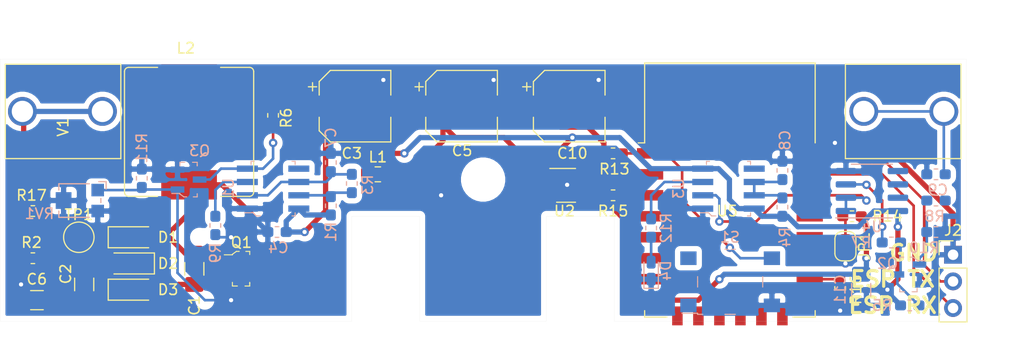
<source format=kicad_pcb>
(kicad_pcb (version 20171130) (host pcbnew 5.1.5+dfsg1-2build2)

  (general
    (thickness 1.6)
    (drawings 15)
    (tracks 247)
    (zones 0)
    (modules 50)
    (nets 51)
  )

  (page A4)
  (layers
    (0 F.Cu signal)
    (31 B.Cu signal)
    (32 B.Adhes user)
    (33 F.Adhes user)
    (34 B.Paste user)
    (35 F.Paste user)
    (36 B.SilkS user)
    (37 F.SilkS user)
    (38 B.Mask user)
    (39 F.Mask user)
    (40 Dwgs.User user)
    (41 Cmts.User user)
    (42 Eco1.User user)
    (43 Eco2.User user)
    (44 Edge.Cuts user)
    (45 Margin user)
    (46 B.CrtYd user)
    (47 F.CrtYd user)
    (48 B.Fab user)
    (49 F.Fab user)
  )

  (setup
    (last_trace_width 0.25)
    (trace_clearance 0.2)
    (zone_clearance 0.508)
    (zone_45_only no)
    (trace_min 0.2)
    (via_size 0.8)
    (via_drill 0.4)
    (via_min_size 0.4)
    (via_min_drill 0.3)
    (uvia_size 0.3)
    (uvia_drill 0.1)
    (uvias_allowed no)
    (uvia_min_size 0.2)
    (uvia_min_drill 0.1)
    (edge_width 0.05)
    (segment_width 0.2)
    (pcb_text_width 0.3)
    (pcb_text_size 1.5 1.5)
    (mod_edge_width 0.12)
    (mod_text_size 1 1)
    (mod_text_width 0.15)
    (pad_size 1.524 1.524)
    (pad_drill 0.762)
    (pad_to_mask_clearance 0.051)
    (solder_mask_min_width 0.25)
    (aux_axis_origin 0 0)
    (visible_elements FEFDFF7F)
    (pcbplotparams
      (layerselection 0x010f0_ffffffff)
      (usegerberextensions true)
      (usegerberattributes false)
      (usegerberadvancedattributes false)
      (creategerberjobfile false)
      (excludeedgelayer true)
      (linewidth 0.100000)
      (plotframeref false)
      (viasonmask false)
      (mode 1)
      (useauxorigin false)
      (hpglpennumber 1)
      (hpglpenspeed 20)
      (hpglpendiameter 15.000000)
      (psnegative false)
      (psa4output false)
      (plotreference true)
      (plotvalue false)
      (plotinvisibletext false)
      (padsonsilk false)
      (subtractmaskfromsilk false)
      (outputformat 1)
      (mirror false)
      (drillshape 0)
      (scaleselection 1)
      (outputdirectory "gerbers/"))
  )

  (net 0 "")
  (net 1 /INDUCTOR_SPIKES)
  (net 2 +5V)
  (net 3 GND)
  (net 4 "Net-(C7-Pad1)")
  (net 5 "Net-(C8-Pad1)")
  (net 6 "Net-(C9-Pad2)")
  (net 7 +3V3)
  (net 8 "Net-(D4-Pad2)")
  (net 9 "Net-(J1-Pad2)")
  (net 10 "Net-(J1-Pad3)")
  (net 11 /ESP_TXD)
  (net 12 /ESP_RXD)
  (net 13 "Net-(JP1-Pad1)")
  (net 14 "Net-(Q1-Pad1)")
  (net 15 "Net-(Q1-Pad2)")
  (net 16 "Net-(Q2-Pad3)")
  (net 17 "Net-(Q2-Pad1)")
  (net 18 /555_FEEDBACK)
  (net 19 "Net-(R1-Pad2)")
  (net 20 /HV_SUPPLY)
  (net 21 "Net-(R7-Pad2)")
  (net 22 /555_SQUARE_WAVE)
  (net 23 "Net-(R12-Pad2)")
  (net 24 "Net-(R13-Pad1)")
  (net 25 "Net-(R15-Pad2)")
  (net 26 "Net-(R16-Pad1)")
  (net 27 "Net-(S1-Pad1)")
  (net 28 "Net-(U1-Pad5)")
  (net 29 "Net-(U2-Pad4)")
  (net 30 /GEIGER_PULSE)
  (net 31 "Net-(U3-Pad5)")
  (net 32 "Net-(U5-Pad2)")
  (net 33 "Net-(U5-Pad4)")
  (net 34 "Net-(U5-Pad5)")
  (net 35 "Net-(U5-Pad6)")
  (net 36 "Net-(U5-Pad7)")
  (net 37 "Net-(U5-Pad9)")
  (net 38 "Net-(U5-Pad10)")
  (net 39 "Net-(U5-Pad11)")
  (net 40 "Net-(U5-Pad12)")
  (net 41 "Net-(U5-Pad13)")
  (net 42 "Net-(U5-Pad14)")
  (net 43 "Net-(U5-Pad17)")
  (net 44 "Net-(U5-Pad19)")
  (net 45 "Net-(R17-Pad2)")
  (net 46 /C_W_2)
  (net 47 /C_W_1)
  (net 48 /C_W_3)
  (net 49 /5V_RAW)
  (net 50 "Net-(S1-Pad3)")

  (net_class Default "This is the default net class."
    (clearance 0.2)
    (trace_width 0.25)
    (via_dia 0.8)
    (via_drill 0.4)
    (uvia_dia 0.3)
    (uvia_drill 0.1)
    (add_net /555_FEEDBACK)
    (add_net /555_SQUARE_WAVE)
    (add_net /ESP_RXD)
    (add_net /ESP_TXD)
    (add_net /GEIGER_PULSE)
    (add_net "Net-(C7-Pad1)")
    (add_net "Net-(C8-Pad1)")
    (add_net "Net-(C9-Pad2)")
    (add_net "Net-(D4-Pad2)")
    (add_net "Net-(J1-Pad2)")
    (add_net "Net-(J1-Pad3)")
    (add_net "Net-(JP1-Pad1)")
    (add_net "Net-(Q1-Pad1)")
    (add_net "Net-(Q1-Pad2)")
    (add_net "Net-(Q2-Pad1)")
    (add_net "Net-(Q2-Pad3)")
    (add_net "Net-(R1-Pad2)")
    (add_net "Net-(R12-Pad2)")
    (add_net "Net-(R13-Pad1)")
    (add_net "Net-(R15-Pad2)")
    (add_net "Net-(R16-Pad1)")
    (add_net "Net-(R17-Pad2)")
    (add_net "Net-(R7-Pad2)")
    (add_net "Net-(S1-Pad1)")
    (add_net "Net-(S1-Pad3)")
    (add_net "Net-(U1-Pad5)")
    (add_net "Net-(U2-Pad4)")
    (add_net "Net-(U3-Pad5)")
    (add_net "Net-(U5-Pad10)")
    (add_net "Net-(U5-Pad11)")
    (add_net "Net-(U5-Pad12)")
    (add_net "Net-(U5-Pad13)")
    (add_net "Net-(U5-Pad14)")
    (add_net "Net-(U5-Pad17)")
    (add_net "Net-(U5-Pad19)")
    (add_net "Net-(U5-Pad2)")
    (add_net "Net-(U5-Pad4)")
    (add_net "Net-(U5-Pad5)")
    (add_net "Net-(U5-Pad6)")
    (add_net "Net-(U5-Pad7)")
    (add_net "Net-(U5-Pad9)")
  )

  (net_class POWER ""
    (clearance 0.2)
    (trace_width 0.5)
    (via_dia 0.8)
    (via_drill 0.4)
    (uvia_dia 0.3)
    (uvia_drill 0.1)
    (add_net +3V3)
    (add_net +5V)
    (add_net /5V_RAW)
    (add_net /C_W_1)
    (add_net /C_W_2)
    (add_net /C_W_3)
    (add_net /HV_SUPPLY)
    (add_net /INDUCTOR_SPIKES)
    (add_net GND)
  )

  (module Capacitor_SMD:CP_Elec_6.3x5.3 (layer F.Cu) (tedit 5BCA39D0) (tstamp 5F6BA13A)
    (at 43.95 4.5)
    (descr "SMD capacitor, aluminum electrolytic, Cornell Dubilier, 6.3x5.3mm")
    (tags "capacitor electrolytic")
    (path /5F68EBFE)
    (attr smd)
    (fp_text reference C5 (at 0.05 4.25) (layer F.SilkS)
      (effects (font (size 1 1) (thickness 0.15)))
    )
    (fp_text value 100u (at 0 4.35) (layer F.Fab)
      (effects (font (size 1 1) (thickness 0.15)))
    )
    (fp_text user %R (at 0 0) (layer F.Fab)
      (effects (font (size 1 1) (thickness 0.15)))
    )
    (fp_line (start -4.8 1.05) (end -3.55 1.05) (layer F.CrtYd) (width 0.05))
    (fp_line (start -4.8 -1.05) (end -4.8 1.05) (layer F.CrtYd) (width 0.05))
    (fp_line (start -3.55 -1.05) (end -4.8 -1.05) (layer F.CrtYd) (width 0.05))
    (fp_line (start -3.55 1.05) (end -3.55 2.4) (layer F.CrtYd) (width 0.05))
    (fp_line (start -3.55 -2.4) (end -3.55 -1.05) (layer F.CrtYd) (width 0.05))
    (fp_line (start -3.55 -2.4) (end -2.4 -3.55) (layer F.CrtYd) (width 0.05))
    (fp_line (start -3.55 2.4) (end -2.4 3.55) (layer F.CrtYd) (width 0.05))
    (fp_line (start -2.4 -3.55) (end 3.55 -3.55) (layer F.CrtYd) (width 0.05))
    (fp_line (start -2.4 3.55) (end 3.55 3.55) (layer F.CrtYd) (width 0.05))
    (fp_line (start 3.55 1.05) (end 3.55 3.55) (layer F.CrtYd) (width 0.05))
    (fp_line (start 4.8 1.05) (end 3.55 1.05) (layer F.CrtYd) (width 0.05))
    (fp_line (start 4.8 -1.05) (end 4.8 1.05) (layer F.CrtYd) (width 0.05))
    (fp_line (start 3.55 -1.05) (end 4.8 -1.05) (layer F.CrtYd) (width 0.05))
    (fp_line (start 3.55 -3.55) (end 3.55 -1.05) (layer F.CrtYd) (width 0.05))
    (fp_line (start -4.04375 -2.24125) (end -4.04375 -1.45375) (layer F.SilkS) (width 0.12))
    (fp_line (start -4.4375 -1.8475) (end -3.65 -1.8475) (layer F.SilkS) (width 0.12))
    (fp_line (start -3.41 2.345563) (end -2.345563 3.41) (layer F.SilkS) (width 0.12))
    (fp_line (start -3.41 -2.345563) (end -2.345563 -3.41) (layer F.SilkS) (width 0.12))
    (fp_line (start -3.41 -2.345563) (end -3.41 -1.06) (layer F.SilkS) (width 0.12))
    (fp_line (start -3.41 2.345563) (end -3.41 1.06) (layer F.SilkS) (width 0.12))
    (fp_line (start -2.345563 3.41) (end 3.41 3.41) (layer F.SilkS) (width 0.12))
    (fp_line (start -2.345563 -3.41) (end 3.41 -3.41) (layer F.SilkS) (width 0.12))
    (fp_line (start 3.41 -3.41) (end 3.41 -1.06) (layer F.SilkS) (width 0.12))
    (fp_line (start 3.41 3.41) (end 3.41 1.06) (layer F.SilkS) (width 0.12))
    (fp_line (start -2.389838 -1.645) (end -2.389838 -1.015) (layer F.Fab) (width 0.1))
    (fp_line (start -2.704838 -1.33) (end -2.074838 -1.33) (layer F.Fab) (width 0.1))
    (fp_line (start -3.3 2.3) (end -2.3 3.3) (layer F.Fab) (width 0.1))
    (fp_line (start -3.3 -2.3) (end -2.3 -3.3) (layer F.Fab) (width 0.1))
    (fp_line (start -3.3 -2.3) (end -3.3 2.3) (layer F.Fab) (width 0.1))
    (fp_line (start -2.3 3.3) (end 3.3 3.3) (layer F.Fab) (width 0.1))
    (fp_line (start -2.3 -3.3) (end 3.3 -3.3) (layer F.Fab) (width 0.1))
    (fp_line (start 3.3 -3.3) (end 3.3 3.3) (layer F.Fab) (width 0.1))
    (fp_circle (center 0 0) (end 3.15 0) (layer F.Fab) (width 0.1))
    (pad 2 smd roundrect (at 2.8 0) (size 3.5 1.6) (layers F.Cu F.Paste F.Mask) (roundrect_rratio 0.15625)
      (net 3 GND))
    (pad 1 smd roundrect (at -2.8 0) (size 3.5 1.6) (layers F.Cu F.Paste F.Mask) (roundrect_rratio 0.15625)
      (net 49 /5V_RAW))
    (model ${KISYS3DMOD}/Capacitor_SMD.3dshapes/CP_Elec_6.3x5.3.wrl
      (at (xyz 0 0 0))
      (scale (xyz 1 1 1))
      (rotate (xyz 0 0 0))
    )
  )

  (module digikey-footprints:SOIC-8_W3.9mm (layer B.Cu) (tedit 5D28A544) (tstamp 5F6BA492)
    (at 69.365 12.365 90)
    (path /5F886335)
    (attr smd)
    (fp_text reference U3 (at 0.01778 -4.75 90) (layer B.SilkS)
      (effects (font (size 1 1) (thickness 0.15)) (justify mirror))
    )
    (fp_text value NE555DR (at 0.06604 -4.80314 90) (layer B.Fab)
      (effects (font (size 1 1) (thickness 0.15)) (justify mirror))
    )
    (fp_line (start -2.7 3.7) (end 2.7 3.7) (layer B.CrtYd) (width 0.05))
    (fp_line (start -2.7 -3.7) (end 2.7 -3.7) (layer B.CrtYd) (width 0.05))
    (fp_line (start -2.7 3.7) (end -2.7 -3.7) (layer B.CrtYd) (width 0.05))
    (fp_line (start 2.7 3.7) (end 2.7 -3.7) (layer B.CrtYd) (width 0.05))
    (fp_line (start -2.6 -1.2) (end -2.6 -1.6) (layer B.SilkS) (width 0.1))
    (fp_line (start -2.6 -1.6) (end -2.3 -1.9) (layer B.SilkS) (width 0.1))
    (fp_line (start -2.3 -1.9) (end -2.3 -2.7) (layer B.SilkS) (width 0.1))
    (fp_line (start -2.45 -1.55) (end -2.45 1.95) (layer B.Fab) (width 0.1))
    (fp_line (start -2.05 -1.95) (end 2.45 -1.95) (layer B.Fab) (width 0.1))
    (fp_line (start -2.45 -1.55) (end -2.05 -1.95) (layer B.Fab) (width 0.1))
    (fp_line (start 2.3 -2.1) (end 2.6 -2.1) (layer B.SilkS) (width 0.1))
    (fp_line (start 2.6 -2.1) (end 2.6 -1.8) (layer B.SilkS) (width 0.1))
    (fp_line (start -2.3 2.1) (end -2.6 2.1) (layer B.SilkS) (width 0.1))
    (fp_line (start -2.6 2.1) (end -2.6 1.8) (layer B.SilkS) (width 0.1))
    (fp_line (start 2.3 2.1) (end 2.6 2.1) (layer B.SilkS) (width 0.1))
    (fp_line (start 2.6 2.1) (end 2.6 1.8) (layer B.SilkS) (width 0.1))
    (fp_text user %R (at 0 0 90) (layer B.Fab)
      (effects (font (size 1 1) (thickness 0.15)) (justify mirror))
    )
    (fp_line (start -2.45 1.95) (end 2.45 1.95) (layer B.Fab) (width 0.1))
    (fp_line (start 2.45 1.95) (end 2.45 -1.95) (layer B.Fab) (width 0.1))
    (pad 1 smd rect (at -1.905 -2.45 90) (size 0.6 2) (layers B.Cu B.Paste B.Mask)
      (net 3 GND))
    (pad 2 smd rect (at -0.635 -2.45 90) (size 0.6 2) (layers B.Cu B.Paste B.Mask)
      (net 30 /GEIGER_PULSE))
    (pad 4 smd rect (at 1.905 -2.45 90) (size 0.6 2) (layers B.Cu B.Paste B.Mask)
      (net 2 +5V))
    (pad 5 smd rect (at 1.905 2.45 90) (size 0.6 2) (layers B.Cu B.Paste B.Mask)
      (net 31 "Net-(U3-Pad5)"))
    (pad 6 smd rect (at 0.635 2.45 90) (size 0.6 2) (layers B.Cu B.Paste B.Mask)
      (net 5 "Net-(C8-Pad1)"))
    (pad 7 smd rect (at -0.635 2.45 90) (size 0.6 2) (layers B.Cu B.Paste B.Mask)
      (net 5 "Net-(C8-Pad1)"))
    (pad 8 smd rect (at -1.905 2.45 90) (size 0.6 2) (layers B.Cu B.Paste B.Mask)
      (net 2 +5V))
    (pad 3 smd rect (at 0.635 -2.45 90) (size 0.6 2) (layers B.Cu B.Paste B.Mask)
      (net 23 "Net-(R12-Pad2)"))
  )

  (module MountingHole:MountingHole_3.2mm_M3 (layer F.Cu) (tedit 56D1B4CB) (tstamp 5F74B6AA)
    (at 46 11.5)
    (descr "Mounting Hole 3.2mm, no annular, M3")
    (tags "mounting hole 3.2mm no annular m3")
    (attr virtual)
    (fp_text reference REF** (at 3 -2) (layer F.SilkS) hide
      (effects (font (size 1 1) (thickness 0.15)))
    )
    (fp_text value MountingHole_3.2mm_M3 (at 0 4.2) (layer F.Fab)
      (effects (font (size 1 1) (thickness 0.15)))
    )
    (fp_circle (center 0 0) (end 3.45 0) (layer F.CrtYd) (width 0.05))
    (fp_circle (center 0 0) (end 3.2 0) (layer Cmts.User) (width 0.15))
    (fp_text user %R (at 0.3 0) (layer F.Fab)
      (effects (font (size 1 1) (thickness 0.15)))
    )
    (pad 1 np_thru_hole circle (at 0 0) (size 3.2 3.2) (drill 3.2) (layers *.Cu *.Mask))
  )

  (module Inductor_SMD:L_Bourns_SRR1210A (layer F.Cu) (tedit 5B853E9E) (tstamp 5F6BA2A3)
    (at 18 6.95 270)
    (descr "Bourns SRR1210A series SMD inductor https://www.bourns.com/docs/Product-Datasheets/SRR1210A.pdf")
    (tags "Bourns SRR1210A SMD inductor")
    (path /5F6D2DEF)
    (attr smd)
    (fp_text reference L2 (at -7.9799 0.30954 180) (layer F.SilkS)
      (effects (font (size 1 1) (thickness 0.15)))
    )
    (fp_text value 10m (at 0 7.4 90) (layer F.Fab)
      (effects (font (size 1 1) (thickness 0.15)))
    )
    (fp_circle (center 0 0) (end 0 -5.6) (layer F.Fab) (width 0.1))
    (fp_line (start -5.75 -6) (end 5.75 -6) (layer F.Fab) (width 0.1))
    (fp_line (start -4 2) (end -4 -2) (layer F.Fab) (width 0.1))
    (fp_line (start -6 -5.75) (end -6 5.75) (layer F.Fab) (width 0.1))
    (fp_line (start 5.75 6) (end -5.75 6) (layer F.Fab) (width 0.1))
    (fp_line (start 6 -5.75) (end 6 5.75) (layer F.Fab) (width 0.1))
    (fp_line (start 4 -2) (end 4 2) (layer F.Fab) (width 0.1))
    (fp_line (start -5.75 -6.15) (end 5.75 -6.15) (layer F.SilkS) (width 0.12))
    (fp_line (start -6.15 -5.75) (end -6.15 -3) (layer F.SilkS) (width 0.12))
    (fp_line (start 5.75 6.15) (end -5.75 6.15) (layer F.SilkS) (width 0.12))
    (fp_line (start 6.15 -5.75) (end 6.15 -3) (layer F.SilkS) (width 0.12))
    (fp_line (start -5.75 -6.25) (end 5.75 -6.25) (layer F.CrtYd) (width 0.05))
    (fp_line (start -6.25 5.75) (end -6.25 2.9) (layer F.CrtYd) (width 0.05))
    (fp_line (start 5.75 6.25) (end -5.75 6.25) (layer F.CrtYd) (width 0.05))
    (fp_line (start 6.25 2.9) (end 6.25 5.75) (layer F.CrtYd) (width 0.05))
    (fp_text user %R (at 0 0 90) (layer F.Fab)
      (effects (font (size 1 1) (thickness 0.15)))
    )
    (fp_arc (start -5.75 -5.75) (end -5.75 -6) (angle -90) (layer F.Fab) (width 0.1))
    (fp_arc (start 5.75 -5.75) (end 6 -5.75) (angle -90) (layer F.Fab) (width 0.1))
    (fp_arc (start 5.75 5.75) (end 5.75 6) (angle -90) (layer F.Fab) (width 0.1))
    (fp_arc (start -5.75 5.75) (end -6 5.75) (angle -90) (layer F.Fab) (width 0.1))
    (fp_line (start -6.15 3) (end -6.15 5.75) (layer F.SilkS) (width 0.12))
    (fp_line (start 6.15 3) (end 6.15 5.75) (layer F.SilkS) (width 0.12))
    (fp_arc (start -5.75 -5.75) (end -5.75 -6.15) (angle -90) (layer F.SilkS) (width 0.12))
    (fp_arc (start -5.75 5.75) (end -6.15 5.75) (angle -90) (layer F.SilkS) (width 0.12))
    (fp_arc (start 5.75 5.75) (end 5.75 6.15) (angle -90) (layer F.SilkS) (width 0.12))
    (fp_arc (start 5.75 -5.75) (end 6.15 -5.75) (angle -90) (layer F.SilkS) (width 0.12))
    (fp_arc (start -5.75 -5.75) (end -5.75 -6.25) (angle -90) (layer F.CrtYd) (width 0.05))
    (fp_arc (start -5.75 5.75) (end -6.25 5.75) (angle -90) (layer F.CrtYd) (width 0.05))
    (fp_arc (start 5.75 5.75) (end 5.75 6.25) (angle -90) (layer F.CrtYd) (width 0.05))
    (fp_arc (start 5.75 -5.75) (end 6.25 -5.75) (angle -90) (layer F.CrtYd) (width 0.05))
    (fp_line (start 6.7 -2.9) (end 6.25 -2.9) (layer F.CrtYd) (width 0.05))
    (fp_line (start 6.7 -2.9) (end 6.7 2.9) (layer F.CrtYd) (width 0.05))
    (fp_line (start 6.7 2.9) (end 6.25 2.9) (layer F.CrtYd) (width 0.05))
    (fp_line (start 6.25 -5.75) (end 6.25 -2.9) (layer F.CrtYd) (width 0.05))
    (fp_line (start -6.7 -2.9) (end -6.25 -2.9) (layer F.CrtYd) (width 0.05))
    (fp_line (start -6.25 2.9) (end -6.7 2.9) (layer F.CrtYd) (width 0.05))
    (fp_line (start -6.7 -2.9) (end -6.7 2.9) (layer F.CrtYd) (width 0.05))
    (fp_line (start -6.25 -5.75) (end -6.25 -2.9) (layer F.CrtYd) (width 0.05))
    (pad 2 smd rect (at 5.05 0 270) (size 2.8 5.3) (layers F.Cu F.Paste F.Mask)
      (net 1 /INDUCTOR_SPIKES))
    (pad 1 smd rect (at -5.05 0 270) (size 2.8 5.3) (layers F.Cu F.Paste F.Mask)
      (net 2 +5V))
    (model ${KISYS3DMOD}/Inductor_SMD.3dshapes/L_Bourns_SRR1210A.wrl
      (at (xyz 0 0 0))
      (scale (xyz 1 1 1))
      (rotate (xyz 0 0 0))
    )
  )

  (module Resistor_SMD:R_0603_1608Metric_Pad1.05x0.95mm_HandSolder (layer B.Cu) (tedit 5B301BBD) (tstamp 5F6BA36E)
    (at 84.875 17.5 180)
    (descr "Resistor SMD 0603 (1608 Metric), square (rectangular) end terminal, IPC_7351 nominal with elongated pad for handsoldering. (Body size source: http://www.tortai-tech.com/upload/download/2011102023233369053.pdf), generated with kicad-footprint-generator")
    (tags "resistor handsolder")
    (path /5F8045A7)
    (attr smd)
    (fp_text reference R7 (at 2.875 0) (layer B.SilkS)
      (effects (font (size 1 1) (thickness 0.15)) (justify mirror))
    )
    (fp_text value 470K (at 0 -1.43) (layer B.Fab)
      (effects (font (size 1 1) (thickness 0.15)) (justify mirror))
    )
    (fp_line (start -0.8 -0.4) (end -0.8 0.4) (layer B.Fab) (width 0.1))
    (fp_line (start -0.8 0.4) (end 0.8 0.4) (layer B.Fab) (width 0.1))
    (fp_line (start 0.8 0.4) (end 0.8 -0.4) (layer B.Fab) (width 0.1))
    (fp_line (start 0.8 -0.4) (end -0.8 -0.4) (layer B.Fab) (width 0.1))
    (fp_line (start -0.171267 0.51) (end 0.171267 0.51) (layer B.SilkS) (width 0.12))
    (fp_line (start -0.171267 -0.51) (end 0.171267 -0.51) (layer B.SilkS) (width 0.12))
    (fp_line (start -1.65 -0.73) (end -1.65 0.73) (layer B.CrtYd) (width 0.05))
    (fp_line (start -1.65 0.73) (end 1.65 0.73) (layer B.CrtYd) (width 0.05))
    (fp_line (start 1.65 0.73) (end 1.65 -0.73) (layer B.CrtYd) (width 0.05))
    (fp_line (start 1.65 -0.73) (end -1.65 -0.73) (layer B.CrtYd) (width 0.05))
    (fp_text user %R (at 0 0) (layer B.Fab)
      (effects (font (size 0.4 0.4) (thickness 0.06)) (justify mirror))
    )
    (pad 1 smd roundrect (at -0.875 0 180) (size 1.05 0.95) (layers B.Cu B.Paste B.Mask) (roundrect_rratio 0.25)
      (net 16 "Net-(Q2-Pad3)"))
    (pad 2 smd roundrect (at 0.875 0 180) (size 1.05 0.95) (layers B.Cu B.Paste B.Mask) (roundrect_rratio 0.25)
      (net 21 "Net-(R7-Pad2)"))
    (model ${KISYS3DMOD}/Resistor_SMD.3dshapes/R_0603_1608Metric.wrl
      (at (xyz 0 0 0))
      (scale (xyz 1 1 1))
      (rotate (xyz 0 0 0))
    )
  )

  (module Capacitor_SMD:C_0603_1608Metric_Pad1.05x0.95mm_HandSolder (layer B.Cu) (tedit 5B301BBE) (tstamp 5F6BA16D)
    (at 74.5 10.625 90)
    (descr "Capacitor SMD 0603 (1608 Metric), square (rectangular) end terminal, IPC_7351 nominal with elongated pad for handsoldering. (Body size source: http://www.tortai-tech.com/upload/download/2011102023233369053.pdf), generated with kicad-footprint-generator")
    (tags "capacitor handsolder")
    (path /5F8B2753)
    (attr smd)
    (fp_text reference C8 (at 2.875 0.25 90) (layer B.SilkS)
      (effects (font (size 1 1) (thickness 0.15)) (justify mirror))
    )
    (fp_text value 100n (at 0 -1.43 90) (layer B.Fab)
      (effects (font (size 1 1) (thickness 0.15)) (justify mirror))
    )
    (fp_line (start -0.8 -0.4) (end -0.8 0.4) (layer B.Fab) (width 0.1))
    (fp_line (start -0.8 0.4) (end 0.8 0.4) (layer B.Fab) (width 0.1))
    (fp_line (start 0.8 0.4) (end 0.8 -0.4) (layer B.Fab) (width 0.1))
    (fp_line (start 0.8 -0.4) (end -0.8 -0.4) (layer B.Fab) (width 0.1))
    (fp_line (start -0.171267 0.51) (end 0.171267 0.51) (layer B.SilkS) (width 0.12))
    (fp_line (start -0.171267 -0.51) (end 0.171267 -0.51) (layer B.SilkS) (width 0.12))
    (fp_line (start -1.65 -0.73) (end -1.65 0.73) (layer B.CrtYd) (width 0.05))
    (fp_line (start -1.65 0.73) (end 1.65 0.73) (layer B.CrtYd) (width 0.05))
    (fp_line (start 1.65 0.73) (end 1.65 -0.73) (layer B.CrtYd) (width 0.05))
    (fp_line (start 1.65 -0.73) (end -1.65 -0.73) (layer B.CrtYd) (width 0.05))
    (fp_text user %R (at 0 0 90) (layer B.Fab)
      (effects (font (size 0.4 0.4) (thickness 0.06)) (justify mirror))
    )
    (pad 1 smd roundrect (at -0.875 0 90) (size 1.05 0.95) (layers B.Cu B.Paste B.Mask) (roundrect_rratio 0.25)
      (net 5 "Net-(C8-Pad1)"))
    (pad 2 smd roundrect (at 0.875 0 90) (size 1.05 0.95) (layers B.Cu B.Paste B.Mask) (roundrect_rratio 0.25)
      (net 3 GND))
    (model ${KISYS3DMOD}/Capacitor_SMD.3dshapes/C_0603_1608Metric.wrl
      (at (xyz 0 0 0))
      (scale (xyz 1 1 1))
      (rotate (xyz 0 0 0))
    )
  )

  (module Resistor_SMD:R_0603_1608Metric_Pad1.05x0.95mm_HandSolder (layer B.Cu) (tedit 5B301BBD) (tstamp 5F6BA37F)
    (at 89.125 13.5)
    (descr "Resistor SMD 0603 (1608 Metric), square (rectangular) end terminal, IPC_7351 nominal with elongated pad for handsoldering. (Body size source: http://www.tortai-tech.com/upload/download/2011102023233369053.pdf), generated with kicad-footprint-generator")
    (tags "resistor handsolder")
    (path /5F761937)
    (attr smd)
    (fp_text reference R8 (at -0.125 1.5) (layer B.SilkS)
      (effects (font (size 1 1) (thickness 0.15)) (justify mirror))
    )
    (fp_text value 10K (at 0 -1.43) (layer B.Fab)
      (effects (font (size 1 1) (thickness 0.15)) (justify mirror))
    )
    (fp_text user %R (at 0 0) (layer B.Fab)
      (effects (font (size 0.4 0.4) (thickness 0.06)) (justify mirror))
    )
    (fp_line (start 1.65 -0.73) (end -1.65 -0.73) (layer B.CrtYd) (width 0.05))
    (fp_line (start 1.65 0.73) (end 1.65 -0.73) (layer B.CrtYd) (width 0.05))
    (fp_line (start -1.65 0.73) (end 1.65 0.73) (layer B.CrtYd) (width 0.05))
    (fp_line (start -1.65 -0.73) (end -1.65 0.73) (layer B.CrtYd) (width 0.05))
    (fp_line (start -0.171267 -0.51) (end 0.171267 -0.51) (layer B.SilkS) (width 0.12))
    (fp_line (start -0.171267 0.51) (end 0.171267 0.51) (layer B.SilkS) (width 0.12))
    (fp_line (start 0.8 -0.4) (end -0.8 -0.4) (layer B.Fab) (width 0.1))
    (fp_line (start 0.8 0.4) (end 0.8 -0.4) (layer B.Fab) (width 0.1))
    (fp_line (start -0.8 0.4) (end 0.8 0.4) (layer B.Fab) (width 0.1))
    (fp_line (start -0.8 -0.4) (end -0.8 0.4) (layer B.Fab) (width 0.1))
    (pad 2 smd roundrect (at 0.875 0) (size 1.05 0.95) (layers B.Cu B.Paste B.Mask) (roundrect_rratio 0.25)
      (net 6 "Net-(C9-Pad2)"))
    (pad 1 smd roundrect (at -0.875 0) (size 1.05 0.95) (layers B.Cu B.Paste B.Mask) (roundrect_rratio 0.25)
      (net 17 "Net-(Q2-Pad1)"))
    (model ${KISYS3DMOD}/Resistor_SMD.3dshapes/R_0603_1608Metric.wrl
      (at (xyz 0 0 0))
      (scale (xyz 1 1 1))
      (rotate (xyz 0 0 0))
    )
  )

  (module Capacitor_SMD:C_0603_1608Metric_Pad1.05x0.95mm_HandSolder (layer B.Cu) (tedit 5B301BBE) (tstamp 5F75111F)
    (at 89.125 11)
    (descr "Capacitor SMD 0603 (1608 Metric), square (rectangular) end terminal, IPC_7351 nominal with elongated pad for handsoldering. (Body size source: http://www.tortai-tech.com/upload/download/2011102023233369053.pdf), generated with kicad-footprint-generator")
    (tags "capacitor handsolder")
    (path /5F75F7C4)
    (attr smd)
    (fp_text reference C9 (at 0.171267 1.49) (layer B.SilkS)
      (effects (font (size 1 1) (thickness 0.15)) (justify mirror))
    )
    (fp_text value 270p (at 0 -1.43) (layer B.Fab)
      (effects (font (size 1 1) (thickness 0.15)) (justify mirror))
    )
    (fp_text user %R (at 0 0) (layer B.Fab)
      (effects (font (size 0.4 0.4) (thickness 0.06)) (justify mirror))
    )
    (fp_line (start 1.65 -0.73) (end -1.65 -0.73) (layer B.CrtYd) (width 0.05))
    (fp_line (start 1.65 0.73) (end 1.65 -0.73) (layer B.CrtYd) (width 0.05))
    (fp_line (start -1.65 0.73) (end 1.65 0.73) (layer B.CrtYd) (width 0.05))
    (fp_line (start -1.65 -0.73) (end -1.65 0.73) (layer B.CrtYd) (width 0.05))
    (fp_line (start -0.171267 -0.51) (end 0.171267 -0.51) (layer B.SilkS) (width 0.12))
    (fp_line (start -0.171267 0.51) (end 0.171267 0.51) (layer B.SilkS) (width 0.12))
    (fp_line (start 0.8 -0.4) (end -0.8 -0.4) (layer B.Fab) (width 0.1))
    (fp_line (start 0.8 0.4) (end 0.8 -0.4) (layer B.Fab) (width 0.1))
    (fp_line (start -0.8 0.4) (end 0.8 0.4) (layer B.Fab) (width 0.1))
    (fp_line (start -0.8 -0.4) (end -0.8 0.4) (layer B.Fab) (width 0.1))
    (pad 2 smd roundrect (at 0.875 0) (size 1.05 0.95) (layers B.Cu B.Paste B.Mask) (roundrect_rratio 0.25)
      (net 6 "Net-(C9-Pad2)"))
    (pad 1 smd roundrect (at -0.875 0) (size 1.05 0.95) (layers B.Cu B.Paste B.Mask) (roundrect_rratio 0.25)
      (net 3 GND))
    (model ${KISYS3DMOD}/Capacitor_SMD.3dshapes/C_0603_1608Metric.wrl
      (at (xyz 0 0 0))
      (scale (xyz 1 1 1))
      (rotate (xyz 0 0 0))
    )
  )

  (module Diode_SMD:D_0603_1608Metric_Castellated (layer B.Cu) (tedit 5B301BBE) (tstamp 5F6BA215)
    (at 62 20.1875 90)
    (descr "Diode SMD 0603 (1608 Metric), castellated end terminal, IPC_7351 nominal, (Body size source: http://www.tortai-tech.com/upload/download/2011102023233369053.pdf), generated with kicad-footprint-generator")
    (tags "diode castellated")
    (path /5F9038EB)
    (attr smd)
    (fp_text reference D4 (at 0 1.38 90) (layer B.SilkS)
      (effects (font (size 1 1) (thickness 0.15)) (justify mirror))
    )
    (fp_text value LED (at 0 -1.38 90) (layer B.Fab)
      (effects (font (size 1 1) (thickness 0.15)) (justify mirror))
    )
    (fp_line (start 0.8 0.4) (end -0.5 0.4) (layer B.Fab) (width 0.1))
    (fp_line (start -0.5 0.4) (end -0.8 0.1) (layer B.Fab) (width 0.1))
    (fp_line (start -0.8 0.1) (end -0.8 -0.4) (layer B.Fab) (width 0.1))
    (fp_line (start -0.8 -0.4) (end 0.8 -0.4) (layer B.Fab) (width 0.1))
    (fp_line (start 0.8 -0.4) (end 0.8 0.4) (layer B.Fab) (width 0.1))
    (fp_line (start 0.8 0.685) (end -1.685 0.685) (layer B.SilkS) (width 0.12))
    (fp_line (start -1.685 0.685) (end -1.685 -0.685) (layer B.SilkS) (width 0.12))
    (fp_line (start -1.685 -0.685) (end 0.8 -0.685) (layer B.SilkS) (width 0.12))
    (fp_line (start -1.68 -0.68) (end -1.68 0.68) (layer B.CrtYd) (width 0.05))
    (fp_line (start -1.68 0.68) (end 1.68 0.68) (layer B.CrtYd) (width 0.05))
    (fp_line (start 1.68 0.68) (end 1.68 -0.68) (layer B.CrtYd) (width 0.05))
    (fp_line (start 1.68 -0.68) (end -1.68 -0.68) (layer B.CrtYd) (width 0.05))
    (fp_text user %R (at 0 0 90) (layer B.Fab)
      (effects (font (size 0.4 0.4) (thickness 0.06)) (justify mirror))
    )
    (pad 1 smd roundrect (at -0.8125 0 90) (size 1.225 0.85) (layers B.Cu B.Paste B.Mask) (roundrect_rratio 0.25)
      (net 3 GND))
    (pad 2 smd roundrect (at 0.8125 0 90) (size 1.225 0.85) (layers B.Cu B.Paste B.Mask) (roundrect_rratio 0.25)
      (net 8 "Net-(D4-Pad2)"))
    (model ${KISYS3DMOD}/Diode_SMD.3dshapes/D_0603_1608Metric_Castellated.wrl
      (at (xyz 0 0 0))
      (scale (xyz 1 1 1))
      (rotate (xyz 0 0 0))
    )
  )

  (module digikey-footprints:SOT-23-3 (layer B.Cu) (tedit 5D28A5E3) (tstamp 5F6BA2DB)
    (at 86.5 20.55 180)
    (path /5F7781B7)
    (attr smd)
    (fp_text reference Q2 (at 2 1.05 180) (layer B.SilkS)
      (effects (font (size 1 1) (thickness 0.15)) (justify mirror))
    )
    (fp_text value MMBT3904-TP (at 0.025 -3.25 180) (layer B.Fab)
      (effects (font (size 1 1) (thickness 0.15)) (justify mirror))
    )
    (fp_line (start -1.825 1.95) (end 1.825 1.95) (layer B.CrtYd) (width 0.05))
    (fp_line (start -1.825 1.95) (end -1.825 -1.95) (layer B.CrtYd) (width 0.05))
    (fp_line (start 1.825 -1.95) (end -1.825 -1.95) (layer B.CrtYd) (width 0.05))
    (fp_line (start 1.825 1.95) (end 1.825 -1.95) (layer B.CrtYd) (width 0.05))
    (fp_line (start -0.175 1.65) (end -0.45 1.65) (layer B.SilkS) (width 0.1))
    (fp_line (start -0.45 1.65) (end -0.825 1.375) (layer B.SilkS) (width 0.1))
    (fp_line (start -0.825 1.375) (end -0.825 1.325) (layer B.SilkS) (width 0.1))
    (fp_line (start -0.825 1.325) (end -1.6 1.325) (layer B.SilkS) (width 0.1))
    (fp_line (start -0.7 1.325) (end -0.7 -1.525) (layer B.Fab) (width 0.1))
    (fp_line (start -0.425 1.525) (end 0.7 1.525) (layer B.Fab) (width 0.1))
    (fp_line (start -0.425 1.525) (end -0.7 1.325) (layer B.Fab) (width 0.1))
    (fp_line (start -0.35 -1.65) (end -0.825 -1.65) (layer B.SilkS) (width 0.1))
    (fp_line (start -0.825 -1.65) (end -0.825 -1.3) (layer B.SilkS) (width 0.1))
    (fp_line (start 0.825 -1.425) (end 0.825 -1.3) (layer B.SilkS) (width 0.1))
    (fp_line (start 0.825 -1.35) (end 0.825 -1.65) (layer B.SilkS) (width 0.1))
    (fp_line (start 0.825 -1.65) (end 0.375 -1.65) (layer B.SilkS) (width 0.1))
    (fp_line (start 0.45 1.65) (end 0.825 1.65) (layer B.SilkS) (width 0.1))
    (fp_line (start 0.825 1.65) (end 0.825 1.35) (layer B.SilkS) (width 0.1))
    (fp_text user %R (at -0.125 -0.15 180) (layer B.Fab)
      (effects (font (size 0.25 0.25) (thickness 0.05)) (justify mirror))
    )
    (fp_line (start -0.7 -1.52) (end 0.7 -1.52) (layer B.Fab) (width 0.1))
    (fp_line (start 0.7 -1.52) (end 0.7 1.52) (layer B.Fab) (width 0.1))
    (pad 3 smd rect (at 1.05 0 180) (size 1.3 0.6) (layers B.Cu B.Paste B.Mask)
      (net 16 "Net-(Q2-Pad3)") (solder_mask_margin 0.07))
    (pad 2 smd rect (at -1.05 -0.95 180) (size 1.3 0.6) (layers B.Cu B.Paste B.Mask)
      (net 3 GND) (solder_mask_margin 0.07))
    (pad 1 smd rect (at -1.05 0.95 180) (size 1.3 0.6) (layers B.Cu B.Paste B.Mask)
      (net 17 "Net-(Q2-Pad1)") (solder_mask_margin 0.07))
  )

  (module Resistor_SMD:R_0603_1608Metric_Pad1.05x0.95mm_HandSolder (layer B.Cu) (tedit 5B301BBD) (tstamp 5F6BA34C)
    (at 86.625 23.5 180)
    (descr "Resistor SMD 0603 (1608 Metric), square (rectangular) end terminal, IPC_7351 nominal with elongated pad for handsoldering. (Body size source: http://www.tortai-tech.com/upload/download/2011102023233369053.pdf), generated with kicad-footprint-generator")
    (tags "resistor handsolder")
    (path /5F77E646)
    (attr smd)
    (fp_text reference R5 (at 2.625 0) (layer B.SilkS)
      (effects (font (size 1 1) (thickness 0.15)) (justify mirror))
    )
    (fp_text value 47K (at 0 -1.43) (layer B.Fab)
      (effects (font (size 1 1) (thickness 0.15)) (justify mirror))
    )
    (fp_text user %R (at 0 0) (layer B.Fab)
      (effects (font (size 0.4 0.4) (thickness 0.06)) (justify mirror))
    )
    (fp_line (start 1.65 -0.73) (end -1.65 -0.73) (layer B.CrtYd) (width 0.05))
    (fp_line (start 1.65 0.73) (end 1.65 -0.73) (layer B.CrtYd) (width 0.05))
    (fp_line (start -1.65 0.73) (end 1.65 0.73) (layer B.CrtYd) (width 0.05))
    (fp_line (start -1.65 -0.73) (end -1.65 0.73) (layer B.CrtYd) (width 0.05))
    (fp_line (start -0.171267 -0.51) (end 0.171267 -0.51) (layer B.SilkS) (width 0.12))
    (fp_line (start -0.171267 0.51) (end 0.171267 0.51) (layer B.SilkS) (width 0.12))
    (fp_line (start 0.8 -0.4) (end -0.8 -0.4) (layer B.Fab) (width 0.1))
    (fp_line (start 0.8 0.4) (end 0.8 -0.4) (layer B.Fab) (width 0.1))
    (fp_line (start -0.8 0.4) (end 0.8 0.4) (layer B.Fab) (width 0.1))
    (fp_line (start -0.8 -0.4) (end -0.8 0.4) (layer B.Fab) (width 0.1))
    (pad 2 smd roundrect (at 0.875 0 180) (size 1.05 0.95) (layers B.Cu B.Paste B.Mask) (roundrect_rratio 0.25)
      (net 2 +5V))
    (pad 1 smd roundrect (at -0.875 0 180) (size 1.05 0.95) (layers B.Cu B.Paste B.Mask) (roundrect_rratio 0.25)
      (net 16 "Net-(Q2-Pad3)"))
    (model ${KISYS3DMOD}/Resistor_SMD.3dshapes/R_0603_1608Metric.wrl
      (at (xyz 0 0 0))
      (scale (xyz 1 1 1))
      (rotate (xyz 0 0 0))
    )
  )

  (module Resistor_SMD:R_0603_1608Metric_Pad1.05x0.95mm_HandSolder (layer B.Cu) (tedit 5B301BBD) (tstamp 5F6BA3A1)
    (at 89.125 16.5 180)
    (descr "Resistor SMD 0603 (1608 Metric), square (rectangular) end terminal, IPC_7351 nominal with elongated pad for handsoldering. (Body size source: http://www.tortai-tech.com/upload/download/2011102023233369053.pdf), generated with kicad-footprint-generator")
    (tags "resistor handsolder")
    (path /5F761F1A)
    (attr smd)
    (fp_text reference R10 (at 1.125 -1.5 180) (layer B.SilkS)
      (effects (font (size 1 1) (thickness 0.15)) (justify mirror))
    )
    (fp_text value 470K (at 0 -1.43 180) (layer B.Fab)
      (effects (font (size 1 1) (thickness 0.15)) (justify mirror))
    )
    (fp_line (start -0.8 -0.4) (end -0.8 0.4) (layer B.Fab) (width 0.1))
    (fp_line (start -0.8 0.4) (end 0.8 0.4) (layer B.Fab) (width 0.1))
    (fp_line (start 0.8 0.4) (end 0.8 -0.4) (layer B.Fab) (width 0.1))
    (fp_line (start 0.8 -0.4) (end -0.8 -0.4) (layer B.Fab) (width 0.1))
    (fp_line (start -0.171267 0.51) (end 0.171267 0.51) (layer B.SilkS) (width 0.12))
    (fp_line (start -0.171267 -0.51) (end 0.171267 -0.51) (layer B.SilkS) (width 0.12))
    (fp_line (start -1.65 -0.73) (end -1.65 0.73) (layer B.CrtYd) (width 0.05))
    (fp_line (start -1.65 0.73) (end 1.65 0.73) (layer B.CrtYd) (width 0.05))
    (fp_line (start 1.65 0.73) (end 1.65 -0.73) (layer B.CrtYd) (width 0.05))
    (fp_line (start 1.65 -0.73) (end -1.65 -0.73) (layer B.CrtYd) (width 0.05))
    (fp_text user %R (at 0 0 180) (layer B.Fab)
      (effects (font (size 0.4 0.4) (thickness 0.06)) (justify mirror))
    )
    (pad 1 smd roundrect (at -0.875 0 180) (size 1.05 0.95) (layers B.Cu B.Paste B.Mask) (roundrect_rratio 0.25)
      (net 3 GND))
    (pad 2 smd roundrect (at 0.875 0 180) (size 1.05 0.95) (layers B.Cu B.Paste B.Mask) (roundrect_rratio 0.25)
      (net 17 "Net-(Q2-Pad1)"))
    (model ${KISYS3DMOD}/Resistor_SMD.3dshapes/R_0603_1608Metric.wrl
      (at (xyz 0 0 0))
      (scale (xyz 1 1 1))
      (rotate (xyz 0 0 0))
    )
  )

  (module Package_SO:SOIC-8_3.9x4.9mm_P1.27mm (layer B.Cu) (tedit 5D9F72B1) (tstamp 5F6BA4AC)
    (at 83.025 12.595)
    (descr "SOIC, 8 Pin (JEDEC MS-012AA, https://www.analog.com/media/en/package-pcb-resources/package/pkg_pdf/soic_narrow-r/r_8.pdf), generated with kicad-footprint-generator ipc_gullwing_generator.py")
    (tags "SOIC SO")
    (path /5F7FC8B7)
    (attr smd)
    (fp_text reference U4 (at 0 3.4) (layer B.SilkS)
      (effects (font (size 1 1) (thickness 0.15)) (justify mirror))
    )
    (fp_text value LM2904 (at 0 -3.4) (layer B.Fab)
      (effects (font (size 1 1) (thickness 0.15)) (justify mirror))
    )
    (fp_line (start 0 -2.56) (end 1.95 -2.56) (layer B.SilkS) (width 0.12))
    (fp_line (start 0 -2.56) (end -1.95 -2.56) (layer B.SilkS) (width 0.12))
    (fp_line (start 0 2.56) (end 1.95 2.56) (layer B.SilkS) (width 0.12))
    (fp_line (start 0 2.56) (end -3.45 2.56) (layer B.SilkS) (width 0.12))
    (fp_line (start -0.975 2.45) (end 1.95 2.45) (layer B.Fab) (width 0.1))
    (fp_line (start 1.95 2.45) (end 1.95 -2.45) (layer B.Fab) (width 0.1))
    (fp_line (start 1.95 -2.45) (end -1.95 -2.45) (layer B.Fab) (width 0.1))
    (fp_line (start -1.95 -2.45) (end -1.95 1.475) (layer B.Fab) (width 0.1))
    (fp_line (start -1.95 1.475) (end -0.975 2.45) (layer B.Fab) (width 0.1))
    (fp_line (start -3.7 2.7) (end -3.7 -2.7) (layer B.CrtYd) (width 0.05))
    (fp_line (start -3.7 -2.7) (end 3.7 -2.7) (layer B.CrtYd) (width 0.05))
    (fp_line (start 3.7 -2.7) (end 3.7 2.7) (layer B.CrtYd) (width 0.05))
    (fp_line (start 3.7 2.7) (end -3.7 2.7) (layer B.CrtYd) (width 0.05))
    (fp_text user %R (at 0 0) (layer B.Fab)
      (effects (font (size 0.98 0.98) (thickness 0.15)) (justify mirror))
    )
    (pad 1 smd roundrect (at -2.475 1.905) (size 1.95 0.6) (layers B.Cu B.Paste B.Mask) (roundrect_rratio 0.25)
      (net 30 /GEIGER_PULSE))
    (pad 2 smd roundrect (at -2.475 0.635) (size 1.95 0.6) (layers B.Cu B.Paste B.Mask) (roundrect_rratio 0.25)
      (net 30 /GEIGER_PULSE))
    (pad 3 smd roundrect (at -2.475 -0.635) (size 1.95 0.6) (layers B.Cu B.Paste B.Mask) (roundrect_rratio 0.25)
      (net 21 "Net-(R7-Pad2)"))
    (pad 4 smd roundrect (at -2.475 -1.905) (size 1.95 0.6) (layers B.Cu B.Paste B.Mask) (roundrect_rratio 0.25)
      (net 3 GND))
    (pad 5 smd roundrect (at 2.475 -1.905) (size 1.95 0.6) (layers B.Cu B.Paste B.Mask) (roundrect_rratio 0.25))
    (pad 6 smd roundrect (at 2.475 -0.635) (size 1.95 0.6) (layers B.Cu B.Paste B.Mask) (roundrect_rratio 0.25))
    (pad 7 smd roundrect (at 2.475 0.635) (size 1.95 0.6) (layers B.Cu B.Paste B.Mask) (roundrect_rratio 0.25))
    (pad 8 smd roundrect (at 2.475 1.905) (size 1.95 0.6) (layers B.Cu B.Paste B.Mask) (roundrect_rratio 0.25)
      (net 2 +5V))
    (model ${KISYS3DMOD}/Package_SO.3dshapes/SOIC-8_3.9x4.9mm_P1.27mm.wrl
      (at (xyz 0 0 0))
      (scale (xyz 1 1 1))
      (rotate (xyz 0 0 0))
    )
  )

  (module Capacitor_SMD:CP_Elec_6.3x5.3 (layer F.Cu) (tedit 5BCA39D0) (tstamp 5F6BA101)
    (at 33.8 4.5)
    (descr "SMD capacitor, aluminum electrolytic, Cornell Dubilier, 6.3x5.3mm")
    (tags "capacitor electrolytic")
    (path /5F69016C)
    (attr smd)
    (fp_text reference C3 (at -0.3 4.5) (layer F.SilkS)
      (effects (font (size 1 1) (thickness 0.15)))
    )
    (fp_text value 100u (at 0 4.35) (layer F.Fab)
      (effects (font (size 1 1) (thickness 0.15)))
    )
    (fp_circle (center 0 0) (end 3.15 0) (layer F.Fab) (width 0.1))
    (fp_line (start 3.3 -3.3) (end 3.3 3.3) (layer F.Fab) (width 0.1))
    (fp_line (start -2.3 -3.3) (end 3.3 -3.3) (layer F.Fab) (width 0.1))
    (fp_line (start -2.3 3.3) (end 3.3 3.3) (layer F.Fab) (width 0.1))
    (fp_line (start -3.3 -2.3) (end -3.3 2.3) (layer F.Fab) (width 0.1))
    (fp_line (start -3.3 -2.3) (end -2.3 -3.3) (layer F.Fab) (width 0.1))
    (fp_line (start -3.3 2.3) (end -2.3 3.3) (layer F.Fab) (width 0.1))
    (fp_line (start -2.704838 -1.33) (end -2.074838 -1.33) (layer F.Fab) (width 0.1))
    (fp_line (start -2.389838 -1.645) (end -2.389838 -1.015) (layer F.Fab) (width 0.1))
    (fp_line (start 3.41 3.41) (end 3.41 1.06) (layer F.SilkS) (width 0.12))
    (fp_line (start 3.41 -3.41) (end 3.41 -1.06) (layer F.SilkS) (width 0.12))
    (fp_line (start -2.345563 -3.41) (end 3.41 -3.41) (layer F.SilkS) (width 0.12))
    (fp_line (start -2.345563 3.41) (end 3.41 3.41) (layer F.SilkS) (width 0.12))
    (fp_line (start -3.41 2.345563) (end -3.41 1.06) (layer F.SilkS) (width 0.12))
    (fp_line (start -3.41 -2.345563) (end -3.41 -1.06) (layer F.SilkS) (width 0.12))
    (fp_line (start -3.41 -2.345563) (end -2.345563 -3.41) (layer F.SilkS) (width 0.12))
    (fp_line (start -3.41 2.345563) (end -2.345563 3.41) (layer F.SilkS) (width 0.12))
    (fp_line (start -4.4375 -1.8475) (end -3.65 -1.8475) (layer F.SilkS) (width 0.12))
    (fp_line (start -4.04375 -2.24125) (end -4.04375 -1.45375) (layer F.SilkS) (width 0.12))
    (fp_line (start 3.55 -3.55) (end 3.55 -1.05) (layer F.CrtYd) (width 0.05))
    (fp_line (start 3.55 -1.05) (end 4.8 -1.05) (layer F.CrtYd) (width 0.05))
    (fp_line (start 4.8 -1.05) (end 4.8 1.05) (layer F.CrtYd) (width 0.05))
    (fp_line (start 4.8 1.05) (end 3.55 1.05) (layer F.CrtYd) (width 0.05))
    (fp_line (start 3.55 1.05) (end 3.55 3.55) (layer F.CrtYd) (width 0.05))
    (fp_line (start -2.4 3.55) (end 3.55 3.55) (layer F.CrtYd) (width 0.05))
    (fp_line (start -2.4 -3.55) (end 3.55 -3.55) (layer F.CrtYd) (width 0.05))
    (fp_line (start -3.55 2.4) (end -2.4 3.55) (layer F.CrtYd) (width 0.05))
    (fp_line (start -3.55 -2.4) (end -2.4 -3.55) (layer F.CrtYd) (width 0.05))
    (fp_line (start -3.55 -2.4) (end -3.55 -1.05) (layer F.CrtYd) (width 0.05))
    (fp_line (start -3.55 1.05) (end -3.55 2.4) (layer F.CrtYd) (width 0.05))
    (fp_line (start -3.55 -1.05) (end -4.8 -1.05) (layer F.CrtYd) (width 0.05))
    (fp_line (start -4.8 -1.05) (end -4.8 1.05) (layer F.CrtYd) (width 0.05))
    (fp_line (start -4.8 1.05) (end -3.55 1.05) (layer F.CrtYd) (width 0.05))
    (fp_text user %R (at 0 0) (layer F.Fab)
      (effects (font (size 1 1) (thickness 0.15)))
    )
    (pad 1 smd roundrect (at -2.8 0) (size 3.5 1.6) (layers F.Cu F.Paste F.Mask) (roundrect_rratio 0.15625)
      (net 2 +5V))
    (pad 2 smd roundrect (at 2.8 0) (size 3.5 1.6) (layers F.Cu F.Paste F.Mask) (roundrect_rratio 0.15625)
      (net 3 GND))
    (model ${KISYS3DMOD}/Capacitor_SMD.3dshapes/CP_Elec_6.3x5.3.wrl
      (at (xyz 0 0 0))
      (scale (xyz 1 1 1))
      (rotate (xyz 0 0 0))
    )
  )

  (module Capacitor_SMD:C_1206_3216Metric_Pad1.42x1.75mm_HandSolder (layer F.Cu) (tedit 5B301BBE) (tstamp 5F6BA0C8)
    (at 18.5 20.0125 90)
    (descr "Capacitor SMD 1206 (3216 Metric), square (rectangular) end terminal, IPC_7351 nominal with elongated pad for handsoldering. (Body size source: http://www.tortai-tech.com/upload/download/2011102023233369053.pdf), generated with kicad-footprint-generator")
    (tags "capacitor handsolder")
    (path /5F73BB0F)
    (attr smd)
    (fp_text reference C1 (at -3.4875 0 90) (layer F.SilkS)
      (effects (font (size 1 1) (thickness 0.15)))
    )
    (fp_text value 10n (at 0 1.82 90) (layer F.Fab)
      (effects (font (size 1 1) (thickness 0.15)))
    )
    (fp_line (start -1.6 0.8) (end -1.6 -0.8) (layer F.Fab) (width 0.1))
    (fp_line (start -1.6 -0.8) (end 1.6 -0.8) (layer F.Fab) (width 0.1))
    (fp_line (start 1.6 -0.8) (end 1.6 0.8) (layer F.Fab) (width 0.1))
    (fp_line (start 1.6 0.8) (end -1.6 0.8) (layer F.Fab) (width 0.1))
    (fp_line (start -0.602064 -0.91) (end 0.602064 -0.91) (layer F.SilkS) (width 0.12))
    (fp_line (start -0.602064 0.91) (end 0.602064 0.91) (layer F.SilkS) (width 0.12))
    (fp_line (start -2.45 1.12) (end -2.45 -1.12) (layer F.CrtYd) (width 0.05))
    (fp_line (start -2.45 -1.12) (end 2.45 -1.12) (layer F.CrtYd) (width 0.05))
    (fp_line (start 2.45 -1.12) (end 2.45 1.12) (layer F.CrtYd) (width 0.05))
    (fp_line (start 2.45 1.12) (end -2.45 1.12) (layer F.CrtYd) (width 0.05))
    (fp_text user %R (at 0.0125 0 90) (layer F.Fab)
      (effects (font (size 0.8 0.8) (thickness 0.12)))
    )
    (pad 1 smd roundrect (at -1.4875 0 90) (size 1.425 1.75) (layers F.Cu F.Paste F.Mask) (roundrect_rratio 0.175439)
      (net 46 /C_W_2))
    (pad 2 smd roundrect (at 1.4875 0 90) (size 1.425 1.75) (layers F.Cu F.Paste F.Mask) (roundrect_rratio 0.175439)
      (net 1 /INDUCTOR_SPIKES))
    (model ${KISYS3DMOD}/Capacitor_SMD.3dshapes/C_1206_3216Metric.wrl
      (at (xyz 0 0 0))
      (scale (xyz 1 1 1))
      (rotate (xyz 0 0 0))
    )
  )

  (module Capacitor_SMD:C_1206_3216Metric_Pad1.42x1.75mm_HandSolder (layer F.Cu) (tedit 5B301BBE) (tstamp 5F6BA0D9)
    (at 8.0125 21.5 90)
    (descr "Capacitor SMD 1206 (3216 Metric), square (rectangular) end terminal, IPC_7351 nominal with elongated pad for handsoldering. (Body size source: http://www.tortai-tech.com/upload/download/2011102023233369053.pdf), generated with kicad-footprint-generator")
    (tags "capacitor handsolder")
    (path /5F73E898)
    (attr smd)
    (fp_text reference C2 (at 1 -1.7625 90) (layer F.SilkS)
      (effects (font (size 1 1) (thickness 0.15)))
    )
    (fp_text value 10n (at 0 1.82 90) (layer F.Fab)
      (effects (font (size 1 1) (thickness 0.15)))
    )
    (fp_text user %R (at 0 0 90) (layer F.Fab)
      (effects (font (size 0.8 0.8) (thickness 0.12)))
    )
    (fp_line (start 2.45 1.12) (end -2.45 1.12) (layer F.CrtYd) (width 0.05))
    (fp_line (start 2.45 -1.12) (end 2.45 1.12) (layer F.CrtYd) (width 0.05))
    (fp_line (start -2.45 -1.12) (end 2.45 -1.12) (layer F.CrtYd) (width 0.05))
    (fp_line (start -2.45 1.12) (end -2.45 -1.12) (layer F.CrtYd) (width 0.05))
    (fp_line (start -0.602064 0.91) (end 0.602064 0.91) (layer F.SilkS) (width 0.12))
    (fp_line (start -0.602064 -0.91) (end 0.602064 -0.91) (layer F.SilkS) (width 0.12))
    (fp_line (start 1.6 0.8) (end -1.6 0.8) (layer F.Fab) (width 0.1))
    (fp_line (start 1.6 -0.8) (end 1.6 0.8) (layer F.Fab) (width 0.1))
    (fp_line (start -1.6 -0.8) (end 1.6 -0.8) (layer F.Fab) (width 0.1))
    (fp_line (start -1.6 0.8) (end -1.6 -0.8) (layer F.Fab) (width 0.1))
    (pad 2 smd roundrect (at 1.4875 0 90) (size 1.425 1.75) (layers F.Cu F.Paste F.Mask) (roundrect_rratio 0.175439)
      (net 47 /C_W_1))
    (pad 1 smd roundrect (at -1.4875 0 90) (size 1.425 1.75) (layers F.Cu F.Paste F.Mask) (roundrect_rratio 0.175439)
      (net 48 /C_W_3))
    (model ${KISYS3DMOD}/Capacitor_SMD.3dshapes/C_1206_3216Metric.wrl
      (at (xyz 0 0 0))
      (scale (xyz 1 1 1))
      (rotate (xyz 0 0 0))
    )
  )

  (module Capacitor_SMD:C_0603_1608Metric_Pad1.05x0.95mm_HandSolder (layer B.Cu) (tedit 5B301BBE) (tstamp 5F6BA112)
    (at 26.375 16.5 180)
    (descr "Capacitor SMD 0603 (1608 Metric), square (rectangular) end terminal, IPC_7351 nominal with elongated pad for handsoldering. (Body size source: http://www.tortai-tech.com/upload/download/2011102023233369053.pdf), generated with kicad-footprint-generator")
    (tags "capacitor handsolder")
    (path /5F691240)
    (attr smd)
    (fp_text reference C4 (at -0.125 -1.5 180) (layer B.SilkS)
      (effects (font (size 1 1) (thickness 0.15)) (justify mirror))
    )
    (fp_text value 100n (at 0 -1.43 180) (layer B.Fab)
      (effects (font (size 1 1) (thickness 0.15)) (justify mirror))
    )
    (fp_text user %R (at 0 0 180) (layer B.Fab)
      (effects (font (size 0.4 0.4) (thickness 0.06)) (justify mirror))
    )
    (fp_line (start 1.65 -0.73) (end -1.65 -0.73) (layer B.CrtYd) (width 0.05))
    (fp_line (start 1.65 0.73) (end 1.65 -0.73) (layer B.CrtYd) (width 0.05))
    (fp_line (start -1.65 0.73) (end 1.65 0.73) (layer B.CrtYd) (width 0.05))
    (fp_line (start -1.65 -0.73) (end -1.65 0.73) (layer B.CrtYd) (width 0.05))
    (fp_line (start -0.171267 -0.51) (end 0.171267 -0.51) (layer B.SilkS) (width 0.12))
    (fp_line (start -0.171267 0.51) (end 0.171267 0.51) (layer B.SilkS) (width 0.12))
    (fp_line (start 0.8 -0.4) (end -0.8 -0.4) (layer B.Fab) (width 0.1))
    (fp_line (start 0.8 0.4) (end 0.8 -0.4) (layer B.Fab) (width 0.1))
    (fp_line (start -0.8 0.4) (end 0.8 0.4) (layer B.Fab) (width 0.1))
    (fp_line (start -0.8 -0.4) (end -0.8 0.4) (layer B.Fab) (width 0.1))
    (pad 2 smd roundrect (at 0.875 0 180) (size 1.05 0.95) (layers B.Cu B.Paste B.Mask) (roundrect_rratio 0.25)
      (net 3 GND))
    (pad 1 smd roundrect (at -0.875 0 180) (size 1.05 0.95) (layers B.Cu B.Paste B.Mask) (roundrect_rratio 0.25)
      (net 2 +5V))
    (model ${KISYS3DMOD}/Capacitor_SMD.3dshapes/C_0603_1608Metric.wrl
      (at (xyz 0 0 0))
      (scale (xyz 1 1 1))
      (rotate (xyz 0 0 0))
    )
  )

  (module Capacitor_SMD:C_1206_3216Metric_Pad1.42x1.75mm_HandSolder (layer F.Cu) (tedit 5B301BBE) (tstamp 5F6BA14B)
    (at 3.5125 23)
    (descr "Capacitor SMD 1206 (3216 Metric), square (rectangular) end terminal, IPC_7351 nominal with elongated pad for handsoldering. (Body size source: http://www.tortai-tech.com/upload/download/2011102023233369053.pdf), generated with kicad-footprint-generator")
    (tags "capacitor handsolder")
    (path /5F741F5C)
    (attr smd)
    (fp_text reference C6 (at -0.0125 -2) (layer F.SilkS)
      (effects (font (size 1 1) (thickness 0.15)))
    )
    (fp_text value 10n (at 0 1.82) (layer F.Fab)
      (effects (font (size 1 1) (thickness 0.15)))
    )
    (fp_text user %R (at 0 0) (layer F.Fab)
      (effects (font (size 0.8 0.8) (thickness 0.12)))
    )
    (fp_line (start 2.45 1.12) (end -2.45 1.12) (layer F.CrtYd) (width 0.05))
    (fp_line (start 2.45 -1.12) (end 2.45 1.12) (layer F.CrtYd) (width 0.05))
    (fp_line (start -2.45 -1.12) (end 2.45 -1.12) (layer F.CrtYd) (width 0.05))
    (fp_line (start -2.45 1.12) (end -2.45 -1.12) (layer F.CrtYd) (width 0.05))
    (fp_line (start -0.602064 0.91) (end 0.602064 0.91) (layer F.SilkS) (width 0.12))
    (fp_line (start -0.602064 -0.91) (end 0.602064 -0.91) (layer F.SilkS) (width 0.12))
    (fp_line (start 1.6 0.8) (end -1.6 0.8) (layer F.Fab) (width 0.1))
    (fp_line (start 1.6 -0.8) (end 1.6 0.8) (layer F.Fab) (width 0.1))
    (fp_line (start -1.6 -0.8) (end 1.6 -0.8) (layer F.Fab) (width 0.1))
    (fp_line (start -1.6 0.8) (end -1.6 -0.8) (layer F.Fab) (width 0.1))
    (pad 2 smd roundrect (at 1.4875 0) (size 1.425 1.75) (layers F.Cu F.Paste F.Mask) (roundrect_rratio 0.175439)
      (net 48 /C_W_3))
    (pad 1 smd roundrect (at -1.4875 0) (size 1.425 1.75) (layers F.Cu F.Paste F.Mask) (roundrect_rratio 0.175439)
      (net 3 GND))
    (model ${KISYS3DMOD}/Capacitor_SMD.3dshapes/C_1206_3216Metric.wrl
      (at (xyz 0 0 0))
      (scale (xyz 1 1 1))
      (rotate (xyz 0 0 0))
    )
  )

  (module Capacitor_SMD:C_0603_1608Metric_Pad1.05x0.95mm_HandSolder (layer B.Cu) (tedit 5B301BBE) (tstamp 5F6BA15C)
    (at 31.5 9.875 90)
    (descr "Capacitor SMD 0603 (1608 Metric), square (rectangular) end terminal, IPC_7351 nominal with elongated pad for handsoldering. (Body size source: http://www.tortai-tech.com/upload/download/2011102023233369053.pdf), generated with kicad-footprint-generator")
    (tags "capacitor handsolder")
    (path /5F6C3D04)
    (attr smd)
    (fp_text reference C7 (at 2.375 0 90) (layer B.SilkS)
      (effects (font (size 1 1) (thickness 0.15)) (justify mirror))
    )
    (fp_text value 1n (at 0 -1.43 90) (layer B.Fab)
      (effects (font (size 1 1) (thickness 0.15)) (justify mirror))
    )
    (fp_text user %R (at 0 0 90) (layer B.Fab)
      (effects (font (size 0.4 0.4) (thickness 0.06)) (justify mirror))
    )
    (fp_line (start 1.65 -0.73) (end -1.65 -0.73) (layer B.CrtYd) (width 0.05))
    (fp_line (start 1.65 0.73) (end 1.65 -0.73) (layer B.CrtYd) (width 0.05))
    (fp_line (start -1.65 0.73) (end 1.65 0.73) (layer B.CrtYd) (width 0.05))
    (fp_line (start -1.65 -0.73) (end -1.65 0.73) (layer B.CrtYd) (width 0.05))
    (fp_line (start -0.171267 -0.51) (end 0.171267 -0.51) (layer B.SilkS) (width 0.12))
    (fp_line (start -0.171267 0.51) (end 0.171267 0.51) (layer B.SilkS) (width 0.12))
    (fp_line (start 0.8 -0.4) (end -0.8 -0.4) (layer B.Fab) (width 0.1))
    (fp_line (start 0.8 0.4) (end 0.8 -0.4) (layer B.Fab) (width 0.1))
    (fp_line (start -0.8 0.4) (end 0.8 0.4) (layer B.Fab) (width 0.1))
    (fp_line (start -0.8 -0.4) (end -0.8 0.4) (layer B.Fab) (width 0.1))
    (pad 2 smd roundrect (at 0.875 0 90) (size 1.05 0.95) (layers B.Cu B.Paste B.Mask) (roundrect_rratio 0.25)
      (net 3 GND))
    (pad 1 smd roundrect (at -0.875 0 90) (size 1.05 0.95) (layers B.Cu B.Paste B.Mask) (roundrect_rratio 0.25)
      (net 4 "Net-(C7-Pad1)"))
    (model ${KISYS3DMOD}/Capacitor_SMD.3dshapes/C_0603_1608Metric.wrl
      (at (xyz 0 0 0))
      (scale (xyz 1 1 1))
      (rotate (xyz 0 0 0))
    )
  )

  (module Capacitor_SMD:CP_Elec_6.3x5.3 (layer F.Cu) (tedit 5BCA39D0) (tstamp 5F6BA1A6)
    (at 54.2 4.5)
    (descr "SMD capacitor, aluminum electrolytic, Cornell Dubilier, 6.3x5.3mm")
    (tags "capacitor electrolytic")
    (path /5FA22D55)
    (attr smd)
    (fp_text reference C10 (at 0.3 4.5) (layer F.SilkS)
      (effects (font (size 1 1) (thickness 0.15)))
    )
    (fp_text value 100u (at 0 4.35) (layer F.Fab)
      (effects (font (size 1 1) (thickness 0.15)))
    )
    (fp_circle (center 0 0) (end 3.15 0) (layer F.Fab) (width 0.1))
    (fp_line (start 3.3 -3.3) (end 3.3 3.3) (layer F.Fab) (width 0.1))
    (fp_line (start -2.3 -3.3) (end 3.3 -3.3) (layer F.Fab) (width 0.1))
    (fp_line (start -2.3 3.3) (end 3.3 3.3) (layer F.Fab) (width 0.1))
    (fp_line (start -3.3 -2.3) (end -3.3 2.3) (layer F.Fab) (width 0.1))
    (fp_line (start -3.3 -2.3) (end -2.3 -3.3) (layer F.Fab) (width 0.1))
    (fp_line (start -3.3 2.3) (end -2.3 3.3) (layer F.Fab) (width 0.1))
    (fp_line (start -2.704838 -1.33) (end -2.074838 -1.33) (layer F.Fab) (width 0.1))
    (fp_line (start -2.389838 -1.645) (end -2.389838 -1.015) (layer F.Fab) (width 0.1))
    (fp_line (start 3.41 3.41) (end 3.41 1.06) (layer F.SilkS) (width 0.12))
    (fp_line (start 3.41 -3.41) (end 3.41 -1.06) (layer F.SilkS) (width 0.12))
    (fp_line (start -2.345563 -3.41) (end 3.41 -3.41) (layer F.SilkS) (width 0.12))
    (fp_line (start -2.345563 3.41) (end 3.41 3.41) (layer F.SilkS) (width 0.12))
    (fp_line (start -3.41 2.345563) (end -3.41 1.06) (layer F.SilkS) (width 0.12))
    (fp_line (start -3.41 -2.345563) (end -3.41 -1.06) (layer F.SilkS) (width 0.12))
    (fp_line (start -3.41 -2.345563) (end -2.345563 -3.41) (layer F.SilkS) (width 0.12))
    (fp_line (start -3.41 2.345563) (end -2.345563 3.41) (layer F.SilkS) (width 0.12))
    (fp_line (start -4.4375 -1.8475) (end -3.65 -1.8475) (layer F.SilkS) (width 0.12))
    (fp_line (start -4.04375 -2.24125) (end -4.04375 -1.45375) (layer F.SilkS) (width 0.12))
    (fp_line (start 3.55 -3.55) (end 3.55 -1.05) (layer F.CrtYd) (width 0.05))
    (fp_line (start 3.55 -1.05) (end 4.8 -1.05) (layer F.CrtYd) (width 0.05))
    (fp_line (start 4.8 -1.05) (end 4.8 1.05) (layer F.CrtYd) (width 0.05))
    (fp_line (start 4.8 1.05) (end 3.55 1.05) (layer F.CrtYd) (width 0.05))
    (fp_line (start 3.55 1.05) (end 3.55 3.55) (layer F.CrtYd) (width 0.05))
    (fp_line (start -2.4 3.55) (end 3.55 3.55) (layer F.CrtYd) (width 0.05))
    (fp_line (start -2.4 -3.55) (end 3.55 -3.55) (layer F.CrtYd) (width 0.05))
    (fp_line (start -3.55 2.4) (end -2.4 3.55) (layer F.CrtYd) (width 0.05))
    (fp_line (start -3.55 -2.4) (end -2.4 -3.55) (layer F.CrtYd) (width 0.05))
    (fp_line (start -3.55 -2.4) (end -3.55 -1.05) (layer F.CrtYd) (width 0.05))
    (fp_line (start -3.55 1.05) (end -3.55 2.4) (layer F.CrtYd) (width 0.05))
    (fp_line (start -3.55 -1.05) (end -4.8 -1.05) (layer F.CrtYd) (width 0.05))
    (fp_line (start -4.8 -1.05) (end -4.8 1.05) (layer F.CrtYd) (width 0.05))
    (fp_line (start -4.8 1.05) (end -3.55 1.05) (layer F.CrtYd) (width 0.05))
    (fp_text user %R (at 0 0) (layer F.Fab)
      (effects (font (size 1 1) (thickness 0.15)))
    )
    (pad 1 smd roundrect (at -2.8 0) (size 3.5 1.6) (layers F.Cu F.Paste F.Mask) (roundrect_rratio 0.15625)
      (net 7 +3V3))
    (pad 2 smd roundrect (at 2.8 0) (size 3.5 1.6) (layers F.Cu F.Paste F.Mask) (roundrect_rratio 0.15625)
      (net 3 GND))
    (model ${KISYS3DMOD}/Capacitor_SMD.3dshapes/CP_Elec_6.3x5.3.wrl
      (at (xyz 0 0 0))
      (scale (xyz 1 1 1))
      (rotate (xyz 0 0 0))
    )
  )

  (module Capacitor_SMD:C_1206_3216Metric_Pad1.42x1.75mm_HandSolder (layer B.Cu) (tedit 5B301BBE) (tstamp 5F6BA1B7)
    (at 82 22.0125 90)
    (descr "Capacitor SMD 1206 (3216 Metric), square (rectangular) end terminal, IPC_7351 nominal with elongated pad for handsoldering. (Body size source: http://www.tortai-tech.com/upload/download/2011102023233369053.pdf), generated with kicad-footprint-generator")
    (tags "capacitor handsolder")
    (path /5FA2816C)
    (attr smd)
    (fp_text reference C11 (at 0.0125 -2 90) (layer B.SilkS)
      (effects (font (size 1 1) (thickness 0.15)) (justify mirror))
    )
    (fp_text value 10n (at 0 -1.82 90) (layer B.Fab)
      (effects (font (size 1 1) (thickness 0.15)) (justify mirror))
    )
    (fp_line (start -1.6 -0.8) (end -1.6 0.8) (layer B.Fab) (width 0.1))
    (fp_line (start -1.6 0.8) (end 1.6 0.8) (layer B.Fab) (width 0.1))
    (fp_line (start 1.6 0.8) (end 1.6 -0.8) (layer B.Fab) (width 0.1))
    (fp_line (start 1.6 -0.8) (end -1.6 -0.8) (layer B.Fab) (width 0.1))
    (fp_line (start -0.602064 0.91) (end 0.602064 0.91) (layer B.SilkS) (width 0.12))
    (fp_line (start -0.602064 -0.91) (end 0.602064 -0.91) (layer B.SilkS) (width 0.12))
    (fp_line (start -2.45 -1.12) (end -2.45 1.12) (layer B.CrtYd) (width 0.05))
    (fp_line (start -2.45 1.12) (end 2.45 1.12) (layer B.CrtYd) (width 0.05))
    (fp_line (start 2.45 1.12) (end 2.45 -1.12) (layer B.CrtYd) (width 0.05))
    (fp_line (start 2.45 -1.12) (end -2.45 -1.12) (layer B.CrtYd) (width 0.05))
    (fp_text user %R (at 0.194999 0 90) (layer B.Fab)
      (effects (font (size 0.8 0.8) (thickness 0.12)) (justify mirror))
    )
    (pad 1 smd roundrect (at -1.4875 0 90) (size 1.425 1.75) (layers B.Cu B.Paste B.Mask) (roundrect_rratio 0.175439)
      (net 3 GND))
    (pad 2 smd roundrect (at 1.4875 0 90) (size 1.425 1.75) (layers B.Cu B.Paste B.Mask) (roundrect_rratio 0.175439)
      (net 7 +3V3))
    (model ${KISYS3DMOD}/Capacitor_SMD.3dshapes/C_1206_3216Metric.wrl
      (at (xyz 0 0 0))
      (scale (xyz 1 1 1))
      (rotate (xyz 0 0 0))
    )
  )

  (module Diode_SMD:D_SOD-123F (layer F.Cu) (tedit 587F7769) (tstamp 5F6BA1D0)
    (at 12.5 17)
    (descr D_SOD-123F)
    (tags D_SOD-123F)
    (path /5F7297BC)
    (attr smd)
    (fp_text reference D1 (at 3.5 0) (layer F.SilkS)
      (effects (font (size 1 1) (thickness 0.15)))
    )
    (fp_text value D (at 0 2.1) (layer F.Fab)
      (effects (font (size 1 1) (thickness 0.15)))
    )
    (fp_text user %R (at 3.5 0) (layer F.Fab)
      (effects (font (size 1 1) (thickness 0.15)))
    )
    (fp_line (start -2.2 -1) (end -2.2 1) (layer F.SilkS) (width 0.12))
    (fp_line (start 0.25 0) (end 0.75 0) (layer F.Fab) (width 0.1))
    (fp_line (start 0.25 0.4) (end -0.35 0) (layer F.Fab) (width 0.1))
    (fp_line (start 0.25 -0.4) (end 0.25 0.4) (layer F.Fab) (width 0.1))
    (fp_line (start -0.35 0) (end 0.25 -0.4) (layer F.Fab) (width 0.1))
    (fp_line (start -0.35 0) (end -0.35 0.55) (layer F.Fab) (width 0.1))
    (fp_line (start -0.35 0) (end -0.35 -0.55) (layer F.Fab) (width 0.1))
    (fp_line (start -0.75 0) (end -0.35 0) (layer F.Fab) (width 0.1))
    (fp_line (start -1.4 0.9) (end -1.4 -0.9) (layer F.Fab) (width 0.1))
    (fp_line (start 1.4 0.9) (end -1.4 0.9) (layer F.Fab) (width 0.1))
    (fp_line (start 1.4 -0.9) (end 1.4 0.9) (layer F.Fab) (width 0.1))
    (fp_line (start -1.4 -0.9) (end 1.4 -0.9) (layer F.Fab) (width 0.1))
    (fp_line (start -2.2 -1.15) (end 2.2 -1.15) (layer F.CrtYd) (width 0.05))
    (fp_line (start 2.2 -1.15) (end 2.2 1.15) (layer F.CrtYd) (width 0.05))
    (fp_line (start 2.2 1.15) (end -2.2 1.15) (layer F.CrtYd) (width 0.05))
    (fp_line (start -2.2 -1.15) (end -2.2 1.15) (layer F.CrtYd) (width 0.05))
    (fp_line (start -2.2 1) (end 1.65 1) (layer F.SilkS) (width 0.12))
    (fp_line (start -2.2 -1) (end 1.65 -1) (layer F.SilkS) (width 0.12))
    (pad 1 smd rect (at -1.4 0) (size 1.1 1.1) (layers F.Cu F.Paste F.Mask)
      (net 47 /C_W_1))
    (pad 2 smd rect (at 1.4 0) (size 1.1 1.1) (layers F.Cu F.Paste F.Mask)
      (net 1 /INDUCTOR_SPIKES))
    (model ${KISYS3DMOD}/Diode_SMD.3dshapes/D_SOD-123F.wrl
      (at (xyz 0 0 0))
      (scale (xyz 1 1 1))
      (rotate (xyz 0 0 0))
    )
  )

  (module Diode_SMD:D_SOD-123F (layer F.Cu) (tedit 587F7769) (tstamp 5F6BA1E9)
    (at 12.5 19.5 180)
    (descr D_SOD-123F)
    (tags D_SOD-123F)
    (path /5F737530)
    (attr smd)
    (fp_text reference D2 (at -3.5 0) (layer F.SilkS)
      (effects (font (size 1 1) (thickness 0.15)))
    )
    (fp_text value D (at 0 2.1) (layer F.Fab)
      (effects (font (size 1 1) (thickness 0.15)))
    )
    (fp_line (start -2.2 -1) (end 1.65 -1) (layer F.SilkS) (width 0.12))
    (fp_line (start -2.2 1) (end 1.65 1) (layer F.SilkS) (width 0.12))
    (fp_line (start -2.2 -1.15) (end -2.2 1.15) (layer F.CrtYd) (width 0.05))
    (fp_line (start 2.2 1.15) (end -2.2 1.15) (layer F.CrtYd) (width 0.05))
    (fp_line (start 2.2 -1.15) (end 2.2 1.15) (layer F.CrtYd) (width 0.05))
    (fp_line (start -2.2 -1.15) (end 2.2 -1.15) (layer F.CrtYd) (width 0.05))
    (fp_line (start -1.4 -0.9) (end 1.4 -0.9) (layer F.Fab) (width 0.1))
    (fp_line (start 1.4 -0.9) (end 1.4 0.9) (layer F.Fab) (width 0.1))
    (fp_line (start 1.4 0.9) (end -1.4 0.9) (layer F.Fab) (width 0.1))
    (fp_line (start -1.4 0.9) (end -1.4 -0.9) (layer F.Fab) (width 0.1))
    (fp_line (start -0.75 0) (end -0.35 0) (layer F.Fab) (width 0.1))
    (fp_line (start -0.35 0) (end -0.35 -0.55) (layer F.Fab) (width 0.1))
    (fp_line (start -0.35 0) (end -0.35 0.55) (layer F.Fab) (width 0.1))
    (fp_line (start -0.35 0) (end 0.25 -0.4) (layer F.Fab) (width 0.1))
    (fp_line (start 0.25 -0.4) (end 0.25 0.4) (layer F.Fab) (width 0.1))
    (fp_line (start 0.25 0.4) (end -0.35 0) (layer F.Fab) (width 0.1))
    (fp_line (start 0.25 0) (end 0.75 0) (layer F.Fab) (width 0.1))
    (fp_line (start -2.2 -1) (end -2.2 1) (layer F.SilkS) (width 0.12))
    (fp_text user %R (at -3.5 0) (layer F.Fab)
      (effects (font (size 1 1) (thickness 0.15)))
    )
    (pad 2 smd rect (at 1.4 0 180) (size 1.1 1.1) (layers F.Cu F.Paste F.Mask)
      (net 47 /C_W_1))
    (pad 1 smd rect (at -1.4 0 180) (size 1.1 1.1) (layers F.Cu F.Paste F.Mask)
      (net 46 /C_W_2))
    (model ${KISYS3DMOD}/Diode_SMD.3dshapes/D_SOD-123F.wrl
      (at (xyz 0 0 0))
      (scale (xyz 1 1 1))
      (rotate (xyz 0 0 0))
    )
  )

  (module Diode_SMD:D_SOD-123F (layer F.Cu) (tedit 587F7769) (tstamp 5F6BA202)
    (at 12.5 22)
    (descr D_SOD-123F)
    (tags D_SOD-123F)
    (path /5F737852)
    (attr smd)
    (fp_text reference D3 (at 3.5 0) (layer F.SilkS)
      (effects (font (size 1 1) (thickness 0.15)))
    )
    (fp_text value D (at 0 2.1) (layer F.Fab)
      (effects (font (size 1 1) (thickness 0.15)))
    )
    (fp_text user %R (at 3.5 0) (layer F.Fab)
      (effects (font (size 1 1) (thickness 0.15)))
    )
    (fp_line (start -2.2 -1) (end -2.2 1) (layer F.SilkS) (width 0.12))
    (fp_line (start 0.25 0) (end 0.75 0) (layer F.Fab) (width 0.1))
    (fp_line (start 0.25 0.4) (end -0.35 0) (layer F.Fab) (width 0.1))
    (fp_line (start 0.25 -0.4) (end 0.25 0.4) (layer F.Fab) (width 0.1))
    (fp_line (start -0.35 0) (end 0.25 -0.4) (layer F.Fab) (width 0.1))
    (fp_line (start -0.35 0) (end -0.35 0.55) (layer F.Fab) (width 0.1))
    (fp_line (start -0.35 0) (end -0.35 -0.55) (layer F.Fab) (width 0.1))
    (fp_line (start -0.75 0) (end -0.35 0) (layer F.Fab) (width 0.1))
    (fp_line (start -1.4 0.9) (end -1.4 -0.9) (layer F.Fab) (width 0.1))
    (fp_line (start 1.4 0.9) (end -1.4 0.9) (layer F.Fab) (width 0.1))
    (fp_line (start 1.4 -0.9) (end 1.4 0.9) (layer F.Fab) (width 0.1))
    (fp_line (start -1.4 -0.9) (end 1.4 -0.9) (layer F.Fab) (width 0.1))
    (fp_line (start -2.2 -1.15) (end 2.2 -1.15) (layer F.CrtYd) (width 0.05))
    (fp_line (start 2.2 -1.15) (end 2.2 1.15) (layer F.CrtYd) (width 0.05))
    (fp_line (start 2.2 1.15) (end -2.2 1.15) (layer F.CrtYd) (width 0.05))
    (fp_line (start -2.2 -1.15) (end -2.2 1.15) (layer F.CrtYd) (width 0.05))
    (fp_line (start -2.2 1) (end 1.65 1) (layer F.SilkS) (width 0.12))
    (fp_line (start -2.2 -1) (end 1.65 -1) (layer F.SilkS) (width 0.12))
    (pad 1 smd rect (at -1.4 0) (size 1.1 1.1) (layers F.Cu F.Paste F.Mask)
      (net 48 /C_W_3))
    (pad 2 smd rect (at 1.4 0) (size 1.1 1.1) (layers F.Cu F.Paste F.Mask)
      (net 46 /C_W_2))
    (model ${KISYS3DMOD}/Diode_SMD.3dshapes/D_SOD-123F.wrl
      (at (xyz 0 0 0))
      (scale (xyz 1 1 1))
      (rotate (xyz 0 0 0))
    )
  )

  (module Jumper:SolderJumper-2_P1.3mm_Open_RoundedPad1.0x1.5mm (layer F.Cu) (tedit 5B391E66) (tstamp 5F6BA266)
    (at 80.5 17.85 270)
    (descr "SMD Solder Jumper, 1x1.5mm, rounded Pads, 0.3mm gap, open")
    (tags "solder jumper open")
    (path /5F9E8F83)
    (attr virtual)
    (fp_text reference JP1 (at 0 -1.8 90) (layer F.SilkS)
      (effects (font (size 1 1) (thickness 0.15)))
    )
    (fp_text value SolderJumper_2_Open (at 0 1.9 90) (layer F.Fab)
      (effects (font (size 1 1) (thickness 0.15)))
    )
    (fp_arc (start 0.7 -0.3) (end 1.4 -0.3) (angle -90) (layer F.SilkS) (width 0.12))
    (fp_arc (start 0.7 0.3) (end 0.7 1) (angle -90) (layer F.SilkS) (width 0.12))
    (fp_arc (start -0.7 0.3) (end -1.4 0.3) (angle -90) (layer F.SilkS) (width 0.12))
    (fp_arc (start -0.7 -0.3) (end -0.7 -1) (angle -90) (layer F.SilkS) (width 0.12))
    (fp_line (start -1.4 0.3) (end -1.4 -0.3) (layer F.SilkS) (width 0.12))
    (fp_line (start 0.7 1) (end -0.7 1) (layer F.SilkS) (width 0.12))
    (fp_line (start 1.4 -0.3) (end 1.4 0.3) (layer F.SilkS) (width 0.12))
    (fp_line (start -0.7 -1) (end 0.7 -1) (layer F.SilkS) (width 0.12))
    (fp_line (start -1.65 -1.25) (end 1.65 -1.25) (layer F.CrtYd) (width 0.05))
    (fp_line (start -1.65 -1.25) (end -1.65 1.25) (layer F.CrtYd) (width 0.05))
    (fp_line (start 1.65 1.25) (end 1.65 -1.25) (layer F.CrtYd) (width 0.05))
    (fp_line (start 1.65 1.25) (end -1.65 1.25) (layer F.CrtYd) (width 0.05))
    (pad 1 smd custom (at -0.65 0 270) (size 1 0.5) (layers F.Cu F.Mask)
      (net 13 "Net-(JP1-Pad1)") (zone_connect 2)
      (options (clearance outline) (anchor rect))
      (primitives
        (gr_circle (center 0 0.25) (end 0.5 0.25) (width 0))
        (gr_circle (center 0 -0.25) (end 0.5 -0.25) (width 0))
        (gr_poly (pts
           (xy 0 -0.75) (xy 0.5 -0.75) (xy 0.5 0.75) (xy 0 0.75)) (width 0))
      ))
    (pad 2 smd custom (at 0.65 0 270) (size 1 0.5) (layers F.Cu F.Mask)
      (net 3 GND) (zone_connect 2)
      (options (clearance outline) (anchor rect))
      (primitives
        (gr_circle (center 0 0.25) (end 0.5 0.25) (width 0))
        (gr_circle (center 0 -0.25) (end 0.5 -0.25) (width 0))
        (gr_poly (pts
           (xy 0 -0.75) (xy -0.5 -0.75) (xy -0.5 0.75) (xy 0 0.75)) (width 0))
      ))
  )

  (module Inductor_SMD:L_0805_2012Metric_Pad1.15x1.40mm_HandSolder (layer F.Cu) (tedit 5B36C52B) (tstamp 5F6BA277)
    (at 35.975 11)
    (descr "Capacitor SMD 0805 (2012 Metric), square (rectangular) end terminal, IPC_7351 nominal with elongated pad for handsoldering. (Body size source: https://docs.google.com/spreadsheets/d/1BsfQQcO9C6DZCsRaXUlFlo91Tg2WpOkGARC1WS5S8t0/edit?usp=sharing), generated with kicad-footprint-generator")
    (tags "inductor handsolder")
    (path /5F68E31A)
    (attr smd)
    (fp_text reference L1 (at 0 -1.65) (layer F.SilkS)
      (effects (font (size 1 1) (thickness 0.15)))
    )
    (fp_text value 100u (at 0 1.65) (layer F.Fab)
      (effects (font (size 1 1) (thickness 0.15)))
    )
    (fp_line (start -1 0.6) (end -1 -0.6) (layer F.Fab) (width 0.1))
    (fp_line (start -1 -0.6) (end 1 -0.6) (layer F.Fab) (width 0.1))
    (fp_line (start 1 -0.6) (end 1 0.6) (layer F.Fab) (width 0.1))
    (fp_line (start 1 0.6) (end -1 0.6) (layer F.Fab) (width 0.1))
    (fp_line (start -0.261252 -0.71) (end 0.261252 -0.71) (layer F.SilkS) (width 0.12))
    (fp_line (start -0.261252 0.71) (end 0.261252 0.71) (layer F.SilkS) (width 0.12))
    (fp_line (start -1.85 0.95) (end -1.85 -0.95) (layer F.CrtYd) (width 0.05))
    (fp_line (start -1.85 -0.95) (end 1.85 -0.95) (layer F.CrtYd) (width 0.05))
    (fp_line (start 1.85 -0.95) (end 1.85 0.95) (layer F.CrtYd) (width 0.05))
    (fp_line (start 1.85 0.95) (end -1.85 0.95) (layer F.CrtYd) (width 0.05))
    (fp_text user %R (at 0 0) (layer F.Fab)
      (effects (font (size 0.5 0.5) (thickness 0.08)))
    )
    (pad 1 smd roundrect (at -1.025 0) (size 1.15 1.4) (layers F.Cu F.Paste F.Mask) (roundrect_rratio 0.217391)
      (net 2 +5V))
    (pad 2 smd roundrect (at 1.025 0) (size 1.15 1.4) (layers F.Cu F.Paste F.Mask) (roundrect_rratio 0.217391)
      (net 49 /5V_RAW))
    (model ${KISYS3DMOD}/Inductor_SMD.3dshapes/L_0805_2012Metric.wrl
      (at (xyz 0 0 0))
      (scale (xyz 1 1 1))
      (rotate (xyz 0 0 0))
    )
  )

  (module digikey-footprints:SOT-23-3 (layer F.Cu) (tedit 5D28A5E3) (tstamp 5F6BA2BF)
    (at 22.95 20)
    (path /5F6CCE90)
    (attr smd)
    (fp_text reference Q1 (at 0.025 -2.5) (layer F.SilkS)
      (effects (font (size 1 1) (thickness 0.15)))
    )
    (fp_text value MMBTA42LT1G (at 0.025 3.25) (layer F.Fab)
      (effects (font (size 1 1) (thickness 0.15)))
    )
    (fp_line (start 0.7 1.52) (end 0.7 -1.52) (layer F.Fab) (width 0.1))
    (fp_line (start -0.7 1.52) (end 0.7 1.52) (layer F.Fab) (width 0.1))
    (fp_text user %R (at -0.125 0 90) (layer F.Fab)
      (effects (font (size 0.25 0.25) (thickness 0.05)))
    )
    (fp_line (start 0.825 -1.65) (end 0.825 -1.35) (layer F.SilkS) (width 0.1))
    (fp_line (start 0.45 -1.65) (end 0.825 -1.65) (layer F.SilkS) (width 0.1))
    (fp_line (start 0.825 1.65) (end 0.375 1.65) (layer F.SilkS) (width 0.1))
    (fp_line (start 0.825 1.35) (end 0.825 1.65) (layer F.SilkS) (width 0.1))
    (fp_line (start 0.825 1.425) (end 0.825 1.3) (layer F.SilkS) (width 0.1))
    (fp_line (start -0.825 1.65) (end -0.825 1.3) (layer F.SilkS) (width 0.1))
    (fp_line (start -0.35 1.65) (end -0.825 1.65) (layer F.SilkS) (width 0.1))
    (fp_line (start -0.425 -1.525) (end -0.7 -1.325) (layer F.Fab) (width 0.1))
    (fp_line (start -0.425 -1.525) (end 0.7 -1.525) (layer F.Fab) (width 0.1))
    (fp_line (start -0.7 -1.325) (end -0.7 1.525) (layer F.Fab) (width 0.1))
    (fp_line (start -0.825 -1.325) (end -1.6 -1.325) (layer F.SilkS) (width 0.1))
    (fp_line (start -0.825 -1.375) (end -0.825 -1.325) (layer F.SilkS) (width 0.1))
    (fp_line (start -0.45 -1.65) (end -0.825 -1.375) (layer F.SilkS) (width 0.1))
    (fp_line (start -0.175 -1.65) (end -0.45 -1.65) (layer F.SilkS) (width 0.1))
    (fp_line (start 1.825 -1.95) (end 1.825 1.95) (layer F.CrtYd) (width 0.05))
    (fp_line (start 1.825 1.95) (end -1.825 1.95) (layer F.CrtYd) (width 0.05))
    (fp_line (start -1.825 -1.95) (end -1.825 1.95) (layer F.CrtYd) (width 0.05))
    (fp_line (start -1.825 -1.95) (end 1.825 -1.95) (layer F.CrtYd) (width 0.05))
    (pad 1 smd rect (at -1.05 -0.95) (size 1.3 0.6) (layers F.Cu F.Paste F.Mask)
      (net 14 "Net-(Q1-Pad1)") (solder_mask_margin 0.07))
    (pad 2 smd rect (at -1.05 0.95) (size 1.3 0.6) (layers F.Cu F.Paste F.Mask)
      (net 15 "Net-(Q1-Pad2)") (solder_mask_margin 0.07))
    (pad 3 smd rect (at 1.05 0) (size 1.3 0.6) (layers F.Cu F.Paste F.Mask)
      (net 1 /INDUCTOR_SPIKES) (solder_mask_margin 0.07))
  )

  (module digikey-footprints:SOT-23-3 (layer B.Cu) (tedit 5D28A5E3) (tstamp 5F6BA2F7)
    (at 17.95 11.5)
    (path /5F6DC695)
    (attr smd)
    (fp_text reference Q3 (at 1.05 -2.75) (layer B.SilkS)
      (effects (font (size 1 1) (thickness 0.15)) (justify mirror))
    )
    (fp_text value MMBT3904-TP (at 0.025 -3.25) (layer B.Fab)
      (effects (font (size 1 1) (thickness 0.15)) (justify mirror))
    )
    (fp_line (start -1.825 1.95) (end 1.825 1.95) (layer B.CrtYd) (width 0.05))
    (fp_line (start -1.825 1.95) (end -1.825 -1.95) (layer B.CrtYd) (width 0.05))
    (fp_line (start 1.825 -1.95) (end -1.825 -1.95) (layer B.CrtYd) (width 0.05))
    (fp_line (start 1.825 1.95) (end 1.825 -1.95) (layer B.CrtYd) (width 0.05))
    (fp_line (start -0.175 1.65) (end -0.45 1.65) (layer B.SilkS) (width 0.1))
    (fp_line (start -0.45 1.65) (end -0.825 1.375) (layer B.SilkS) (width 0.1))
    (fp_line (start -0.825 1.375) (end -0.825 1.325) (layer B.SilkS) (width 0.1))
    (fp_line (start -0.825 1.325) (end -1.6 1.325) (layer B.SilkS) (width 0.1))
    (fp_line (start -0.7 1.325) (end -0.7 -1.525) (layer B.Fab) (width 0.1))
    (fp_line (start -0.425 1.525) (end 0.7 1.525) (layer B.Fab) (width 0.1))
    (fp_line (start -0.425 1.525) (end -0.7 1.325) (layer B.Fab) (width 0.1))
    (fp_line (start -0.35 -1.65) (end -0.825 -1.65) (layer B.SilkS) (width 0.1))
    (fp_line (start -0.825 -1.65) (end -0.825 -1.3) (layer B.SilkS) (width 0.1))
    (fp_line (start 0.825 -1.425) (end 0.825 -1.3) (layer B.SilkS) (width 0.1))
    (fp_line (start 0.825 -1.35) (end 0.825 -1.65) (layer B.SilkS) (width 0.1))
    (fp_line (start 0.825 -1.65) (end 0.375 -1.65) (layer B.SilkS) (width 0.1))
    (fp_line (start 0.45 1.65) (end 0.825 1.65) (layer B.SilkS) (width 0.1))
    (fp_line (start 0.825 1.65) (end 0.825 1.35) (layer B.SilkS) (width 0.1))
    (fp_text user %R (at -0.125 -0.15) (layer B.Fab)
      (effects (font (size 0.25 0.25) (thickness 0.05)) (justify mirror))
    )
    (fp_line (start -0.7 -1.52) (end 0.7 -1.52) (layer B.Fab) (width 0.1))
    (fp_line (start 0.7 -1.52) (end 0.7 1.52) (layer B.Fab) (width 0.1))
    (pad 3 smd rect (at 1.05 0) (size 1.3 0.6) (layers B.Cu B.Paste B.Mask)
      (net 18 /555_FEEDBACK) (solder_mask_margin 0.07))
    (pad 2 smd rect (at -1.05 -0.95) (size 1.3 0.6) (layers B.Cu B.Paste B.Mask)
      (net 3 GND) (solder_mask_margin 0.07))
    (pad 1 smd rect (at -1.05 0.95) (size 1.3 0.6) (layers B.Cu B.Paste B.Mask)
      (net 15 "Net-(Q1-Pad2)") (solder_mask_margin 0.07))
  )

  (module Resistor_SMD:R_0603_1608Metric_Pad1.05x0.95mm_HandSolder (layer B.Cu) (tedit 5B301BBD) (tstamp 5F74C199)
    (at 31.5 14 90)
    (descr "Resistor SMD 0603 (1608 Metric), square (rectangular) end terminal, IPC_7351 nominal with elongated pad for handsoldering. (Body size source: http://www.tortai-tech.com/upload/download/2011102023233369053.pdf), generated with kicad-footprint-generator")
    (tags "resistor handsolder")
    (path /5F6C22F6)
    (attr smd)
    (fp_text reference R1 (at -2.5 0 270) (layer B.SilkS)
      (effects (font (size 1 1) (thickness 0.15)) (justify mirror))
    )
    (fp_text value 33K (at 0 -1.43 270) (layer B.Fab)
      (effects (font (size 1 1) (thickness 0.15)) (justify mirror))
    )
    (fp_text user %R (at 0 0 270) (layer B.Fab)
      (effects (font (size 0.4 0.4) (thickness 0.06)) (justify mirror))
    )
    (fp_line (start 1.65 -0.73) (end -1.65 -0.73) (layer B.CrtYd) (width 0.05))
    (fp_line (start 1.65 0.73) (end 1.65 -0.73) (layer B.CrtYd) (width 0.05))
    (fp_line (start -1.65 0.73) (end 1.65 0.73) (layer B.CrtYd) (width 0.05))
    (fp_line (start -1.65 -0.73) (end -1.65 0.73) (layer B.CrtYd) (width 0.05))
    (fp_line (start -0.171267 -0.51) (end 0.171267 -0.51) (layer B.SilkS) (width 0.12))
    (fp_line (start -0.171267 0.51) (end 0.171267 0.51) (layer B.SilkS) (width 0.12))
    (fp_line (start 0.8 -0.4) (end -0.8 -0.4) (layer B.Fab) (width 0.1))
    (fp_line (start 0.8 0.4) (end 0.8 -0.4) (layer B.Fab) (width 0.1))
    (fp_line (start -0.8 0.4) (end 0.8 0.4) (layer B.Fab) (width 0.1))
    (fp_line (start -0.8 -0.4) (end -0.8 0.4) (layer B.Fab) (width 0.1))
    (pad 2 smd roundrect (at 0.875 0 90) (size 1.05 0.95) (layers B.Cu B.Paste B.Mask) (roundrect_rratio 0.25)
      (net 19 "Net-(R1-Pad2)"))
    (pad 1 smd roundrect (at -0.875 0 90) (size 1.05 0.95) (layers B.Cu B.Paste B.Mask) (roundrect_rratio 0.25)
      (net 2 +5V))
    (model ${KISYS3DMOD}/Resistor_SMD.3dshapes/R_0603_1608Metric.wrl
      (at (xyz 0 0 0))
      (scale (xyz 1 1 1))
      (rotate (xyz 0 0 0))
    )
  )

  (module Resistor_SMD:R_0603_1608Metric_Pad1.05x0.95mm_HandSolder (layer F.Cu) (tedit 5B301BBD) (tstamp 5F6BA319)
    (at 3.125 19)
    (descr "Resistor SMD 0603 (1608 Metric), square (rectangular) end terminal, IPC_7351 nominal with elongated pad for handsoldering. (Body size source: http://www.tortai-tech.com/upload/download/2011102023233369053.pdf), generated with kicad-footprint-generator")
    (tags "resistor handsolder")
    (path /5F749425)
    (attr smd)
    (fp_text reference R2 (at -0.125 -1.5) (layer F.SilkS)
      (effects (font (size 1 1) (thickness 0.15)))
    )
    (fp_text value 10M (at 0 1.43) (layer F.Fab)
      (effects (font (size 1 1) (thickness 0.15)))
    )
    (fp_text user %R (at 0 0 180) (layer F.Fab)
      (effects (font (size 0.4 0.4) (thickness 0.06)))
    )
    (fp_line (start 1.65 0.73) (end -1.65 0.73) (layer F.CrtYd) (width 0.05))
    (fp_line (start 1.65 -0.73) (end 1.65 0.73) (layer F.CrtYd) (width 0.05))
    (fp_line (start -1.65 -0.73) (end 1.65 -0.73) (layer F.CrtYd) (width 0.05))
    (fp_line (start -1.65 0.73) (end -1.65 -0.73) (layer F.CrtYd) (width 0.05))
    (fp_line (start -0.171267 0.51) (end 0.171267 0.51) (layer F.SilkS) (width 0.12))
    (fp_line (start -0.171267 -0.51) (end 0.171267 -0.51) (layer F.SilkS) (width 0.12))
    (fp_line (start 0.8 0.4) (end -0.8 0.4) (layer F.Fab) (width 0.1))
    (fp_line (start 0.8 -0.4) (end 0.8 0.4) (layer F.Fab) (width 0.1))
    (fp_line (start -0.8 -0.4) (end 0.8 -0.4) (layer F.Fab) (width 0.1))
    (fp_line (start -0.8 0.4) (end -0.8 -0.4) (layer F.Fab) (width 0.1))
    (pad 2 smd roundrect (at 0.875 0) (size 1.05 0.95) (layers F.Cu F.Paste F.Mask) (roundrect_rratio 0.25)
      (net 48 /C_W_3))
    (pad 1 smd roundrect (at -0.875 0) (size 1.05 0.95) (layers F.Cu F.Paste F.Mask) (roundrect_rratio 0.25)
      (net 20 /HV_SUPPLY))
    (model ${KISYS3DMOD}/Resistor_SMD.3dshapes/R_0603_1608Metric.wrl
      (at (xyz 0 0 0))
      (scale (xyz 1 1 1))
      (rotate (xyz 0 0 0))
    )
  )

  (module Resistor_SMD:R_0603_1608Metric_Pad1.05x0.95mm_HandSolder (layer B.Cu) (tedit 5B301BBD) (tstamp 5F6BA32A)
    (at 33.5 11.875 90)
    (descr "Resistor SMD 0603 (1608 Metric), square (rectangular) end terminal, IPC_7351 nominal with elongated pad for handsoldering. (Body size source: http://www.tortai-tech.com/upload/download/2011102023233369053.pdf), generated with kicad-footprint-generator")
    (tags "resistor handsolder")
    (path /5F6C1BE6)
    (attr smd)
    (fp_text reference R3 (at -0.125 1.5 270) (layer B.SilkS)
      (effects (font (size 1 1) (thickness 0.15)) (justify mirror))
    )
    (fp_text value 33K (at 0 -1.43 270) (layer B.Fab)
      (effects (font (size 1 1) (thickness 0.15)) (justify mirror))
    )
    (fp_line (start -0.8 -0.4) (end -0.8 0.4) (layer B.Fab) (width 0.1))
    (fp_line (start -0.8 0.4) (end 0.8 0.4) (layer B.Fab) (width 0.1))
    (fp_line (start 0.8 0.4) (end 0.8 -0.4) (layer B.Fab) (width 0.1))
    (fp_line (start 0.8 -0.4) (end -0.8 -0.4) (layer B.Fab) (width 0.1))
    (fp_line (start -0.171267 0.51) (end 0.171267 0.51) (layer B.SilkS) (width 0.12))
    (fp_line (start -0.171267 -0.51) (end 0.171267 -0.51) (layer B.SilkS) (width 0.12))
    (fp_line (start -1.65 -0.73) (end -1.65 0.73) (layer B.CrtYd) (width 0.05))
    (fp_line (start -1.65 0.73) (end 1.65 0.73) (layer B.CrtYd) (width 0.05))
    (fp_line (start 1.65 0.73) (end 1.65 -0.73) (layer B.CrtYd) (width 0.05))
    (fp_line (start 1.65 -0.73) (end -1.65 -0.73) (layer B.CrtYd) (width 0.05))
    (fp_text user %R (at 0 0 270) (layer B.Fab)
      (effects (font (size 0.4 0.4) (thickness 0.06)) (justify mirror))
    )
    (pad 1 smd roundrect (at -0.875 0 90) (size 1.05 0.95) (layers B.Cu B.Paste B.Mask) (roundrect_rratio 0.25)
      (net 19 "Net-(R1-Pad2)"))
    (pad 2 smd roundrect (at 0.875 0 90) (size 1.05 0.95) (layers B.Cu B.Paste B.Mask) (roundrect_rratio 0.25)
      (net 4 "Net-(C7-Pad1)"))
    (model ${KISYS3DMOD}/Resistor_SMD.3dshapes/R_0603_1608Metric.wrl
      (at (xyz 0 0 0))
      (scale (xyz 1 1 1))
      (rotate (xyz 0 0 0))
    )
  )

  (module Resistor_SMD:R_0603_1608Metric_Pad1.05x0.95mm_HandSolder (layer B.Cu) (tedit 5B301BBD) (tstamp 5F6BA33B)
    (at 74.5 14.125 90)
    (descr "Resistor SMD 0603 (1608 Metric), square (rectangular) end terminal, IPC_7351 nominal with elongated pad for handsoldering. (Body size source: http://www.tortai-tech.com/upload/download/2011102023233369053.pdf), generated with kicad-footprint-generator")
    (tags "resistor handsolder")
    (path /5F8E2253)
    (attr smd)
    (fp_text reference R4 (at -2.875 0.25 90) (layer B.SilkS)
      (effects (font (size 1 1) (thickness 0.15)) (justify mirror))
    )
    (fp_text value 470K (at 0 -1.43 90) (layer B.Fab)
      (effects (font (size 1 1) (thickness 0.15)) (justify mirror))
    )
    (fp_line (start -0.8 -0.4) (end -0.8 0.4) (layer B.Fab) (width 0.1))
    (fp_line (start -0.8 0.4) (end 0.8 0.4) (layer B.Fab) (width 0.1))
    (fp_line (start 0.8 0.4) (end 0.8 -0.4) (layer B.Fab) (width 0.1))
    (fp_line (start 0.8 -0.4) (end -0.8 -0.4) (layer B.Fab) (width 0.1))
    (fp_line (start -0.171267 0.51) (end 0.171267 0.51) (layer B.SilkS) (width 0.12))
    (fp_line (start -0.171267 -0.51) (end 0.171267 -0.51) (layer B.SilkS) (width 0.12))
    (fp_line (start -1.65 -0.73) (end -1.65 0.73) (layer B.CrtYd) (width 0.05))
    (fp_line (start -1.65 0.73) (end 1.65 0.73) (layer B.CrtYd) (width 0.05))
    (fp_line (start 1.65 0.73) (end 1.65 -0.73) (layer B.CrtYd) (width 0.05))
    (fp_line (start 1.65 -0.73) (end -1.65 -0.73) (layer B.CrtYd) (width 0.05))
    (fp_text user %R (at 0 0 90) (layer B.Fab)
      (effects (font (size 0.4 0.4) (thickness 0.06)) (justify mirror))
    )
    (pad 1 smd roundrect (at -0.875 0 90) (size 1.05 0.95) (layers B.Cu B.Paste B.Mask) (roundrect_rratio 0.25)
      (net 2 +5V))
    (pad 2 smd roundrect (at 0.875 0 90) (size 1.05 0.95) (layers B.Cu B.Paste B.Mask) (roundrect_rratio 0.25)
      (net 5 "Net-(C8-Pad1)"))
    (model ${KISYS3DMOD}/Resistor_SMD.3dshapes/R_0603_1608Metric.wrl
      (at (xyz 0 0 0))
      (scale (xyz 1 1 1))
      (rotate (xyz 0 0 0))
    )
  )

  (module Resistor_SMD:R_0603_1608Metric_Pad1.05x0.95mm_HandSolder (layer F.Cu) (tedit 5B301BBD) (tstamp 5F6BA35D)
    (at 26 5.375 90)
    (descr "Resistor SMD 0603 (1608 Metric), square (rectangular) end terminal, IPC_7351 nominal with elongated pad for handsoldering. (Body size source: http://www.tortai-tech.com/upload/download/2011102023233369053.pdf), generated with kicad-footprint-generator")
    (tags "resistor handsolder")
    (path /5F6FED42)
    (attr smd)
    (fp_text reference R6 (at -0.25 1.25 90) (layer F.SilkS)
      (effects (font (size 1 1) (thickness 0.15)))
    )
    (fp_text value 100K (at 0 1.43 90) (layer F.Fab)
      (effects (font (size 1 1) (thickness 0.15)))
    )
    (fp_text user %R (at 0 0 90) (layer F.Fab)
      (effects (font (size 0.4 0.4) (thickness 0.06)))
    )
    (fp_line (start 1.65 0.73) (end -1.65 0.73) (layer F.CrtYd) (width 0.05))
    (fp_line (start 1.65 -0.73) (end 1.65 0.73) (layer F.CrtYd) (width 0.05))
    (fp_line (start -1.65 -0.73) (end 1.65 -0.73) (layer F.CrtYd) (width 0.05))
    (fp_line (start -1.65 0.73) (end -1.65 -0.73) (layer F.CrtYd) (width 0.05))
    (fp_line (start -0.171267 0.51) (end 0.171267 0.51) (layer F.SilkS) (width 0.12))
    (fp_line (start -0.171267 -0.51) (end 0.171267 -0.51) (layer F.SilkS) (width 0.12))
    (fp_line (start 0.8 0.4) (end -0.8 0.4) (layer F.Fab) (width 0.1))
    (fp_line (start 0.8 -0.4) (end 0.8 0.4) (layer F.Fab) (width 0.1))
    (fp_line (start -0.8 -0.4) (end 0.8 -0.4) (layer F.Fab) (width 0.1))
    (fp_line (start -0.8 0.4) (end -0.8 -0.4) (layer F.Fab) (width 0.1))
    (pad 2 smd roundrect (at 0.875 0 90) (size 1.05 0.95) (layers F.Cu F.Paste F.Mask) (roundrect_rratio 0.25)
      (net 2 +5V))
    (pad 1 smd roundrect (at -0.875 0 90) (size 1.05 0.95) (layers F.Cu F.Paste F.Mask) (roundrect_rratio 0.25)
      (net 18 /555_FEEDBACK))
    (model ${KISYS3DMOD}/Resistor_SMD.3dshapes/R_0603_1608Metric.wrl
      (at (xyz 0 0 0))
      (scale (xyz 1 1 1))
      (rotate (xyz 0 0 0))
    )
  )

  (module Resistor_SMD:R_0603_1608Metric_Pad1.05x0.95mm_HandSolder (layer B.Cu) (tedit 5B301BBD) (tstamp 5F6BA390)
    (at 20.5 15.875 90)
    (descr "Resistor SMD 0603 (1608 Metric), square (rectangular) end terminal, IPC_7351 nominal with elongated pad for handsoldering. (Body size source: http://www.tortai-tech.com/upload/download/2011102023233369053.pdf), generated with kicad-footprint-generator")
    (tags "resistor handsolder")
    (path /5F6CA551)
    (attr smd)
    (fp_text reference R9 (at -2.625 0 270) (layer B.SilkS)
      (effects (font (size 1 1) (thickness 0.15)) (justify mirror))
    )
    (fp_text value 3K (at 0 -1.43 270) (layer B.Fab)
      (effects (font (size 1 1) (thickness 0.15)) (justify mirror))
    )
    (fp_line (start -0.8 -0.4) (end -0.8 0.4) (layer B.Fab) (width 0.1))
    (fp_line (start -0.8 0.4) (end 0.8 0.4) (layer B.Fab) (width 0.1))
    (fp_line (start 0.8 0.4) (end 0.8 -0.4) (layer B.Fab) (width 0.1))
    (fp_line (start 0.8 -0.4) (end -0.8 -0.4) (layer B.Fab) (width 0.1))
    (fp_line (start -0.171267 0.51) (end 0.171267 0.51) (layer B.SilkS) (width 0.12))
    (fp_line (start -0.171267 -0.51) (end 0.171267 -0.51) (layer B.SilkS) (width 0.12))
    (fp_line (start -1.65 -0.73) (end -1.65 0.73) (layer B.CrtYd) (width 0.05))
    (fp_line (start -1.65 0.73) (end 1.65 0.73) (layer B.CrtYd) (width 0.05))
    (fp_line (start 1.65 0.73) (end 1.65 -0.73) (layer B.CrtYd) (width 0.05))
    (fp_line (start 1.65 -0.73) (end -1.65 -0.73) (layer B.CrtYd) (width 0.05))
    (fp_text user %R (at 0 0 270) (layer F.Fab)
      (effects (font (size 0.4 0.4) (thickness 0.06)))
    )
    (pad 1 smd roundrect (at -0.875 0 90) (size 1.05 0.95) (layers B.Cu B.Paste B.Mask) (roundrect_rratio 0.25)
      (net 14 "Net-(Q1-Pad1)"))
    (pad 2 smd roundrect (at 0.875 0 90) (size 1.05 0.95) (layers B.Cu B.Paste B.Mask) (roundrect_rratio 0.25)
      (net 22 /555_SQUARE_WAVE))
    (model ${KISYS3DMOD}/Resistor_SMD.3dshapes/R_0603_1608Metric.wrl
      (at (xyz 0 0 0))
      (scale (xyz 1 1 1))
      (rotate (xyz 0 0 0))
    )
  )

  (module Resistor_SMD:R_0603_1608Metric_Pad1.05x0.95mm_HandSolder (layer B.Cu) (tedit 5B301BBD) (tstamp 5F6BA3B2)
    (at 13.5 11.375 270)
    (descr "Resistor SMD 0603 (1608 Metric), square (rectangular) end terminal, IPC_7351 nominal with elongated pad for handsoldering. (Body size source: http://www.tortai-tech.com/upload/download/2011102023233369053.pdf), generated with kicad-footprint-generator")
    (tags "resistor handsolder")
    (path /5F71D904)
    (attr smd)
    (fp_text reference R11 (at -2.875 0 90) (layer B.SilkS)
      (effects (font (size 1 1) (thickness 0.15)) (justify mirror))
    )
    (fp_text value DNP (at 0 -1.43 90) (layer B.Fab)
      (effects (font (size 1 1) (thickness 0.15)) (justify mirror))
    )
    (fp_line (start -0.8 -0.4) (end -0.8 0.4) (layer B.Fab) (width 0.1))
    (fp_line (start -0.8 0.4) (end 0.8 0.4) (layer B.Fab) (width 0.1))
    (fp_line (start 0.8 0.4) (end 0.8 -0.4) (layer B.Fab) (width 0.1))
    (fp_line (start 0.8 -0.4) (end -0.8 -0.4) (layer B.Fab) (width 0.1))
    (fp_line (start -0.171267 0.51) (end 0.171267 0.51) (layer B.SilkS) (width 0.12))
    (fp_line (start -0.171267 -0.51) (end 0.171267 -0.51) (layer B.SilkS) (width 0.12))
    (fp_line (start -1.65 -0.73) (end -1.65 0.73) (layer B.CrtYd) (width 0.05))
    (fp_line (start -1.65 0.73) (end 1.65 0.73) (layer B.CrtYd) (width 0.05))
    (fp_line (start 1.65 0.73) (end 1.65 -0.73) (layer B.CrtYd) (width 0.05))
    (fp_line (start 1.65 -0.73) (end -1.65 -0.73) (layer B.CrtYd) (width 0.05))
    (fp_text user %R (at 0 0 90) (layer B.Fab)
      (effects (font (size 0.4 0.4) (thickness 0.06)) (justify mirror))
    )
    (pad 1 smd roundrect (at -0.875 0 270) (size 1.05 0.95) (layers B.Cu B.Paste B.Mask) (roundrect_rratio 0.25)
      (net 3 GND))
    (pad 2 smd roundrect (at 0.875 0 270) (size 1.05 0.95) (layers B.Cu B.Paste B.Mask) (roundrect_rratio 0.25)
      (net 15 "Net-(Q1-Pad2)"))
    (model ${KISYS3DMOD}/Resistor_SMD.3dshapes/R_0603_1608Metric.wrl
      (at (xyz 0 0 0))
      (scale (xyz 1 1 1))
      (rotate (xyz 0 0 0))
    )
  )

  (module Resistor_SMD:R_0603_1608Metric_Pad1.05x0.95mm_HandSolder (layer B.Cu) (tedit 5B301BBD) (tstamp 5F6BA3C3)
    (at 62 16.125 90)
    (descr "Resistor SMD 0603 (1608 Metric), square (rectangular) end terminal, IPC_7351 nominal with elongated pad for handsoldering. (Body size source: http://www.tortai-tech.com/upload/download/2011102023233369053.pdf), generated with kicad-footprint-generator")
    (tags "resistor handsolder")
    (path /5F902F53)
    (attr smd)
    (fp_text reference R12 (at 0 1.43 90) (layer B.SilkS)
      (effects (font (size 1 1) (thickness 0.15)) (justify mirror))
    )
    (fp_text value 1K (at 0 -1.43 90) (layer B.Fab)
      (effects (font (size 1 1) (thickness 0.15)) (justify mirror))
    )
    (fp_text user %R (at 0 0 90) (layer B.Fab)
      (effects (font (size 0.4 0.4) (thickness 0.06)) (justify mirror))
    )
    (fp_line (start 1.65 -0.73) (end -1.65 -0.73) (layer B.CrtYd) (width 0.05))
    (fp_line (start 1.65 0.73) (end 1.65 -0.73) (layer B.CrtYd) (width 0.05))
    (fp_line (start -1.65 0.73) (end 1.65 0.73) (layer B.CrtYd) (width 0.05))
    (fp_line (start -1.65 -0.73) (end -1.65 0.73) (layer B.CrtYd) (width 0.05))
    (fp_line (start -0.171267 -0.51) (end 0.171267 -0.51) (layer B.SilkS) (width 0.12))
    (fp_line (start -0.171267 0.51) (end 0.171267 0.51) (layer B.SilkS) (width 0.12))
    (fp_line (start 0.8 -0.4) (end -0.8 -0.4) (layer B.Fab) (width 0.1))
    (fp_line (start 0.8 0.4) (end 0.8 -0.4) (layer B.Fab) (width 0.1))
    (fp_line (start -0.8 0.4) (end 0.8 0.4) (layer B.Fab) (width 0.1))
    (fp_line (start -0.8 -0.4) (end -0.8 0.4) (layer B.Fab) (width 0.1))
    (pad 2 smd roundrect (at 0.875 0 90) (size 1.05 0.95) (layers B.Cu B.Paste B.Mask) (roundrect_rratio 0.25)
      (net 23 "Net-(R12-Pad2)"))
    (pad 1 smd roundrect (at -0.875 0 90) (size 1.05 0.95) (layers B.Cu B.Paste B.Mask) (roundrect_rratio 0.25)
      (net 8 "Net-(D4-Pad2)"))
    (model ${KISYS3DMOD}/Resistor_SMD.3dshapes/R_0603_1608Metric.wrl
      (at (xyz 0 0 0))
      (scale (xyz 1 1 1))
      (rotate (xyz 0 0 0))
    )
  )

  (module Resistor_SMD:R_0603_1608Metric_Pad1.05x0.95mm_HandSolder (layer F.Cu) (tedit 5B301BBD) (tstamp 5F6BA3D4)
    (at 58.375 9 180)
    (descr "Resistor SMD 0603 (1608 Metric), square (rectangular) end terminal, IPC_7351 nominal with elongated pad for handsoldering. (Body size source: http://www.tortai-tech.com/upload/download/2011102023233369053.pdf), generated with kicad-footprint-generator")
    (tags "resistor handsolder")
    (path /5F9A951B)
    (attr smd)
    (fp_text reference R13 (at -0.125 -1.5) (layer F.SilkS)
      (effects (font (size 1 1) (thickness 0.15)))
    )
    (fp_text value 10K (at 0 1.43) (layer F.Fab)
      (effects (font (size 1 1) (thickness 0.15)))
    )
    (fp_line (start -0.8 0.4) (end -0.8 -0.4) (layer F.Fab) (width 0.1))
    (fp_line (start -0.8 -0.4) (end 0.8 -0.4) (layer F.Fab) (width 0.1))
    (fp_line (start 0.8 -0.4) (end 0.8 0.4) (layer F.Fab) (width 0.1))
    (fp_line (start 0.8 0.4) (end -0.8 0.4) (layer F.Fab) (width 0.1))
    (fp_line (start -0.171267 -0.51) (end 0.171267 -0.51) (layer F.SilkS) (width 0.12))
    (fp_line (start -0.171267 0.51) (end 0.171267 0.51) (layer F.SilkS) (width 0.12))
    (fp_line (start -1.65 0.73) (end -1.65 -0.73) (layer F.CrtYd) (width 0.05))
    (fp_line (start -1.65 -0.73) (end 1.65 -0.73) (layer F.CrtYd) (width 0.05))
    (fp_line (start 1.65 -0.73) (end 1.65 0.73) (layer F.CrtYd) (width 0.05))
    (fp_line (start 1.65 0.73) (end -1.65 0.73) (layer F.CrtYd) (width 0.05))
    (fp_text user %R (at 0 0) (layer F.Fab)
      (effects (font (size 0.4 0.4) (thickness 0.06)))
    )
    (pad 1 smd roundrect (at -0.875 0 180) (size 1.05 0.95) (layers F.Cu F.Paste F.Mask) (roundrect_rratio 0.25)
      (net 24 "Net-(R13-Pad1)"))
    (pad 2 smd roundrect (at 0.875 0 180) (size 1.05 0.95) (layers F.Cu F.Paste F.Mask) (roundrect_rratio 0.25)
      (net 7 +3V3))
    (model ${KISYS3DMOD}/Resistor_SMD.3dshapes/R_0603_1608Metric.wrl
      (at (xyz 0 0 0))
      (scale (xyz 1 1 1))
      (rotate (xyz 0 0 0))
    )
  )

  (module Resistor_SMD:R_0603_1608Metric_Pad1.05x0.95mm_HandSolder (layer F.Cu) (tedit 5B301BBD) (tstamp 5F6BA3F6)
    (at 58.375 13)
    (descr "Resistor SMD 0603 (1608 Metric), square (rectangular) end terminal, IPC_7351 nominal with elongated pad for handsoldering. (Body size source: http://www.tortai-tech.com/upload/download/2011102023233369053.pdf), generated with kicad-footprint-generator")
    (tags "resistor handsolder")
    (path /5F9D775E)
    (attr smd)
    (fp_text reference R15 (at 0 1.5 -180) (layer F.SilkS)
      (effects (font (size 1 1) (thickness 0.15)))
    )
    (fp_text value 10K (at 0 1.43 -180) (layer F.Fab)
      (effects (font (size 1 1) (thickness 0.15)))
    )
    (fp_text user %R (at 0 0 270) (layer F.Fab)
      (effects (font (size 0.4 0.4) (thickness 0.06)))
    )
    (fp_line (start 1.65 0.73) (end -1.65 0.73) (layer F.CrtYd) (width 0.05))
    (fp_line (start 1.65 -0.73) (end 1.65 0.73) (layer F.CrtYd) (width 0.05))
    (fp_line (start -1.65 -0.73) (end 1.65 -0.73) (layer F.CrtYd) (width 0.05))
    (fp_line (start -1.65 0.73) (end -1.65 -0.73) (layer F.CrtYd) (width 0.05))
    (fp_line (start -0.171267 0.51) (end 0.171267 0.51) (layer F.SilkS) (width 0.12))
    (fp_line (start -0.171267 -0.51) (end 0.171267 -0.51) (layer F.SilkS) (width 0.12))
    (fp_line (start 0.8 0.4) (end -0.8 0.4) (layer F.Fab) (width 0.1))
    (fp_line (start 0.8 -0.4) (end 0.8 0.4) (layer F.Fab) (width 0.1))
    (fp_line (start -0.8 -0.4) (end 0.8 -0.4) (layer F.Fab) (width 0.1))
    (fp_line (start -0.8 0.4) (end -0.8 -0.4) (layer F.Fab) (width 0.1))
    (pad 2 smd roundrect (at 0.875 0) (size 1.05 0.95) (layers F.Cu F.Paste F.Mask) (roundrect_rratio 0.25)
      (net 25 "Net-(R15-Pad2)"))
    (pad 1 smd roundrect (at -0.875 0) (size 1.05 0.95) (layers F.Cu F.Paste F.Mask) (roundrect_rratio 0.25)
      (net 7 +3V3))
    (model ${KISYS3DMOD}/Resistor_SMD.3dshapes/R_0603_1608Metric.wrl
      (at (xyz 0 0 0))
      (scale (xyz 1 1 1))
      (rotate (xyz 0 0 0))
    )
  )

  (module Resistor_SMD:R_0603_1608Metric_Pad1.05x0.95mm_HandSolder (layer F.Cu) (tedit 5B301BBD) (tstamp 5F6BA407)
    (at 80 21.875 270)
    (descr "Resistor SMD 0603 (1608 Metric), square (rectangular) end terminal, IPC_7351 nominal with elongated pad for handsoldering. (Body size source: http://www.tortai-tech.com/upload/download/2011102023233369053.pdf), generated with kicad-footprint-generator")
    (tags "resistor handsolder")
    (path /5F9EF51F)
    (attr smd)
    (fp_text reference R16 (at 0.125 -1.5 90) (layer F.SilkS)
      (effects (font (size 1 1) (thickness 0.15)))
    )
    (fp_text value 10K (at 0 1.43 90) (layer F.Fab)
      (effects (font (size 1 1) (thickness 0.15)))
    )
    (fp_line (start -0.8 0.4) (end -0.8 -0.4) (layer F.Fab) (width 0.1))
    (fp_line (start -0.8 -0.4) (end 0.8 -0.4) (layer F.Fab) (width 0.1))
    (fp_line (start 0.8 -0.4) (end 0.8 0.4) (layer F.Fab) (width 0.1))
    (fp_line (start 0.8 0.4) (end -0.8 0.4) (layer F.Fab) (width 0.1))
    (fp_line (start -0.171267 -0.51) (end 0.171267 -0.51) (layer F.SilkS) (width 0.12))
    (fp_line (start -0.171267 0.51) (end 0.171267 0.51) (layer F.SilkS) (width 0.12))
    (fp_line (start -1.65 0.73) (end -1.65 -0.73) (layer F.CrtYd) (width 0.05))
    (fp_line (start -1.65 -0.73) (end 1.65 -0.73) (layer F.CrtYd) (width 0.05))
    (fp_line (start 1.65 -0.73) (end 1.65 0.73) (layer F.CrtYd) (width 0.05))
    (fp_line (start 1.65 0.73) (end -1.65 0.73) (layer F.CrtYd) (width 0.05))
    (fp_text user %R (at 0 0 90) (layer F.Fab)
      (effects (font (size 0.4 0.4) (thickness 0.06)))
    )
    (pad 1 smd roundrect (at -0.875 0 270) (size 1.05 0.95) (layers F.Cu F.Paste F.Mask) (roundrect_rratio 0.25)
      (net 26 "Net-(R16-Pad1)"))
    (pad 2 smd roundrect (at 0.875 0 270) (size 1.05 0.95) (layers F.Cu F.Paste F.Mask) (roundrect_rratio 0.25)
      (net 3 GND))
    (model ${KISYS3DMOD}/Resistor_SMD.3dshapes/R_0603_1608Metric.wrl
      (at (xyz 0 0 0))
      (scale (xyz 1 1 1))
      (rotate (xyz 0 0 0))
    )
  )

  (module Potentiometer_SMD:Potentiometer_Bourns_TC33X_Vertical (layer B.Cu) (tedit 5C165D15) (tstamp 5F6BA422)
    (at 7.5 13.5 180)
    (descr "Potentiometer, Bourns, TC33X, Vertical, https://www.bourns.com/pdfs/TC33.pdf")
    (tags "Potentiometer Bourns TC33X Vertical")
    (path /5F6DF85B)
    (attr smd)
    (fp_text reference RV1 (at 3.75 -1.25) (layer B.SilkS)
      (effects (font (size 1 1) (thickness 0.15)) (justify mirror))
    )
    (fp_text value 100 (at 0 -2.5) (layer B.Fab)
      (effects (font (size 1 1) (thickness 0.15)) (justify mirror))
    )
    (fp_circle (center 0 0) (end 1.5 0) (layer B.Fab) (width 0.1))
    (fp_line (start -2 0.75) (end -2 -1.5) (layer B.Fab) (width 0.1))
    (fp_line (start -2 -1.5) (end 1.8 -1.5) (layer B.Fab) (width 0.1))
    (fp_line (start 1.8 -1.5) (end 1.8 1.5) (layer B.Fab) (width 0.1))
    (fp_line (start 1.8 1.5) (end -1.25 1.5) (layer B.Fab) (width 0.1))
    (fp_line (start -1.25 1.5) (end -2 0.75) (layer B.Fab) (width 0.1))
    (fp_text user %R (at 0 -0.004999) (layer B.Fab)
      (effects (font (size 0.7 0.7) (thickness 0.105)) (justify mirror))
    )
    (fp_line (start -2.1 0.2) (end -2.1 -0.2) (layer B.SilkS) (width 0.12))
    (fp_line (start -1 1.6) (end 1.9 1.6) (layer B.SilkS) (width 0.12))
    (fp_line (start 1.9 1.6) (end 1.9 1) (layer B.SilkS) (width 0.12))
    (fp_line (start -1 -1.6) (end 1.9 -1.6) (layer B.SilkS) (width 0.12))
    (fp_line (start 1.9 -1.6) (end 1.9 -1) (layer B.SilkS) (width 0.12))
    (fp_line (start -1.9 1.8) (end -2.6 1.8) (layer B.SilkS) (width 0.12))
    (fp_line (start -2.6 1.8) (end -2.6 1.1) (layer B.SilkS) (width 0.12))
    (fp_line (start -2.65 1.85) (end 2.45 1.85) (layer B.CrtYd) (width 0.05))
    (fp_line (start 2.45 1.85) (end 2.45 -1.85) (layer B.CrtYd) (width 0.05))
    (fp_line (start 2.45 -1.85) (end -2.65 -1.85) (layer B.CrtYd) (width 0.05))
    (fp_line (start -2.65 -1.85) (end -2.65 1.85) (layer B.CrtYd) (width 0.05))
    (fp_circle (center 0 0) (end 1.8 0) (layer Dwgs.User) (width 0.05))
    (fp_text user "Wiper may be\nanywhere within\ncircle shown" (at -0.15 0.8) (layer Cmts.User)
      (effects (font (size 0.15 0.15) (thickness 0.02)))
    )
    (pad 1 smd rect (at -1.8 1 180) (size 1.2 1.2) (layers B.Cu B.Paste B.Mask)
      (net 15 "Net-(Q1-Pad2)"))
    (pad 3 smd rect (at -1.8 -1 180) (size 1.2 1.2) (layers B.Cu B.Paste B.Mask)
      (net 3 GND))
    (pad 2 smd rect (at 1.45 0 180) (size 1.5 1.6) (layers B.Cu B.Paste B.Mask)
      (net 3 GND))
    (model ${KISYS3DMOD}/Potentiometer_SMD.3dshapes/Potentiometer_Bourns_TC33X_Vertical.wrl
      (at (xyz 0 0 0))
      (scale (xyz 1 1 1))
      (rotate (xyz 0 0 0))
    )
  )

  (module digikey-footprints:Switch_Tactile_SMD_6x6mm_PTS645 (layer B.Cu) (tedit 5D28A6E7) (tstamp 5F6BA43F)
    (at 69.525 21.25)
    (descr http://www.ckswitches.com/media/1471/pts645.pdf)
    (path /5F987D3B)
    (attr smd)
    (fp_text reference S1 (at -0.025 -4.25) (layer B.SilkS)
      (effects (font (size 1 1) (thickness 0.15)) (justify mirror))
    )
    (fp_text value PTS645SM43SMTR92_LFS (at 0 -4.5) (layer B.Fab)
      (effects (font (size 1 1) (thickness 0.15)) (justify mirror))
    )
    (fp_line (start -5 3.25) (end -5 -3.25) (layer B.CrtYd) (width 0.05))
    (fp_line (start 5 -3.25) (end -5 -3.25) (layer B.CrtYd) (width 0.05))
    (fp_line (start 5 3.25) (end -5 3.25) (layer B.CrtYd) (width 0.05))
    (fp_line (start 5 3.25) (end 5 -3.25) (layer B.CrtYd) (width 0.05))
    (fp_text user %R (at 0 0) (layer B.Fab)
      (effects (font (size 1 1) (thickness 0.15)) (justify mirror))
    )
    (fp_line (start -2.6 3.1) (end -3.1 3.1) (layer B.SilkS) (width 0.1))
    (fp_line (start -3.1 3.1) (end -3.1 3) (layer B.SilkS) (width 0.1))
    (fp_line (start -3.1 3) (end -3.4 3) (layer B.SilkS) (width 0.1))
    (fp_line (start -3.4 3) (end -4.6 3) (layer B.SilkS) (width 0.1))
    (fp_line (start 0 3.1) (end -0.5 3.1) (layer B.SilkS) (width 0.1))
    (fp_line (start 0 3.1) (end 0.5 3.1) (layer B.SilkS) (width 0.1))
    (fp_line (start 0 -3.1) (end 0.5 -3.1) (layer B.SilkS) (width 0.1))
    (fp_line (start 0 -3.1) (end -0.5 -3.1) (layer B.SilkS) (width 0.1))
    (fp_line (start 3.1 0) (end 3.1 -0.5) (layer B.SilkS) (width 0.1))
    (fp_line (start 3.1 0) (end 3.1 0.5) (layer B.SilkS) (width 0.1))
    (fp_line (start -3.1 0) (end -3.1 -0.5) (layer B.SilkS) (width 0.1))
    (fp_line (start -3.1 0) (end -3.1 0.5) (layer B.SilkS) (width 0.1))
    (fp_line (start 3 -3) (end 3 3) (layer B.Fab) (width 0.1))
    (fp_line (start -3 3) (end -3 -3) (layer B.Fab) (width 0.1))
    (fp_line (start -3 -3) (end 3 -3) (layer B.Fab) (width 0.1))
    (fp_line (start -3 3) (end 3 3) (layer B.Fab) (width 0.1))
    (pad 1 smd rect (at -3.975 2.25) (size 1.55 1.3) (layers B.Cu B.Paste B.Mask)
      (net 27 "Net-(S1-Pad1)"))
    (pad 2 smd rect (at 3.975 2.25) (size 1.55 1.3) (layers B.Cu B.Paste B.Mask)
      (net 3 GND))
    (pad 3 smd rect (at -3.975 -2.25) (size 1.55 1.3) (layers B.Cu B.Paste B.Mask)
      (net 50 "Net-(S1-Pad3)"))
    (pad 4 smd rect (at 3.975 -2.25) (size 1.55 1.3) (layers B.Cu B.Paste B.Mask)
      (net 24 "Net-(R13-Pad1)"))
  )

  (module digikey-footprints:SOIC-8_W3.9mm (layer B.Cu) (tedit 5D28A544) (tstamp 5F6BA45E)
    (at 26 12.365 90)
    (path /5F6957AB)
    (attr smd)
    (fp_text reference U1 (at 0.01778 -4.25 90) (layer B.SilkS)
      (effects (font (size 1 1) (thickness 0.15)) (justify mirror))
    )
    (fp_text value NE555DR (at 0.06604 -4.80314 90) (layer B.Fab)
      (effects (font (size 1 1) (thickness 0.15)) (justify mirror))
    )
    (fp_line (start 2.45 1.95) (end 2.45 -1.95) (layer B.Fab) (width 0.1))
    (fp_line (start -2.45 1.95) (end 2.45 1.95) (layer B.Fab) (width 0.1))
    (fp_text user %R (at 0 0 90) (layer B.Fab)
      (effects (font (size 1 1) (thickness 0.15)) (justify mirror))
    )
    (fp_line (start 2.6 2.1) (end 2.6 1.8) (layer B.SilkS) (width 0.1))
    (fp_line (start 2.3 2.1) (end 2.6 2.1) (layer B.SilkS) (width 0.1))
    (fp_line (start -2.6 2.1) (end -2.6 1.8) (layer B.SilkS) (width 0.1))
    (fp_line (start -2.3 2.1) (end -2.6 2.1) (layer B.SilkS) (width 0.1))
    (fp_line (start 2.6 -2.1) (end 2.6 -1.8) (layer B.SilkS) (width 0.1))
    (fp_line (start 2.3 -2.1) (end 2.6 -2.1) (layer B.SilkS) (width 0.1))
    (fp_line (start -2.45 -1.55) (end -2.05 -1.95) (layer B.Fab) (width 0.1))
    (fp_line (start -2.05 -1.95) (end 2.45 -1.95) (layer B.Fab) (width 0.1))
    (fp_line (start -2.45 -1.55) (end -2.45 1.95) (layer B.Fab) (width 0.1))
    (fp_line (start -2.3 -1.9) (end -2.3 -2.7) (layer B.SilkS) (width 0.1))
    (fp_line (start -2.6 -1.6) (end -2.3 -1.9) (layer B.SilkS) (width 0.1))
    (fp_line (start -2.6 -1.2) (end -2.6 -1.6) (layer B.SilkS) (width 0.1))
    (fp_line (start 2.7 3.7) (end 2.7 -3.7) (layer B.CrtYd) (width 0.05))
    (fp_line (start -2.7 3.7) (end -2.7 -3.7) (layer B.CrtYd) (width 0.05))
    (fp_line (start -2.7 -3.7) (end 2.7 -3.7) (layer B.CrtYd) (width 0.05))
    (fp_line (start -2.7 3.7) (end 2.7 3.7) (layer B.CrtYd) (width 0.05))
    (pad 3 smd rect (at 0.635 -2.45 90) (size 0.6 2) (layers B.Cu B.Paste B.Mask)
      (net 22 /555_SQUARE_WAVE))
    (pad 8 smd rect (at -1.905 2.45 90) (size 0.6 2) (layers B.Cu B.Paste B.Mask)
      (net 2 +5V))
    (pad 7 smd rect (at -0.635 2.45 90) (size 0.6 2) (layers B.Cu B.Paste B.Mask)
      (net 19 "Net-(R1-Pad2)"))
    (pad 6 smd rect (at 0.635 2.45 90) (size 0.6 2) (layers B.Cu B.Paste B.Mask)
      (net 4 "Net-(C7-Pad1)"))
    (pad 5 smd rect (at 1.905 2.45 90) (size 0.6 2) (layers B.Cu B.Paste B.Mask)
      (net 28 "Net-(U1-Pad5)"))
    (pad 4 smd rect (at 1.905 -2.45 90) (size 0.6 2) (layers B.Cu B.Paste B.Mask)
      (net 18 /555_FEEDBACK))
    (pad 2 smd rect (at -0.635 -2.45 90) (size 0.6 2) (layers B.Cu B.Paste B.Mask)
      (net 4 "Net-(C7-Pad1)"))
    (pad 1 smd rect (at -1.905 -2.45 90) (size 0.6 2) (layers B.Cu B.Paste B.Mask)
      (net 3 GND))
  )

  (module Package_TO_SOT_SMD:SOT-23-5 (layer F.Cu) (tedit 5A02FF57) (tstamp 5F6BA473)
    (at 53.9 12.05)
    (descr "5-pin SOT23 package")
    (tags SOT-23-5)
    (path /5F963136)
    (attr smd)
    (fp_text reference U2 (at -0.15 2.45) (layer F.SilkS)
      (effects (font (size 1 1) (thickness 0.15)))
    )
    (fp_text value MIC5504-3.3YM5 (at 0 2.9) (layer F.Fab)
      (effects (font (size 1 1) (thickness 0.15)))
    )
    (fp_text user %R (at 0 0 90) (layer F.Fab)
      (effects (font (size 0.5 0.5) (thickness 0.075)))
    )
    (fp_line (start -0.9 1.61) (end 0.9 1.61) (layer F.SilkS) (width 0.12))
    (fp_line (start 0.9 -1.61) (end -1.55 -1.61) (layer F.SilkS) (width 0.12))
    (fp_line (start -1.9 -1.8) (end 1.9 -1.8) (layer F.CrtYd) (width 0.05))
    (fp_line (start 1.9 -1.8) (end 1.9 1.8) (layer F.CrtYd) (width 0.05))
    (fp_line (start 1.9 1.8) (end -1.9 1.8) (layer F.CrtYd) (width 0.05))
    (fp_line (start -1.9 1.8) (end -1.9 -1.8) (layer F.CrtYd) (width 0.05))
    (fp_line (start -0.9 -0.9) (end -0.25 -1.55) (layer F.Fab) (width 0.1))
    (fp_line (start 0.9 -1.55) (end -0.25 -1.55) (layer F.Fab) (width 0.1))
    (fp_line (start -0.9 -0.9) (end -0.9 1.55) (layer F.Fab) (width 0.1))
    (fp_line (start 0.9 1.55) (end -0.9 1.55) (layer F.Fab) (width 0.1))
    (fp_line (start 0.9 -1.55) (end 0.9 1.55) (layer F.Fab) (width 0.1))
    (pad 1 smd rect (at -1.1 -0.95) (size 1.06 0.65) (layers F.Cu F.Paste F.Mask)
      (net 2 +5V))
    (pad 2 smd rect (at -1.1 0) (size 1.06 0.65) (layers F.Cu F.Paste F.Mask)
      (net 3 GND))
    (pad 3 smd rect (at -1.1 0.95) (size 1.06 0.65) (layers F.Cu F.Paste F.Mask)
      (net 2 +5V))
    (pad 4 smd rect (at 1.1 0.95) (size 1.06 0.65) (layers F.Cu F.Paste F.Mask)
      (net 29 "Net-(U2-Pad4)"))
    (pad 5 smd rect (at 1.1 -0.95) (size 1.06 0.65) (layers F.Cu F.Paste F.Mask)
      (net 7 +3V3))
    (model ${KISYS3DMOD}/Package_TO_SOT_SMD.3dshapes/SOT-23-5.wrl
      (at (xyz 0 0 0))
      (scale (xyz 1 1 1))
      (rotate (xyz 0 0 0))
    )
  )

  (module RF_Module:ESP-12E (layer F.Cu) (tedit 5A030172) (tstamp 5F6BA4E7)
    (at 69.5 12.5)
    (descr "Wi-Fi Module, http://wiki.ai-thinker.com/_media/esp8266/docs/aithinker_esp_12f_datasheet_en.pdf")
    (tags "Wi-Fi Module")
    (path /5F959E34)
    (attr smd)
    (fp_text reference U5 (at -0.25 2 180) (layer F.SilkS)
      (effects (font (size 1 1) (thickness 0.15)))
    )
    (fp_text value ESP-12E (at -0.06 -12.78 180) (layer F.Fab)
      (effects (font (size 1 1) (thickness 0.15)))
    )
    (fp_text user Antenna (at -0.06 -7 90) (layer Cmts.User)
      (effects (font (size 1 1) (thickness 0.15)))
    )
    (fp_text user "KEEP-OUT ZONE" (at 0.03 -9.55) (layer Cmts.User)
      (effects (font (size 1 1) (thickness 0.15)))
    )
    (fp_text user %R (at 0.49 -0.8 180) (layer F.Fab)
      (effects (font (size 1 1) (thickness 0.15)))
    )
    (fp_line (start -8 -12) (end 8 -12) (layer F.Fab) (width 0.12))
    (fp_line (start 8 -12) (end 8 12) (layer F.Fab) (width 0.12))
    (fp_line (start 8 12) (end -8 12) (layer F.Fab) (width 0.12))
    (fp_line (start -8 12) (end -8 -3) (layer F.Fab) (width 0.12))
    (fp_line (start -8 -3) (end -7.5 -3.5) (layer F.Fab) (width 0.12))
    (fp_line (start -7.5 -3.5) (end -8 -4) (layer F.Fab) (width 0.12))
    (fp_line (start -8 -4) (end -8 -12) (layer F.Fab) (width 0.12))
    (fp_line (start -9.05 -12.2) (end 9.05 -12.2) (layer F.CrtYd) (width 0.05))
    (fp_line (start 9.05 -12.2) (end 9.05 13.1) (layer F.CrtYd) (width 0.05))
    (fp_line (start 9.05 13.1) (end -9.05 13.1) (layer F.CrtYd) (width 0.05))
    (fp_line (start -9.05 13.1) (end -9.05 -12.2) (layer F.CrtYd) (width 0.05))
    (fp_line (start -8.12 -12.12) (end 8.12 -12.12) (layer F.SilkS) (width 0.12))
    (fp_line (start 8.12 -12.12) (end 8.12 -4.5) (layer F.SilkS) (width 0.12))
    (fp_line (start 8.12 11.5) (end 8.12 12.12) (layer F.SilkS) (width 0.12))
    (fp_line (start 8.12 12.12) (end 6 12.12) (layer F.SilkS) (width 0.12))
    (fp_line (start -6 12.12) (end -8.12 12.12) (layer F.SilkS) (width 0.12))
    (fp_line (start -8.12 12.12) (end -8.12 11.5) (layer F.SilkS) (width 0.12))
    (fp_line (start -8.12 -4.5) (end -8.12 -12.12) (layer F.SilkS) (width 0.12))
    (fp_line (start -8.12 -4.5) (end -8.73 -4.5) (layer F.SilkS) (width 0.12))
    (fp_line (start -8.12 -12.12) (end 8.12 -12.12) (layer Dwgs.User) (width 0.12))
    (fp_line (start 8.12 -12.12) (end 8.12 -4.8) (layer Dwgs.User) (width 0.12))
    (fp_line (start 8.12 -4.8) (end -8.12 -4.8) (layer Dwgs.User) (width 0.12))
    (fp_line (start -8.12 -4.8) (end -8.12 -12.12) (layer Dwgs.User) (width 0.12))
    (fp_line (start -8.12 -9.12) (end -5.12 -12.12) (layer Dwgs.User) (width 0.12))
    (fp_line (start -8.12 -6.12) (end -2.12 -12.12) (layer Dwgs.User) (width 0.12))
    (fp_line (start -6.44 -4.8) (end 0.88 -12.12) (layer Dwgs.User) (width 0.12))
    (fp_line (start -3.44 -4.8) (end 3.88 -12.12) (layer Dwgs.User) (width 0.12))
    (fp_line (start -0.44 -4.8) (end 6.88 -12.12) (layer Dwgs.User) (width 0.12))
    (fp_line (start 2.56 -4.8) (end 8.12 -10.36) (layer Dwgs.User) (width 0.12))
    (fp_line (start 5.56 -4.8) (end 8.12 -7.36) (layer Dwgs.User) (width 0.12))
    (pad 1 smd rect (at -7.6 -3.5) (size 2.5 1) (layers F.Cu F.Paste F.Mask)
      (net 24 "Net-(R13-Pad1)"))
    (pad 2 smd rect (at -7.6 -1.5) (size 2.5 1) (layers F.Cu F.Paste F.Mask)
      (net 32 "Net-(U5-Pad2)"))
    (pad 3 smd rect (at -7.6 0.5) (size 2.5 1) (layers F.Cu F.Paste F.Mask)
      (net 25 "Net-(R15-Pad2)"))
    (pad 4 smd rect (at -7.6 2.5) (size 2.5 1) (layers F.Cu F.Paste F.Mask)
      (net 33 "Net-(U5-Pad4)"))
    (pad 5 smd rect (at -7.6 4.5) (size 2.5 1) (layers F.Cu F.Paste F.Mask)
      (net 34 "Net-(U5-Pad5)"))
    (pad 6 smd rect (at -7.6 6.5) (size 2.5 1) (layers F.Cu F.Paste F.Mask)
      (net 35 "Net-(U5-Pad6)"))
    (pad 7 smd rect (at -7.6 8.5) (size 2.5 1) (layers F.Cu F.Paste F.Mask)
      (net 36 "Net-(U5-Pad7)"))
    (pad 8 smd rect (at -7.6 10.5) (size 2.5 1) (layers F.Cu F.Paste F.Mask)
      (net 7 +3V3))
    (pad 9 smd rect (at -5 12) (size 1 1.8) (layers F.Cu F.Paste F.Mask)
      (net 37 "Net-(U5-Pad9)"))
    (pad 10 smd rect (at -3 12) (size 1 1.8) (layers F.Cu F.Paste F.Mask)
      (net 38 "Net-(U5-Pad10)"))
    (pad 11 smd rect (at -1 12) (size 1 1.8) (layers F.Cu F.Paste F.Mask)
      (net 39 "Net-(U5-Pad11)"))
    (pad 12 smd rect (at 1 12) (size 1 1.8) (layers F.Cu F.Paste F.Mask)
      (net 40 "Net-(U5-Pad12)"))
    (pad 13 smd rect (at 3 12) (size 1 1.8) (layers F.Cu F.Paste F.Mask)
      (net 41 "Net-(U5-Pad13)"))
    (pad 14 smd rect (at 5 12) (size 1 1.8) (layers F.Cu F.Paste F.Mask)
      (net 42 "Net-(U5-Pad14)"))
    (pad 15 smd rect (at 7.6 10.5) (size 2.5 1) (layers F.Cu F.Paste F.Mask)
      (net 3 GND))
    (pad 16 smd rect (at 7.6 8.5) (size 2.5 1) (layers F.Cu F.Paste F.Mask)
      (net 26 "Net-(R16-Pad1)"))
    (pad 17 smd rect (at 7.6 6.5) (size 2.5 1) (layers F.Cu F.Paste F.Mask)
      (net 43 "Net-(U5-Pad17)"))
    (pad 18 smd rect (at 7.6 4.5) (size 2.5 1) (layers F.Cu F.Paste F.Mask)
      (net 13 "Net-(JP1-Pad1)"))
    (pad 19 smd rect (at 7.6 2.5) (size 2.5 1) (layers F.Cu F.Paste F.Mask)
      (net 44 "Net-(U5-Pad19)"))
    (pad 20 smd rect (at 7.6 0.5) (size 2.5 1) (layers F.Cu F.Paste F.Mask)
      (net 30 /GEIGER_PULSE))
    (pad 21 smd rect (at 7.6 -1.5) (size 2.5 1) (layers F.Cu F.Paste F.Mask)
      (net 12 /ESP_RXD))
    (pad 22 smd rect (at 7.6 -3.5) (size 2.5 1) (layers F.Cu F.Paste F.Mask)
      (net 11 /ESP_TXD))
    (model ${KISYS3DMOD}/RF_Module.3dshapes/ESP-12E.wrl
      (at (xyz 0 0 0))
      (scale (xyz 1 1 1))
      (rotate (xyz 0 0 0))
    )
  )

  (module Resistor_SMD:R_0603_1608Metric_Pad1.05x0.95mm_HandSolder (layer F.Cu) (tedit 5B301BBD) (tstamp 5F6BC67E)
    (at 3.125 14.5)
    (descr "Resistor SMD 0603 (1608 Metric), square (rectangular) end terminal, IPC_7351 nominal with elongated pad for handsoldering. (Body size source: http://www.tortai-tech.com/upload/download/2011102023233369053.pdf), generated with kicad-footprint-generator")
    (tags "resistor handsolder")
    (path /5F706DB1)
    (attr smd)
    (fp_text reference R17 (at -0.125 -1.5) (layer F.SilkS)
      (effects (font (size 1 1) (thickness 0.15)))
    )
    (fp_text value 50M (at 0 1.43) (layer F.Fab)
      (effects (font (size 1 1) (thickness 0.15)))
    )
    (fp_line (start -0.8 0.4) (end -0.8 -0.4) (layer F.Fab) (width 0.1))
    (fp_line (start -0.8 -0.4) (end 0.8 -0.4) (layer F.Fab) (width 0.1))
    (fp_line (start 0.8 -0.4) (end 0.8 0.4) (layer F.Fab) (width 0.1))
    (fp_line (start 0.8 0.4) (end -0.8 0.4) (layer F.Fab) (width 0.1))
    (fp_line (start -0.171267 -0.51) (end 0.171267 -0.51) (layer F.SilkS) (width 0.12))
    (fp_line (start -0.171267 0.51) (end 0.171267 0.51) (layer F.SilkS) (width 0.12))
    (fp_line (start -1.65 0.73) (end -1.65 -0.73) (layer F.CrtYd) (width 0.05))
    (fp_line (start -1.65 -0.73) (end 1.65 -0.73) (layer F.CrtYd) (width 0.05))
    (fp_line (start 1.65 -0.73) (end 1.65 0.73) (layer F.CrtYd) (width 0.05))
    (fp_line (start 1.65 0.73) (end -1.65 0.73) (layer F.CrtYd) (width 0.05))
    (fp_text user %R (at 0 0) (layer F.Fab)
      (effects (font (size 0.4 0.4) (thickness 0.06)))
    )
    (pad 1 smd roundrect (at -0.875 0) (size 1.05 0.95) (layers F.Cu F.Paste F.Mask) (roundrect_rratio 0.25)
      (net 20 /HV_SUPPLY))
    (pad 2 smd roundrect (at 0.875 0) (size 1.05 0.95) (layers F.Cu F.Paste F.Mask) (roundrect_rratio 0.25)
      (net 45 "Net-(R17-Pad2)"))
    (model ${KISYS3DMOD}/Resistor_SMD.3dshapes/R_0603_1608Metric.wrl
      (at (xyz 0 0 0))
      (scale (xyz 1 1 1))
      (rotate (xyz 0 0 0))
    )
  )

  (module TestPoint:TestPoint_Pad_D2.5mm (layer F.Cu) (tedit 5A0F774F) (tstamp 5F6BC686)
    (at 7.5 17)
    (descr "SMD pad as test Point, diameter 2.5mm")
    (tags "test point SMD pad")
    (path /5F70E6BE)
    (attr virtual)
    (fp_text reference TP1 (at 0 -2.148) (layer F.SilkS)
      (effects (font (size 1 1) (thickness 0.15)))
    )
    (fp_text value TestPoint (at 0 2.25) (layer F.Fab)
      (effects (font (size 1 1) (thickness 0.15)))
    )
    (fp_text user %R (at 0 -2.15) (layer F.Fab)
      (effects (font (size 1 1) (thickness 0.15)))
    )
    (fp_circle (center 0 0) (end 1.75 0) (layer F.CrtYd) (width 0.05))
    (fp_circle (center 0 0) (end 0 1.45) (layer F.SilkS) (width 0.12))
    (pad 1 smd circle (at 0 0) (size 2.5 2.5) (layers F.Cu F.Mask)
      (net 45 "Net-(R17-Pad2)"))
  )

  (module Resistor_SMD:R_0603_1608Metric_Pad1.05x0.95mm_HandSolder (layer F.Cu) (tedit 5B301BBD) (tstamp 5F6C137A)
    (at 81.125 15 180)
    (descr "Resistor SMD 0603 (1608 Metric), square (rectangular) end terminal, IPC_7351 nominal with elongated pad for handsoldering. (Body size source: http://www.tortai-tech.com/upload/download/2011102023233369053.pdf), generated with kicad-footprint-generator")
    (tags "resistor handsolder")
    (path /5FA7AE84)
    (attr smd)
    (fp_text reference R14 (at -3.375 0) (layer F.SilkS)
      (effects (font (size 1 1) (thickness 0.15)))
    )
    (fp_text value 10K (at 0 1.43) (layer F.Fab)
      (effects (font (size 1 1) (thickness 0.15)))
    )
    (fp_line (start -0.8 0.4) (end -0.8 -0.4) (layer F.Fab) (width 0.1))
    (fp_line (start -0.8 -0.4) (end 0.8 -0.4) (layer F.Fab) (width 0.1))
    (fp_line (start 0.8 -0.4) (end 0.8 0.4) (layer F.Fab) (width 0.1))
    (fp_line (start 0.8 0.4) (end -0.8 0.4) (layer F.Fab) (width 0.1))
    (fp_line (start -0.171267 -0.51) (end 0.171267 -0.51) (layer F.SilkS) (width 0.12))
    (fp_line (start -0.171267 0.51) (end 0.171267 0.51) (layer F.SilkS) (width 0.12))
    (fp_line (start -1.65 0.73) (end -1.65 -0.73) (layer F.CrtYd) (width 0.05))
    (fp_line (start -1.65 -0.73) (end 1.65 -0.73) (layer F.CrtYd) (width 0.05))
    (fp_line (start 1.65 -0.73) (end 1.65 0.73) (layer F.CrtYd) (width 0.05))
    (fp_line (start 1.65 0.73) (end -1.65 0.73) (layer F.CrtYd) (width 0.05))
    (fp_text user %R (at 0 0) (layer F.Fab)
      (effects (font (size 0.4 0.4) (thickness 0.06)))
    )
    (pad 1 smd roundrect (at -0.875 0 180) (size 1.05 0.95) (layers F.Cu F.Paste F.Mask) (roundrect_rratio 0.25)
      (net 7 +3V3))
    (pad 2 smd roundrect (at 0.875 0 180) (size 1.05 0.95) (layers F.Cu F.Paste F.Mask) (roundrect_rratio 0.25)
      (net 13 "Net-(JP1-Pad1)"))
    (model ${KISYS3DMOD}/Resistor_SMD.3dshapes/R_0603_1608Metric.wrl
      (at (xyz 0 0 0))
      (scale (xyz 1 1 1))
      (rotate (xyz 0 0 0))
    )
  )

  (module usb_traces:usb-traces (layer F.Cu) (tedit 542BB0AF) (tstamp 5F74247E)
    (at 46 25)
    (path /5F777D70)
    (attr virtual)
    (fp_text reference J1 (at 0.13 -7.85) (layer F.SilkS) hide
      (effects (font (size 1.5 1.5) (thickness 0.15)))
    )
    (fp_text value 4_PIN_USB (at 0.29 -10.13) (layer F.SilkS) hide
      (effects (font (size 1.5 1.5) (thickness 0.15)))
    )
    (fp_line (start 6.03 0) (end 6.03 -12) (layer Dwgs.User) (width 0.15))
    (fp_line (start 6.03 0) (end -6.03 0) (layer Dwgs.User) (width 0.15))
    (fp_line (start -6.03 0) (end -6.03 -12) (layer Dwgs.User) (width 0.15))
    (pad 1 connect rect (at 3.81 -4.9) (size 1.9 8) (layers F.Cu F.Mask)
      (net 49 /5V_RAW))
    (pad 4 connect rect (at -3.81 -4.9) (size 1.9 8) (layers F.Cu F.Mask)
      (net 3 GND))
    (pad 3 connect rect (at -1.3 -5.15) (size 2 7.5) (layers F.Cu F.Mask)
      (net 10 "Net-(J1-Pad3)"))
    (pad 2 connect rect (at 1.3 -5.15) (size 2 7.5) (layers F.Cu F.Mask)
      (net 9 "Net-(J1-Pad2)"))
  )

  (module Connector_PinHeader_2.54mm:PinHeader_1x03_P2.54mm_Vertical (layer F.Cu) (tedit 59FED5CC) (tstamp 5F745C59)
    (at 90.75 18.67)
    (descr "Through hole straight pin header, 1x03, 2.54mm pitch, single row")
    (tags "Through hole pin header THT 1x03 2.54mm single row")
    (path /5F798A1E)
    (fp_text reference J2 (at 0 -2.33) (layer F.SilkS)
      (effects (font (size 1 1) (thickness 0.15)))
    )
    (fp_text value Conn_01x03_Male (at 0 7.41) (layer F.Fab)
      (effects (font (size 1 1) (thickness 0.15)))
    )
    (fp_line (start -0.635 -1.27) (end 1.27 -1.27) (layer F.Fab) (width 0.1))
    (fp_line (start 1.27 -1.27) (end 1.27 6.35) (layer F.Fab) (width 0.1))
    (fp_line (start 1.27 6.35) (end -1.27 6.35) (layer F.Fab) (width 0.1))
    (fp_line (start -1.27 6.35) (end -1.27 -0.635) (layer F.Fab) (width 0.1))
    (fp_line (start -1.27 -0.635) (end -0.635 -1.27) (layer F.Fab) (width 0.1))
    (fp_line (start -1.33 6.41) (end 1.33 6.41) (layer F.SilkS) (width 0.12))
    (fp_line (start -1.33 1.27) (end -1.33 6.41) (layer F.SilkS) (width 0.12))
    (fp_line (start 1.33 1.27) (end 1.33 6.41) (layer F.SilkS) (width 0.12))
    (fp_line (start -1.33 1.27) (end 1.33 1.27) (layer F.SilkS) (width 0.12))
    (fp_line (start -1.33 0) (end -1.33 -1.33) (layer F.SilkS) (width 0.12))
    (fp_line (start -1.33 -1.33) (end 0 -1.33) (layer F.SilkS) (width 0.12))
    (fp_line (start -1.8 -1.8) (end -1.8 6.85) (layer F.CrtYd) (width 0.05))
    (fp_line (start -1.8 6.85) (end 1.8 6.85) (layer F.CrtYd) (width 0.05))
    (fp_line (start 1.8 6.85) (end 1.8 -1.8) (layer F.CrtYd) (width 0.05))
    (fp_line (start 1.8 -1.8) (end -1.8 -1.8) (layer F.CrtYd) (width 0.05))
    (fp_text user %R (at 0 2.54 90) (layer F.Fab)
      (effects (font (size 1 1) (thickness 0.15)))
    )
    (pad 1 thru_hole rect (at 0 0) (size 1.7 1.7) (drill 1) (layers *.Cu *.Mask)
      (net 3 GND))
    (pad 2 thru_hole oval (at 0 2.54) (size 1.7 1.7) (drill 1) (layers *.Cu *.Mask)
      (net 11 /ESP_TXD))
    (pad 3 thru_hole oval (at 0 5.08) (size 1.7 1.7) (drill 1) (layers *.Cu *.Mask)
      (net 12 /ESP_RXD))
    (model ${KISYS3DMOD}/Connector_PinHeader_2.54mm.3dshapes/PinHeader_1x03_P2.54mm_Vertical.wrl
      (at (xyz 0 0 0))
      (scale (xyz 1 1 1))
      (rotate (xyz 0 0 0))
    )
  )

  (module geiger_holder:j305_geiger_fuse_holder (layer F.Cu) (tedit 5F73C7BF) (tstamp 5F74A3C1)
    (at 46 5 270)
    (path /5F7588B8)
    (fp_text reference V1 (at 1.5 40 90) (layer F.SilkS)
      (effects (font (size 1 1) (thickness 0.15)))
    )
    (fp_text value Nuclear-Radiation_Detector (at 0 -0.5 90) (layer F.Fab)
      (effects (font (size 1 1) (thickness 0.15)))
    )
    (fp_line (start -4.5 -45.5) (end 4.5 -45.5) (layer F.SilkS) (width 0.12))
    (fp_line (start 4.5 -45.5) (end 4.5 -34.5) (layer F.SilkS) (width 0.12))
    (fp_line (start 4.5 -34.5) (end -4.5 -34.5) (layer F.SilkS) (width 0.12))
    (fp_line (start -4.5 -34.5) (end -4.5 -45.5) (layer F.SilkS) (width 0.12))
    (fp_line (start -4.5 34.5) (end 4.5 34.5) (layer F.SilkS) (width 0.12))
    (fp_line (start 4.5 45.5) (end -4.5 45.5) (layer F.SilkS) (width 0.12))
    (fp_line (start -4.5 45.5) (end -4.5 34.5) (layer F.SilkS) (width 0.12))
    (fp_line (start 4.5 45.5) (end 4.5 34.5) (layer F.SilkS) (width 0.12))
    (pad 2 thru_hole circle (at 0 -36.25 270) (size 2.75 2.75) (drill 2.032) (layers *.Cu *.Mask)
      (net 6 "Net-(C9-Pad2)"))
    (pad 2 thru_hole circle (at 0 -43.87) (size 2.75 2.75) (drill 2.032) (layers *.Cu *.Mask)
      (net 6 "Net-(C9-Pad2)"))
    (pad 1 thru_hole circle (at 0 36.25) (size 2.75 2.75) (drill 2.032) (layers *.Cu *.Mask)
      (net 20 /HV_SUPPLY))
    (pad 1 thru_hole circle (at 0 43.87 270) (size 2.75 2.75) (drill 2.032) (layers *.Cu *.Mask)
      (net 20 /HV_SUPPLY))
  )

  (gr_text "ESP RX" (at 85 23.5) (layer F.SilkS)
    (effects (font (size 1.5 1.5) (thickness 0.3)))
  )
  (gr_text "ESP TX" (at 85 21) (layer F.SilkS)
    (effects (font (size 1.5 1.5) (thickness 0.3)))
  )
  (gr_text GND (at 87 18.5) (layer F.SilkS)
    (effects (font (size 1.5 1.5) (thickness 0.3)))
  )
  (gr_line (start 52.03 25) (end 39.97 25) (layer Edge.Cuts) (width 0.01))
  (gr_line (start 39.97 15) (end 39.97 25) (layer Edge.Cuts) (width 0.01) (tstamp 5F743111))
  (gr_line (start 52.03 15) (end 52.03 25) (layer Edge.Cuts) (width 0.01))
  (gr_line (start 52.03 15) (end 58.5 15) (layer Edge.Cuts) (width 0.01) (tstamp 5F74300C))
  (gr_line (start 33.5 15) (end 39.97 15) (layer Edge.Cuts) (width 0.01))
  (gr_line (start 33.5 25) (end 33.5 15) (layer Edge.Cuts) (width 0.01) (tstamp 5F742EE3))
  (gr_line (start 33.5 25) (end 0 25) (layer Edge.Cuts) (width 0.01) (tstamp 5F742EDE))
  (gr_line (start 92 25) (end 58.5 25) (layer Edge.Cuts) (width 0.01))
  (gr_line (start 58.5 25) (end 58.5 15) (layer Edge.Cuts) (width 0.01))
  (gr_line (start 92 0) (end 92 25) (layer Edge.Cuts) (width 0.01))
  (gr_line (start 0 25) (end 0 0) (layer Edge.Cuts) (width 0.01) (tstamp 5F6BAD1A))
  (gr_line (start 0 0) (end 92 0) (layer Edge.Cuts) (width 0.01))

  (segment (start 21.15 12) (end 18 12) (width 0.5) (layer F.Cu) (net 1))
  (segment (start 24 14.85) (end 21.15 12) (width 0.5) (layer F.Cu) (net 1))
  (segment (start 24 20) (end 24 14.85) (width 0.5) (layer F.Cu) (net 1))
  (segment (start 15.89999 16.79999) (end 13.9 16.79999) (width 0.5) (layer F.Cu) (net 1))
  (segment (start 17.625 18.525) (end 15.89999 16.79999) (width 0.5) (layer F.Cu) (net 1))
  (segment (start 18.5 18.525) (end 17.625 18.525) (width 0.5) (layer F.Cu) (net 1))
  (segment (start 18 14.69998) (end 18 12) (width 0.5) (layer F.Cu) (net 1))
  (segment (start 15.89999 16.79999) (end 18 14.69998) (width 0.5) (layer F.Cu) (net 1))
  (via (at 38.5 9) (size 0.8) (drill 0.4) (layers F.Cu B.Cu) (net 2))
  (segment (start 35.5 9) (end 38.5 9) (width 0.5) (layer F.Cu) (net 2))
  (segment (start 38.5 9) (end 40 7.5) (width 0.5) (layer B.Cu) (net 2))
  (via (at 54.5 7.5) (size 0.8) (drill 0.4) (layers F.Cu B.Cu) (net 2))
  (segment (start 52.8 9.2) (end 54.5 7.5) (width 0.5) (layer F.Cu) (net 2))
  (segment (start 52.8 11.1) (end 52.8 9.2) (width 0.5) (layer F.Cu) (net 2))
  (segment (start 51.5 12.5) (end 52 13) (width 0.5) (layer F.Cu) (net 2))
  (segment (start 51.5 11.37) (end 51.5 12.5) (width 0.5) (layer F.Cu) (net 2))
  (segment (start 51.77 11.1) (end 51.5 11.37) (width 0.5) (layer F.Cu) (net 2))
  (segment (start 52 13) (end 52.8 13) (width 0.5) (layer F.Cu) (net 2))
  (segment (start 52.8 11.1) (end 51.77 11.1) (width 0.5) (layer F.Cu) (net 2))
  (segment (start 34.95 10.3) (end 34.5 9.85) (width 0.5) (layer F.Cu) (net 2))
  (segment (start 34.5 9.85) (end 34.5 8) (width 0.5) (layer F.Cu) (net 2))
  (segment (start 34.95 11) (end 34.95 10.3) (width 0.5) (layer F.Cu) (net 2))
  (segment (start 34.5 8) (end 31 4.5) (width 0.5) (layer F.Cu) (net 2))
  (segment (start 35.5 9) (end 34.5 8) (width 0.5) (layer F.Cu) (net 2))
  (segment (start 29.055 14.875) (end 28.45 14.27) (width 0.5) (layer B.Cu) (net 2))
  (segment (start 31.5 14.875) (end 29.055 14.875) (width 0.5) (layer B.Cu) (net 2))
  (segment (start 31 4.5) (end 26 4.5) (width 0.5) (layer F.Cu) (net 2))
  (segment (start 18 3.8) (end 18 1.9) (width 0.5) (layer F.Cu) (net 2))
  (segment (start 18.7 4.5) (end 18 3.8) (width 0.5) (layer F.Cu) (net 2))
  (segment (start 26 4.5) (end 18.7 4.5) (width 0.5) (layer F.Cu) (net 2))
  (segment (start 27.25 15.47) (end 28.45 14.27) (width 0.5) (layer B.Cu) (net 2))
  (segment (start 27.25 16.5) (end 27.25 15.47) (width 0.5) (layer B.Cu) (net 2))
  (via (at 29 16.5) (size 0.8) (drill 0.4) (layers F.Cu B.Cu) (net 2))
  (segment (start 31 14.5) (end 29 16.5) (width 0.5) (layer F.Cu) (net 2))
  (segment (start 31 4.5) (end 31 14.5) (width 0.5) (layer F.Cu) (net 2))
  (segment (start 29 16.5) (end 27.25 16.5) (width 0.5) (layer B.Cu) (net 2))
  (segment (start 54.5 7.5) (end 59 7.5) (width 0.5) (layer B.Cu) (net 2))
  (segment (start 61.96 10.46) (end 66.915 10.46) (width 0.5) (layer B.Cu) (net 2))
  (segment (start 59 7.5) (end 61.96 10.46) (width 0.5) (layer B.Cu) (net 2))
  (segment (start 70.315 14.27) (end 71.815 14.27) (width 0.5) (layer B.Cu) (net 2))
  (segment (start 69.455 13.41) (end 70.315 14.27) (width 0.5) (layer B.Cu) (net 2))
  (segment (start 69.455 11.5) (end 69.455 13.41) (width 0.5) (layer B.Cu) (net 2))
  (segment (start 68.415 10.46) (end 69.455 11.5) (width 0.5) (layer B.Cu) (net 2))
  (segment (start 66.915 10.46) (end 68.415 10.46) (width 0.5) (layer B.Cu) (net 2))
  (segment (start 72.545 15) (end 71.815 14.27) (width 0.5) (layer B.Cu) (net 2))
  (segment (start 74.5 15) (end 72.545 15) (width 0.5) (layer B.Cu) (net 2))
  (segment (start 84.525 14.5) (end 85.5 14.5) (width 0.5) (layer B.Cu) (net 2))
  (segment (start 83.241998 14.5) (end 84.525 14.5) (width 0.5) (layer B.Cu) (net 2))
  (segment (start 81.741998 16) (end 83.241998 14.5) (width 0.5) (layer B.Cu) (net 2))
  (segment (start 75.975 16) (end 81.741998 16) (width 0.5) (layer B.Cu) (net 2))
  (segment (start 74.975 15) (end 75.975 16) (width 0.5) (layer B.Cu) (net 2))
  (segment (start 74.5 15) (end 74.975 15) (width 0.5) (layer B.Cu) (net 2))
  (via (at 85.5 16) (size 0.8) (drill 0.4) (layers F.Cu B.Cu) (net 2))
  (segment (start 85.5 14.5) (end 85.5 16) (width 0.5) (layer B.Cu) (net 2))
  (segment (start 85.5 21) (end 85.5 16) (width 0.5) (layer F.Cu) (net 2))
  (via (at 84.5 22) (size 0.8) (drill 0.4) (layers F.Cu B.Cu) (net 2))
  (segment (start 85.5 21) (end 84.5 22) (width 0.5) (layer F.Cu) (net 2))
  (segment (start 84.5 22.25) (end 85.75 23.5) (width 0.5) (layer B.Cu) (net 2))
  (segment (start 84.5 22) (end 84.5 22.25) (width 0.5) (layer B.Cu) (net 2))
  (segment (start 40 7.5) (end 46 7.5) (width 0.5) (layer B.Cu) (net 2))
  (segment (start 46 7.5) (end 54.5 7.5) (width 0.5) (layer B.Cu) (net 2))
  (via (at 54 12) (size 0.8) (drill 0.4) (layers F.Cu B.Cu) (net 3))
  (segment (start 53.95 12.05) (end 54 12) (width 0.5) (layer F.Cu) (net 3))
  (segment (start 52.8 12.05) (end 53.95 12.05) (width 0.5) (layer F.Cu) (net 3))
  (via (at 57 2) (size 0.8) (drill 0.4) (layers F.Cu B.Cu) (net 3))
  (segment (start 57 4.5) (end 57 3.5) (width 0.5) (layer F.Cu) (net 3))
  (segment (start 57 3.5) (end 57 2) (width 0.5) (layer F.Cu) (net 3))
  (via (at 36.5 2) (size 0.8) (drill 0.4) (layers F.Cu B.Cu) (net 3))
  (segment (start 36.6 2.1) (end 36.5 2) (width 0.5) (layer F.Cu) (net 3))
  (via (at 47 2) (size 0.8) (drill 0.4) (layers F.Cu B.Cu) (net 3))
  (segment (start 47 4.25) (end 46.75 4.5) (width 0.5) (layer F.Cu) (net 3))
  (segment (start 47 2) (end 47 4.25) (width 0.5) (layer F.Cu) (net 3))
  (segment (start 36.5 4.4) (end 36.6 4.5) (width 0.5) (layer F.Cu) (net 3))
  (segment (start 36.5 2) (end 36.5 4.4) (width 0.5) (layer F.Cu) (net 3))
  (via (at 42 13) (size 0.8) (drill 0.4) (layers F.Cu B.Cu) (net 3))
  (segment (start 42.19 13.19) (end 42 13) (width 0.5) (layer F.Cu) (net 3))
  (segment (start 42.19 20.1) (end 42.19 13.19) (width 0.5) (layer F.Cu) (net 3))
  (via (at 2 21.5) (size 0.8) (drill 0.4) (layers F.Cu B.Cu) (net 3))
  (segment (start 2.025 21.525) (end 2 21.5) (width 0.5) (layer F.Cu) (net 3))
  (segment (start 2.025 23) (end 2.025 21.525) (width 0.5) (layer F.Cu) (net 3))
  (segment (start 23.55 14.55) (end 25.5 16.5) (width 0.5) (layer B.Cu) (net 3))
  (segment (start 23.55 14.27) (end 23.55 14.55) (width 0.5) (layer B.Cu) (net 3))
  (via (at 80.5 19.5) (size 0.8) (drill 0.4) (layers F.Cu B.Cu) (net 3))
  (segment (start 80.5 18.5) (end 80.5 19.5) (width 0.5) (layer F.Cu) (net 3))
  (segment (start 79.75 23) (end 80 22.75) (width 0.5) (layer F.Cu) (net 3))
  (segment (start 77.1 23) (end 79.75 23) (width 0.5) (layer F.Cu) (net 3))
  (via (at 80 24) (size 0.8) (drill 0.4) (layers F.Cu B.Cu) (net 3))
  (segment (start 80 22.75) (end 80 24) (width 0.5) (layer F.Cu) (net 3))
  (segment (start 90.75 18.67) (end 90.75 14.75) (width 0.5) (layer F.Cu) (net 3))
  (via (at 79.5 8) (size 0.8) (drill 0.4) (layers F.Cu B.Cu) (net 3))
  (segment (start 84 8) (end 79.5 8) (width 0.5) (layer F.Cu) (net 3))
  (segment (start 90.75 14.75) (end 84 8) (width 0.5) (layer F.Cu) (net 3))
  (segment (start 23.55 13) (end 25.5 13) (width 0.25) (layer B.Cu) (net 4))
  (segment (start 26.77 11.73) (end 28.45 11.73) (width 0.25) (layer B.Cu) (net 4))
  (segment (start 25.5 13) (end 26.77 11.73) (width 0.25) (layer B.Cu) (net 4))
  (segment (start 31.75 11) (end 31.5 10.75) (width 0.25) (layer B.Cu) (net 4))
  (segment (start 33.5 11) (end 31.75 11) (width 0.25) (layer B.Cu) (net 4))
  (segment (start 31.5 11.275) (end 31.5 10.75) (width 0.25) (layer B.Cu) (net 4))
  (segment (start 31.045 11.73) (end 31.5 11.275) (width 0.25) (layer B.Cu) (net 4))
  (segment (start 28.45 11.73) (end 31.045 11.73) (width 0.25) (layer B.Cu) (net 4))
  (segment (start 71.815 13) (end 71.815 11.73) (width 0.25) (layer B.Cu) (net 5))
  (segment (start 74.27 11.73) (end 74.5 11.5) (width 0.25) (layer B.Cu) (net 5))
  (segment (start 71.815 11.73) (end 74.27 11.73) (width 0.25) (layer B.Cu) (net 5))
  (segment (start 74.25 13) (end 74.5 13.25) (width 0.25) (layer B.Cu) (net 5))
  (segment (start 71.815 13) (end 74.25 13) (width 0.25) (layer B.Cu) (net 5))
  (segment (start 82.25 5) (end 89.87 5) (width 0.25) (layer B.Cu) (net 6))
  (segment (start 89.87 10.87) (end 90 11) (width 0.25) (layer B.Cu) (net 6))
  (segment (start 89.87 5) (end 89.87 10.87) (width 0.25) (layer B.Cu) (net 6))
  (segment (start 60.15 23) (end 61.9 23) (width 0.5) (layer F.Cu) (net 7))
  (segment (start 59.5 22.35) (end 60.15 23) (width 0.5) (layer F.Cu) (net 7))
  (segment (start 57.643481 13.5) (end 59.5 15.356519) (width 0.5) (layer F.Cu) (net 7))
  (segment (start 59.5 15.356519) (end 59.5 22.35) (width 0.5) (layer F.Cu) (net 7))
  (segment (start 57.5 13.5) (end 57.643481 13.5) (width 0.5) (layer F.Cu) (net 7))
  (segment (start 57.5 13) (end 57.5 13.5) (width 0.5) (layer F.Cu) (net 7))
  (segment (start 55.6 11.1) (end 57.5 13) (width 0.5) (layer F.Cu) (net 7))
  (segment (start 55 11.1) (end 55.6 11.1) (width 0.5) (layer F.Cu) (net 7))
  (segment (start 57.5 9) (end 57.5 13) (width 0.5) (layer F.Cu) (net 7))
  (segment (start 51.4 4.5) (end 53.4 6.5) (width 0.5) (layer F.Cu) (net 7))
  (segment (start 53.4 6.5) (end 56 6.5) (width 0.5) (layer F.Cu) (net 7))
  (segment (start 57.5 8) (end 57.5 9) (width 0.5) (layer F.Cu) (net 7))
  (segment (start 56 6.5) (end 57.5 8) (width 0.5) (layer F.Cu) (net 7))
  (segment (start 82 15.475) (end 82.5 15.975) (width 0.5) (layer F.Cu) (net 7))
  (segment (start 82 15) (end 82 15.475) (width 0.5) (layer F.Cu) (net 7))
  (via (at 82.5 19) (size 0.8) (drill 0.4) (layers F.Cu B.Cu) (net 7))
  (segment (start 82.5 15.975) (end 82.5 19) (width 0.5) (layer F.Cu) (net 7))
  (segment (start 82.5 19) (end 82.5 20.525) (width 0.5) (layer B.Cu) (net 7))
  (via (at 68.5 21) (size 0.8) (drill 0.4) (layers F.Cu B.Cu) (net 7))
  (segment (start 68.975 20.525) (end 68.5 21) (width 0.5) (layer B.Cu) (net 7))
  (segment (start 82.5 20.525) (end 68.975 20.525) (width 0.5) (layer B.Cu) (net 7))
  (segment (start 66.5 23) (end 61.9 23) (width 0.5) (layer F.Cu) (net 7))
  (segment (start 68.5 21) (end 66.5 23) (width 0.5) (layer F.Cu) (net 7))
  (segment (start 62 19.375) (end 62 17) (width 0.25) (layer B.Cu) (net 8))
  (segment (start 89.547919 21.21) (end 88 19.662081) (width 0.25) (layer F.Cu) (net 11))
  (segment (start 90.75 21.21) (end 89.547919 21.21) (width 0.25) (layer F.Cu) (net 11))
  (segment (start 88 19.662081) (end 88 13.5) (width 0.25) (layer F.Cu) (net 11))
  (segment (start 83.5 9) (end 77.1 9) (width 0.25) (layer F.Cu) (net 11))
  (segment (start 88 13.5) (end 83.5 9) (width 0.25) (layer F.Cu) (net 11))
  (segment (start 84 11) (end 77.1 11) (width 0.25) (layer F.Cu) (net 12))
  (segment (start 87 14) (end 84 11) (width 0.25) (layer F.Cu) (net 12))
  (segment (start 87 20) (end 87 14) (width 0.25) (layer F.Cu) (net 12))
  (segment (start 90.75 23.75) (end 87 20) (width 0.25) (layer F.Cu) (net 12))
  (segment (start 80.3 17) (end 80.5 17.2) (width 0.25) (layer F.Cu) (net 13))
  (segment (start 77.1 17) (end 80.3 17) (width 0.25) (layer F.Cu) (net 13))
  (segment (start 80.5 15.25) (end 80.25 15) (width 0.25) (layer F.Cu) (net 13))
  (segment (start 80.5 17.2) (end 80.5 15.25) (width 0.25) (layer F.Cu) (net 13))
  (via (at 22 17) (size 0.8) (drill 0.4) (layers F.Cu B.Cu) (net 14))
  (segment (start 21.9 17.1) (end 22 17) (width 0.25) (layer F.Cu) (net 14))
  (segment (start 21.9 19.05) (end 21.9 17.1) (width 0.25) (layer F.Cu) (net 14))
  (segment (start 20.75 17) (end 20.5 16.75) (width 0.25) (layer B.Cu) (net 14))
  (segment (start 22 17) (end 20.75 17) (width 0.25) (layer B.Cu) (net 14))
  (segment (start 13.7 12.45) (end 13.5 12.25) (width 0.25) (layer B.Cu) (net 15))
  (segment (start 16.9 12.45) (end 13.7 12.45) (width 0.25) (layer B.Cu) (net 15))
  (segment (start 13.25 12.5) (end 13.5 12.25) (width 0.25) (layer B.Cu) (net 15))
  (segment (start 9.3 12.5) (end 13.25 12.5) (width 0.25) (layer B.Cu) (net 15))
  (via (at 22 23) (size 0.8) (drill 0.4) (layers F.Cu B.Cu) (net 15))
  (segment (start 16.9 20.4) (end 19.5 23) (width 0.25) (layer B.Cu) (net 15))
  (segment (start 16.9 12.45) (end 16.9 20.4) (width 0.25) (layer B.Cu) (net 15))
  (segment (start 19.5 23) (end 22 23) (width 0.25) (layer B.Cu) (net 15))
  (segment (start 21.9 22.9) (end 22 23) (width 0.25) (layer F.Cu) (net 15))
  (segment (start 21.9 20.95) (end 21.9 22.9) (width 0.25) (layer F.Cu) (net 15))
  (segment (start 85.45 21.45) (end 87.5 23.5) (width 0.25) (layer B.Cu) (net 16))
  (segment (start 85.45 20.55) (end 85.45 21.45) (width 0.25) (layer B.Cu) (net 16))
  (segment (start 85.75 20.25) (end 85.45 20.55) (width 0.25) (layer B.Cu) (net 16))
  (segment (start 85.75 17.5) (end 85.75 20.25) (width 0.25) (layer B.Cu) (net 16))
  (segment (start 88.25 15) (end 88.25 18.3) (width 0.25) (layer B.Cu) (net 17))
  (segment (start 87.55 19) (end 88.25 18.3) (width 0.25) (layer B.Cu) (net 17))
  (segment (start 87.55 19) (end 87.55 19.6) (width 0.25) (layer B.Cu) (net 17))
  (via (at 26 8) (size 0.8) (drill 0.4) (layers F.Cu B.Cu) (net 18))
  (segment (start 26 6.25) (end 26 8) (width 0.25) (layer F.Cu) (net 18))
  (segment (start 26 8) (end 26 9.5) (width 0.25) (layer B.Cu) (net 18))
  (segment (start 25.04 10.46) (end 23.55 10.46) (width 0.25) (layer B.Cu) (net 18))
  (segment (start 26 9.5) (end 25.04 10.46) (width 0.25) (layer B.Cu) (net 18))
  (segment (start 23.55 10.46) (end 21.04 10.46) (width 0.25) (layer B.Cu) (net 18))
  (segment (start 20 11.5) (end 19 11.5) (width 0.25) (layer B.Cu) (net 18))
  (segment (start 21.04 10.46) (end 20 11.5) (width 0.25) (layer B.Cu) (net 18))
  (segment (start 31.375 13) (end 31.5 13.125) (width 0.25) (layer B.Cu) (net 19))
  (segment (start 28.45 13) (end 31.375 13) (width 0.25) (layer B.Cu) (net 19))
  (segment (start 31.875 12.75) (end 31.5 13.125) (width 0.25) (layer B.Cu) (net 19))
  (segment (start 33.5 12.75) (end 31.875 12.75) (width 0.25) (layer B.Cu) (net 19))
  (segment (start 2.25 5.12) (end 2.13 5) (width 0.5) (layer F.Cu) (net 20))
  (segment (start 2.25 18) (end 2.25 5.12) (width 0.5) (layer F.Cu) (net 20))
  (segment (start 2.13 5) (end 9.75 5) (width 0.5) (layer B.Cu) (net 20))
  (segment (start 2.25 18) (end 2.25 19) (width 0.5) (layer F.Cu) (net 20))
  (via (at 82.5 12) (size 0.8) (drill 0.4) (layers F.Cu B.Cu) (net 21))
  (segment (start 82.46 11.96) (end 82.5 12) (width 0.25) (layer B.Cu) (net 21))
  (segment (start 80.55 11.96) (end 82.46 11.96) (width 0.25) (layer B.Cu) (net 21))
  (via (at 84 16) (size 0.8) (drill 0.4) (layers F.Cu B.Cu) (net 21))
  (segment (start 84 13.5) (end 84 16) (width 0.25) (layer F.Cu) (net 21))
  (segment (start 82.5 12) (end 84 13.5) (width 0.25) (layer F.Cu) (net 21))
  (segment (start 84 16) (end 84 17.5) (width 0.25) (layer B.Cu) (net 21))
  (segment (start 21.27 11.73) (end 23.55 11.73) (width 0.25) (layer B.Cu) (net 22))
  (segment (start 20.5 12.5) (end 20.5 15) (width 0.25) (layer B.Cu) (net 22))
  (segment (start 21.27 11.73) (end 20.5 12.5) (width 0.25) (layer B.Cu) (net 22))
  (segment (start 62 15.25) (end 62 13) (width 0.25) (layer B.Cu) (net 23))
  (segment (start 63.27 11.73) (end 66.915 11.73) (width 0.25) (layer B.Cu) (net 23))
  (segment (start 62 13) (end 63.27 11.73) (width 0.25) (layer B.Cu) (net 23))
  (segment (start 59.25 9) (end 61.9 9) (width 0.25) (layer F.Cu) (net 24))
  (segment (start 61.9 9) (end 63.4 9) (width 0.25) (layer F.Cu) (net 24))
  (segment (start 64.95 10.55) (end 64.95 13.45) (width 0.25) (layer F.Cu) (net 24))
  (segment (start 63.4 9) (end 64.95 10.55) (width 0.25) (layer F.Cu) (net 24))
  (segment (start 64.95 13.45) (end 66 14.5) (width 0.25) (layer F.Cu) (net 24))
  (segment (start 66 14.5) (end 69.5 18) (width 0.25) (layer F.Cu) (net 24))
  (via (at 69.5 18) (size 0.8) (drill 0.4) (layers F.Cu B.Cu) (net 24))
  (segment (start 70.5 19) (end 69.5 18) (width 0.25) (layer B.Cu) (net 24))
  (segment (start 73.5 19) (end 70.5 19) (width 0.25) (layer B.Cu) (net 24))
  (segment (start 59.25 13) (end 61.9 13) (width 0.25) (layer F.Cu) (net 25))
  (segment (start 77.1 21) (end 80 21) (width 0.25) (layer F.Cu) (net 26))
  (segment (start 80.55 14.5) (end 80.55 13.23) (width 0.25) (layer B.Cu) (net 30))
  (via (at 68.5 15.5) (size 0.8) (drill 0.4) (layers F.Cu B.Cu) (net 30))
  (segment (start 68.5 13.335) (end 68.5 15.5) (width 0.25) (layer B.Cu) (net 30))
  (segment (start 68.165 13) (end 68.5 13.335) (width 0.25) (layer B.Cu) (net 30))
  (segment (start 66.915 13) (end 68.165 13) (width 0.25) (layer B.Cu) (net 30))
  (segment (start 68.5 15.5) (end 72 15.5) (width 0.25) (layer F.Cu) (net 30))
  (segment (start 74.5 13) (end 77.1 13) (width 0.25) (layer F.Cu) (net 30))
  (segment (start 72 15.5) (end 74.5 13) (width 0.25) (layer F.Cu) (net 30))
  (via (at 82.5 13.5) (size 0.8) (drill 0.4) (layers F.Cu B.Cu) (net 30))
  (segment (start 82.23 13.23) (end 82.5 13.5) (width 0.25) (layer B.Cu) (net 30))
  (segment (start 80.55 13.23) (end 82.23 13.23) (width 0.25) (layer B.Cu) (net 30))
  (segment (start 82 13) (end 77.1 13) (width 0.25) (layer F.Cu) (net 30))
  (segment (start 82.5 13.5) (end 82 13) (width 0.25) (layer F.Cu) (net 30))
  (segment (start 4 14.5) (end 4 15.5) (width 0.25) (layer F.Cu) (net 45))
  (segment (start 5.5 17) (end 7.5 17) (width 0.25) (layer F.Cu) (net 45))
  (segment (start 4 15.5) (end 5.5 17) (width 0.25) (layer F.Cu) (net 45))
  (segment (start 16.5 22) (end 17 21.5) (width 0.5) (layer F.Cu) (net 46))
  (segment (start 13.9 22) (end 16.5 22) (width 0.5) (layer F.Cu) (net 46))
  (segment (start 13.9 22) (end 13.9 17.5) (width 0.5) (layer F.Cu) (net 46))
  (segment (start 17 21.5) (end 18.5 21.5) (width 0.5) (layer F.Cu) (net 46))
  (segment (start 8.025 20) (end 8.0125 20.0125) (width 0.5) (layer F.Cu) (net 47))
  (segment (start 8.0125 20.0125) (end 8.5875 20.0125) (width 0.5) (layer F.Cu) (net 47))
  (segment (start 10.5875 20.0125) (end 11.1 19.5) (width 0.5) (layer F.Cu) (net 47))
  (segment (start 8.0125 20.0125) (end 10.5875 20.0125) (width 0.5) (layer F.Cu) (net 47))
  (segment (start 11.1 19.5) (end 11.1 17) (width 0.5) (layer F.Cu) (net 47))
  (segment (start 5.0125 22.9875) (end 5 23) (width 0.5) (layer F.Cu) (net 48))
  (segment (start 8.0125 22.9875) (end 5.0125 22.9875) (width 0.5) (layer F.Cu) (net 48))
  (segment (start 5 20) (end 4 19) (width 0.5) (layer F.Cu) (net 48))
  (segment (start 5 23) (end 5 20) (width 0.5) (layer F.Cu) (net 48))
  (segment (start 10.1125 22.9875) (end 11.1 22) (width 0.5) (layer F.Cu) (net 48))
  (segment (start 8.0125 22.9875) (end 10.1125 22.9875) (width 0.5) (layer F.Cu) (net 48))
  (segment (start 41.15 4.5) (end 41.15 5.3) (width 0.5) (layer F.Cu) (net 49))
  (segment (start 43.35 7.5) (end 48 7.5) (width 0.5) (layer F.Cu) (net 49))
  (segment (start 49.81 9.31) (end 49.81 20.1) (width 0.5) (layer F.Cu) (net 49))
  (segment (start 48 7.5) (end 49.81 9.31) (width 0.5) (layer F.Cu) (net 49))
  (segment (start 42.175 6.325) (end 42.175 7.825) (width 0.5) (layer F.Cu) (net 49))
  (segment (start 41.15 5.3) (end 42.175 6.325) (width 0.5) (layer F.Cu) (net 49))
  (segment (start 42.175 6.325) (end 43.35 7.5) (width 0.5) (layer F.Cu) (net 49))
  (segment (start 39 11) (end 37 11) (width 0.5) (layer F.Cu) (net 49))
  (segment (start 42.175 7.825) (end 39 11) (width 0.5) (layer F.Cu) (net 49))

  (zone (net 3) (net_name GND) (layer B.Cu) (tstamp 5F74F534) (hatch edge 0.508)
    (connect_pads (clearance 0.508))
    (min_thickness 0.254)
    (fill yes (arc_segments 32) (thermal_gap 0.508) (thermal_bridge_width 0.508))
    (polygon
      (pts
        (xy 91.5 24.5) (xy 0.5 24.5) (xy 0.5 0.5) (xy 91.5 0.5)
      )
    )
    (filled_polygon
      (pts
        (xy 91.36 3.64743) (xy 91.151301 3.438731) (xy 90.822092 3.218761) (xy 90.456296 3.067243) (xy 90.067968 2.99)
        (xy 89.672032 2.99) (xy 89.283704 3.067243) (xy 88.917908 3.218761) (xy 88.588699 3.438731) (xy 88.308731 3.718699)
        (xy 88.088761 4.047908) (xy 88.009194 4.24) (xy 84.110806 4.24) (xy 84.031239 4.047908) (xy 83.811269 3.718699)
        (xy 83.531301 3.438731) (xy 83.202092 3.218761) (xy 82.836296 3.067243) (xy 82.447968 2.99) (xy 82.052032 2.99)
        (xy 81.663704 3.067243) (xy 81.297908 3.218761) (xy 80.968699 3.438731) (xy 80.688731 3.718699) (xy 80.468761 4.047908)
        (xy 80.317243 4.413704) (xy 80.24 4.802032) (xy 80.24 5.197968) (xy 80.317243 5.586296) (xy 80.468761 5.952092)
        (xy 80.688731 6.281301) (xy 80.968699 6.561269) (xy 81.297908 6.781239) (xy 81.663704 6.932757) (xy 82.052032 7.01)
        (xy 82.447968 7.01) (xy 82.836296 6.932757) (xy 83.202092 6.781239) (xy 83.531301 6.561269) (xy 83.811269 6.281301)
        (xy 84.031239 5.952092) (xy 84.110806 5.76) (xy 88.009194 5.76) (xy 88.088761 5.952092) (xy 88.308731 6.281301)
        (xy 88.588699 6.561269) (xy 88.917908 6.781239) (xy 89.11 6.860806) (xy 89.110001 9.984044) (xy 89.01918 9.935498)
        (xy 88.899482 9.899188) (xy 88.775 9.886928) (xy 88.53575 9.89) (xy 88.377 10.04875) (xy 88.377 10.873)
        (xy 88.397 10.873) (xy 88.397 11.127) (xy 88.377 11.127) (xy 88.377 11.147) (xy 88.123 11.147)
        (xy 88.123 11.127) (xy 88.103 11.127) (xy 88.103 10.873) (xy 88.123 10.873) (xy 88.123 10.04875)
        (xy 87.96425 9.89) (xy 87.725 9.886928) (xy 87.600518 9.899188) (xy 87.48082 9.935498) (xy 87.370506 9.994463)
        (xy 87.273815 10.073815) (xy 87.194463 10.170506) (xy 87.135498 10.28082) (xy 87.099298 10.400155) (xy 87.097929 10.386255)
        (xy 87.053084 10.238418) (xy 86.980258 10.102171) (xy 86.882251 9.982749) (xy 86.762829 9.884742) (xy 86.626582 9.811916)
        (xy 86.478745 9.767071) (xy 86.325 9.751928) (xy 84.675 9.751928) (xy 84.521255 9.767071) (xy 84.373418 9.811916)
        (xy 84.237171 9.884742) (xy 84.117749 9.982749) (xy 84.019742 10.102171) (xy 83.946916 10.238418) (xy 83.902071 10.386255)
        (xy 83.886928 10.54) (xy 83.886928 10.84) (xy 83.902071 10.993745) (xy 83.946916 11.141582) (xy 84.019742 11.277829)
        (xy 84.058454 11.325) (xy 84.019742 11.372171) (xy 83.946916 11.508418) (xy 83.902071 11.656255) (xy 83.886928 11.81)
        (xy 83.886928 12.11) (xy 83.902071 12.263745) (xy 83.946916 12.411582) (xy 84.019742 12.547829) (xy 84.058454 12.595)
        (xy 84.019742 12.642171) (xy 83.946916 12.778418) (xy 83.902071 12.926255) (xy 83.886928 13.08) (xy 83.886928 13.38)
        (xy 83.902071 13.533745) (xy 83.926719 13.615) (xy 83.532402 13.615) (xy 83.535 13.601939) (xy 83.535 13.398061)
        (xy 83.495226 13.198102) (xy 83.417205 13.009744) (xy 83.303937 12.840226) (xy 83.213711 12.75) (xy 83.303937 12.659774)
        (xy 83.417205 12.490256) (xy 83.495226 12.301898) (xy 83.535 12.101939) (xy 83.535 11.898061) (xy 83.495226 11.698102)
        (xy 83.417205 11.509744) (xy 83.303937 11.340226) (xy 83.159774 11.196063) (xy 82.990256 11.082795) (xy 82.801898 11.004774)
        (xy 82.601939 10.965) (xy 82.398061 10.965) (xy 82.198102 11.004774) (xy 82.160065 11.020529) (xy 82.163072 10.99)
        (xy 82.16 10.97575) (xy 82.00125 10.817) (xy 80.677 10.817) (xy 80.677 10.837) (xy 80.423 10.837)
        (xy 80.423 10.817) (xy 79.09875 10.817) (xy 78.94 10.97575) (xy 78.936928 10.99) (xy 78.949188 11.114482)
        (xy 78.985498 11.23418) (xy 79.044463 11.344494) (xy 79.06873 11.374064) (xy 78.996916 11.508418) (xy 78.952071 11.656255)
        (xy 78.936928 11.81) (xy 78.936928 12.11) (xy 78.952071 12.263745) (xy 78.996916 12.411582) (xy 79.069742 12.547829)
        (xy 79.108454 12.595) (xy 79.069742 12.642171) (xy 78.996916 12.778418) (xy 78.952071 12.926255) (xy 78.936928 13.08)
        (xy 78.936928 13.38) (xy 78.952071 13.533745) (xy 78.996916 13.681582) (xy 79.069742 13.817829) (xy 79.108454 13.865)
        (xy 79.069742 13.912171) (xy 78.996916 14.048418) (xy 78.952071 14.196255) (xy 78.936928 14.35) (xy 78.936928 14.65)
        (xy 78.952071 14.803745) (xy 78.996916 14.951582) (xy 79.069742 15.087829) (xy 79.092041 15.115) (xy 76.341579 15.115)
        (xy 75.631534 14.404956) (xy 75.603817 14.371183) (xy 75.495621 14.282388) (xy 75.465512 14.226058) (xy 75.382575 14.125)
        (xy 75.465512 14.023942) (xy 75.546423 13.872567) (xy 75.596248 13.708316) (xy 75.613072 13.5375) (xy 75.613072 12.9625)
        (xy 75.596248 12.791684) (xy 75.546423 12.627433) (xy 75.465512 12.476058) (xy 75.382575 12.375) (xy 75.465512 12.273942)
        (xy 75.546423 12.122567) (xy 75.596248 11.958316) (xy 75.613072 11.7875) (xy 75.613072 11.2125) (xy 75.596248 11.041684)
        (xy 75.546423 10.877433) (xy 75.465512 10.726058) (xy 75.445901 10.702161) (xy 75.505537 10.629494) (xy 75.564502 10.51918)
        (xy 75.600812 10.399482) (xy 75.601745 10.39) (xy 78.936928 10.39) (xy 78.94 10.40425) (xy 79.09875 10.563)
        (xy 80.423 10.563) (xy 80.423 9.91375) (xy 80.677 9.91375) (xy 80.677 10.563) (xy 82.00125 10.563)
        (xy 82.16 10.40425) (xy 82.163072 10.39) (xy 82.150812 10.265518) (xy 82.114502 10.14582) (xy 82.055537 10.035506)
        (xy 81.976185 9.938815) (xy 81.879494 9.859463) (xy 81.76918 9.800498) (xy 81.649482 9.764188) (xy 81.525 9.751928)
        (xy 80.83575 9.755) (xy 80.677 9.91375) (xy 80.423 9.91375) (xy 80.26425 9.755) (xy 79.575 9.751928)
        (xy 79.450518 9.764188) (xy 79.33082 9.800498) (xy 79.220506 9.859463) (xy 79.123815 9.938815) (xy 79.044463 10.035506)
        (xy 78.985498 10.14582) (xy 78.949188 10.265518) (xy 78.936928 10.39) (xy 75.601745 10.39) (xy 75.613072 10.275)
        (xy 75.61 10.03575) (xy 75.45125 9.877) (xy 74.627 9.877) (xy 74.627 9.897) (xy 74.373 9.897)
        (xy 74.373 9.877) (xy 73.54875 9.877) (xy 73.42904 9.99671) (xy 73.404502 9.91582) (xy 73.345537 9.805506)
        (xy 73.266185 9.708815) (xy 73.169494 9.629463) (xy 73.05918 9.570498) (xy 72.939482 9.534188) (xy 72.815 9.521928)
        (xy 70.815 9.521928) (xy 70.690518 9.534188) (xy 70.57082 9.570498) (xy 70.460506 9.629463) (xy 70.363815 9.708815)
        (xy 70.284463 9.805506) (xy 70.225498 9.91582) (xy 70.189188 10.035518) (xy 70.176928 10.16) (xy 70.176928 10.76)
        (xy 70.189188 10.884482) (xy 70.225498 11.00418) (xy 70.274043 11.095) (xy 70.258028 11.124962) (xy 70.194411 11.005941)
        (xy 70.160811 10.965) (xy 70.111532 10.904953) (xy 70.11153 10.904951) (xy 70.083817 10.871183) (xy 70.05005 10.843471)
        (xy 69.071534 9.864956) (xy 69.043817 9.831183) (xy 68.909059 9.720589) (xy 68.755313 9.638411) (xy 68.58849 9.587805)
        (xy 68.458477 9.575) (xy 68.458469 9.575) (xy 68.415 9.570719) (xy 68.371531 9.575) (xy 68.167603 9.575)
        (xy 68.15918 9.570498) (xy 68.039482 9.534188) (xy 67.915 9.521928) (xy 65.915 9.521928) (xy 65.790518 9.534188)
        (xy 65.67082 9.570498) (xy 65.662397 9.575) (xy 62.326579 9.575) (xy 61.976579 9.225) (xy 73.386928 9.225)
        (xy 73.39 9.46425) (xy 73.54875 9.623) (xy 74.373 9.623) (xy 74.373 8.74875) (xy 74.627 8.74875)
        (xy 74.627 9.623) (xy 75.45125 9.623) (xy 75.61 9.46425) (xy 75.613072 9.225) (xy 75.600812 9.100518)
        (xy 75.564502 8.98082) (xy 75.505537 8.870506) (xy 75.426185 8.773815) (xy 75.329494 8.694463) (xy 75.21918 8.635498)
        (xy 75.099482 8.599188) (xy 74.975 8.586928) (xy 74.78575 8.59) (xy 74.627 8.74875) (xy 74.373 8.74875)
        (xy 74.21425 8.59) (xy 74.025 8.586928) (xy 73.900518 8.599188) (xy 73.78082 8.635498) (xy 73.670506 8.694463)
        (xy 73.573815 8.773815) (xy 73.494463 8.870506) (xy 73.435498 8.98082) (xy 73.399188 9.100518) (xy 73.386928 9.225)
        (xy 61.976579 9.225) (xy 59.656534 6.904956) (xy 59.628817 6.871183) (xy 59.494059 6.760589) (xy 59.340313 6.678411)
        (xy 59.17349 6.627805) (xy 59.043477 6.615) (xy 59.043469 6.615) (xy 59 6.610719) (xy 58.956531 6.615)
        (xy 55.038454 6.615) (xy 54.990256 6.582795) (xy 54.801898 6.504774) (xy 54.601939 6.465) (xy 54.398061 6.465)
        (xy 54.198102 6.504774) (xy 54.009744 6.582795) (xy 53.961546 6.615) (xy 40.043465 6.615) (xy 39.999999 6.610719)
        (xy 39.956533 6.615) (xy 39.956523 6.615) (xy 39.82651 6.627805) (xy 39.659687 6.678411) (xy 39.505941 6.760589)
        (xy 39.505939 6.76059) (xy 39.50594 6.76059) (xy 39.404953 6.843468) (xy 39.404951 6.84347) (xy 39.371183 6.871183)
        (xy 39.34347 6.904951) (xy 38.254957 7.993465) (xy 38.198102 8.004774) (xy 38.009744 8.082795) (xy 37.840226 8.196063)
        (xy 37.696063 8.340226) (xy 37.582795 8.509744) (xy 37.504774 8.698102) (xy 37.465 8.898061) (xy 37.465 9.101939)
        (xy 37.504774 9.301898) (xy 37.582795 9.490256) (xy 37.696063 9.659774) (xy 37.840226 9.803937) (xy 38.009744 9.917205)
        (xy 38.198102 9.995226) (xy 38.398061 10.035) (xy 38.601939 10.035) (xy 38.801898 9.995226) (xy 38.990256 9.917205)
        (xy 39.159774 9.803937) (xy 39.303937 9.659774) (xy 39.417205 9.490256) (xy 39.495226 9.301898) (xy 39.506535 9.245043)
        (xy 40.366579 8.385) (xy 53.961546 8.385) (xy 54.009744 8.417205) (xy 54.198102 8.495226) (xy 54.398061 8.535)
        (xy 54.601939 8.535) (xy 54.801898 8.495226) (xy 54.990256 8.417205) (xy 55.038454 8.385) (xy 58.633422 8.385)
        (xy 61.30347 11.055049) (xy 61.331183 11.088817) (xy 61.364951 11.11653) (xy 61.364953 11.116532) (xy 61.417539 11.159688)
        (xy 61.465941 11.199411) (xy 61.619687 11.281589) (xy 61.78651 11.332195) (xy 61.916523 11.345) (xy 61.916533 11.345)
        (xy 61.959999 11.349281) (xy 62.003465 11.345) (xy 62.580198 11.345) (xy 61.488998 12.436201) (xy 61.46 12.459999)
        (xy 61.436202 12.488997) (xy 61.436201 12.488998) (xy 61.365026 12.575724) (xy 61.294454 12.707754) (xy 61.268995 12.791684)
        (xy 61.254271 12.840226) (xy 61.250998 12.851015) (xy 61.236324 13) (xy 61.240001 13.037332) (xy 61.24 14.26408)
        (xy 61.143377 14.343377) (xy 61.034488 14.476058) (xy 60.953577 14.627433) (xy 60.903752 14.791684) (xy 60.886928 14.9625)
        (xy 60.886928 15.5375) (xy 60.903752 15.708316) (xy 60.953577 15.872567) (xy 61.034488 16.023942) (xy 61.117425 16.125)
        (xy 61.034488 16.226058) (xy 60.953577 16.377433) (xy 60.903752 16.541684) (xy 60.886928 16.7125) (xy 60.886928 17.2875)
        (xy 60.903752 17.458316) (xy 60.953577 17.622567) (xy 61.034488 17.773942) (xy 61.143377 17.906623) (xy 61.240001 17.98592)
        (xy 61.24 18.329283) (xy 61.186055 18.373555) (xy 61.080275 18.502448) (xy 61.001674 18.6495) (xy 60.953272 18.809062)
        (xy 60.936928 18.975) (xy 60.936928 19.775) (xy 60.953272 19.940938) (xy 61.001674 20.1005) (xy 61.00503 20.106779)
        (xy 60.985498 20.14332) (xy 60.949188 20.263018) (xy 60.936928 20.3875) (xy 60.94 20.71425) (xy 61.09875 20.873)
        (xy 61.873 20.873) (xy 61.873 20.853) (xy 62.127 20.853) (xy 62.127 20.873) (xy 62.90125 20.873)
        (xy 63.06 20.71425) (xy 63.063072 20.3875) (xy 63.050812 20.263018) (xy 63.014502 20.14332) (xy 62.99497 20.106779)
        (xy 62.998326 20.1005) (xy 63.046728 19.940938) (xy 63.063072 19.775) (xy 63.063072 18.975) (xy 63.046728 18.809062)
        (xy 62.998326 18.6495) (xy 62.919725 18.502448) (xy 62.813945 18.373555) (xy 62.785244 18.35) (xy 64.136928 18.35)
        (xy 64.136928 19.65) (xy 64.149188 19.774482) (xy 64.185498 19.89418) (xy 64.244463 20.004494) (xy 64.323815 20.101185)
        (xy 64.420506 20.180537) (xy 64.53082 20.239502) (xy 64.650518 20.275812) (xy 64.775 20.288072) (xy 66.325 20.288072)
        (xy 66.449482 20.275812) (xy 66.56918 20.239502) (xy 66.679494 20.180537) (xy 66.776185 20.101185) (xy 66.855537 20.004494)
        (xy 66.914502 19.89418) (xy 66.950812 19.774482) (xy 66.963072 19.65) (xy 66.963072 18.35) (xy 66.950812 18.225518)
        (xy 66.914502 18.10582) (xy 66.855537 17.995506) (xy 66.776185 17.898815) (xy 66.679494 17.819463) (xy 66.56918 17.760498)
        (xy 66.449482 17.724188) (xy 66.325 17.711928) (xy 64.775 17.711928) (xy 64.650518 17.724188) (xy 64.53082 17.760498)
        (xy 64.420506 17.819463) (xy 64.323815 17.898815) (xy 64.244463 17.995506) (xy 64.185498 18.10582) (xy 64.149188 18.225518)
        (xy 64.136928 18.35) (xy 62.785244 18.35) (xy 62.76 18.329283) (xy 62.76 17.98592) (xy 62.856623 17.906623)
        (xy 62.965512 17.773942) (xy 63.046423 17.622567) (xy 63.096248 17.458316) (xy 63.113072 17.2875) (xy 63.113072 16.7125)
        (xy 63.096248 16.541684) (xy 63.046423 16.377433) (xy 62.965512 16.226058) (xy 62.882575 16.125) (xy 62.965512 16.023942)
        (xy 63.046423 15.872567) (xy 63.096248 15.708316) (xy 63.113072 15.5375) (xy 63.113072 14.9625) (xy 63.096248 14.791684)
        (xy 63.046423 14.627433) (xy 63.015725 14.57) (xy 65.276928 14.57) (xy 65.289188 14.694482) (xy 65.325498 14.81418)
        (xy 65.384463 14.924494) (xy 65.463815 15.021185) (xy 65.560506 15.100537) (xy 65.67082 15.159502) (xy 65.790518 15.195812)
        (xy 65.915 15.208072) (xy 66.62925 15.205) (xy 66.788 15.04625) (xy 66.788 14.397) (xy 65.43875 14.397)
        (xy 65.28 14.55575) (xy 65.276928 14.57) (xy 63.015725 14.57) (xy 62.965512 14.476058) (xy 62.856623 14.343377)
        (xy 62.76 14.26408) (xy 62.76 13.314801) (xy 63.584802 12.49) (xy 65.31513 12.49) (xy 65.289188 12.575518)
        (xy 65.276928 12.7) (xy 65.276928 13.3) (xy 65.289188 13.424482) (xy 65.325498 13.54418) (xy 65.374043 13.635)
        (xy 65.325498 13.72582) (xy 65.289188 13.845518) (xy 65.276928 13.97) (xy 65.28 13.98425) (xy 65.43875 14.143)
        (xy 66.788 14.143) (xy 66.788 14.123) (xy 67.042 14.123) (xy 67.042 14.143) (xy 67.062 14.143)
        (xy 67.062 14.397) (xy 67.042 14.397) (xy 67.042 15.04625) (xy 67.20075 15.205) (xy 67.503143 15.206301)
        (xy 67.465 15.398061) (xy 67.465 15.601939) (xy 67.504774 15.801898) (xy 67.582795 15.990256) (xy 67.696063 16.159774)
        (xy 67.840226 16.303937) (xy 68.009744 16.417205) (xy 68.198102 16.495226) (xy 68.398061 16.535) (xy 68.601939 16.535)
        (xy 68.801898 16.495226) (xy 68.990256 16.417205) (xy 69.159774 16.303937) (xy 69.303937 16.159774) (xy 69.417205 15.990256)
        (xy 69.495226 15.801898) (xy 69.535 15.601939) (xy 69.535 15.398061) (xy 69.495226 15.198102) (xy 69.417205 15.009744)
        (xy 69.303937 14.840226) (xy 69.26 14.796289) (xy 69.26 14.466579) (xy 69.658468 14.865047) (xy 69.686183 14.898817)
        (xy 69.719951 14.92653) (xy 69.719953 14.926532) (xy 69.820941 15.009411) (xy 69.974686 15.091589) (xy 70.094073 15.127805)
        (xy 70.14151 15.142195) (xy 70.271523 15.155) (xy 70.271531 15.155) (xy 70.315 15.159281) (xy 70.358469 15.155)
        (xy 70.562397 15.155) (xy 70.57082 15.159502) (xy 70.690518 15.195812) (xy 70.815 15.208072) (xy 71.501494 15.208072)
        (xy 71.88847 15.595049) (xy 71.916183 15.628817) (xy 71.949951 15.65653) (xy 71.949953 15.656532) (xy 72.000606 15.698102)
        (xy 72.050941 15.739411) (xy 72.204687 15.821589) (xy 72.37151 15.872195) (xy 72.501523 15.885) (xy 72.501531 15.885)
        (xy 72.545 15.889281) (xy 72.588469 15.885) (xy 73.625631 15.885) (xy 73.643377 15.906623) (xy 73.776058 16.015512)
        (xy 73.927433 16.096423) (xy 74.091684 16.146248) (xy 74.2625 16.163072) (xy 74.7375 16.163072) (xy 74.873135 16.149713)
        (xy 75.31847 16.595049) (xy 75.346183 16.628817) (xy 75.379951 16.65653) (xy 75.379953 16.656532) (xy 75.480941 16.739411)
        (xy 75.634686 16.821589) (xy 75.73169 16.851015) (xy 75.80151 16.872195) (xy 75.931523 16.885) (xy 75.931531 16.885)
        (xy 75.975 16.889281) (xy 76.018469 16.885) (xy 81.698529 16.885) (xy 81.741998 16.889281) (xy 81.785467 16.885)
        (xy 81.785475 16.885) (xy 81.915488 16.872195) (xy 82.082311 16.821589) (xy 82.236057 16.739411) (xy 82.370815 16.628817)
        (xy 82.398532 16.595044) (xy 82.965 16.028576) (xy 82.965 16.101939) (xy 83.004774 16.301898) (xy 83.082795 16.490256)
        (xy 83.15262 16.594757) (xy 83.093377 16.643377) (xy 82.984488 16.776058) (xy 82.903577 16.927433) (xy 82.853752 17.091684)
        (xy 82.836928 17.2625) (xy 82.836928 17.7375) (xy 82.853752 17.908316) (xy 82.894669 18.043201) (xy 82.801898 18.004774)
        (xy 82.601939 17.965) (xy 82.398061 17.965) (xy 82.198102 18.004774) (xy 82.009744 18.082795) (xy 81.840226 18.196063)
        (xy 81.696063 18.340226) (xy 81.582795 18.509744) (xy 81.504774 18.698102) (xy 81.465 18.898061) (xy 81.465 19.101939)
        (xy 81.496929 19.262458) (xy 81.381614 19.324095) (xy 81.247038 19.434538) (xy 81.136595 19.569114) (xy 81.098706 19.64)
        (xy 74.913072 19.64) (xy 74.913072 18.35) (xy 74.900812 18.225518) (xy 74.864502 18.10582) (xy 74.805537 17.995506)
        (xy 74.726185 17.898815) (xy 74.629494 17.819463) (xy 74.51918 17.760498) (xy 74.399482 17.724188) (xy 74.275 17.711928)
        (xy 72.725 17.711928) (xy 72.600518 17.724188) (xy 72.48082 17.760498) (xy 72.370506 17.819463) (xy 72.273815 17.898815)
        (xy 72.194463 17.995506) (xy 72.135498 18.10582) (xy 72.099188 18.225518) (xy 72.097762 18.24) (xy 70.814802 18.24)
        (xy 70.535 17.960199) (xy 70.535 17.898061) (xy 70.495226 17.698102) (xy 70.417205 17.509744) (xy 70.303937 17.340226)
        (xy 70.159774 17.196063) (xy 69.990256 17.082795) (xy 69.801898 17.004774) (xy 69.601939 16.965) (xy 69.398061 16.965)
        (xy 69.198102 17.004774) (xy 69.009744 17.082795) (xy 68.840226 17.196063) (xy 68.696063 17.340226) (xy 68.582795 17.509744)
        (xy 68.504774 17.698102) (xy 68.465 17.898061) (xy 68.465 18.101939) (xy 68.504774 18.301898) (xy 68.582795 18.490256)
        (xy 68.696063 18.659774) (xy 68.840226 18.803937) (xy 69.009744 18.917205) (xy 69.198102 18.995226) (xy 69.398061 19.035)
        (xy 69.460199 19.035) (xy 69.936201 19.511003) (xy 69.959999 19.540001) (xy 69.988997 19.563799) (xy 70.075724 19.634974)
        (xy 70.085127 19.64) (xy 69.018465 19.64) (xy 68.974999 19.635719) (xy 68.931533 19.64) (xy 68.931523 19.64)
        (xy 68.80151 19.652805) (xy 68.634687 19.703411) (xy 68.480941 19.785589) (xy 68.346183 19.896183) (xy 68.318466 19.929956)
        (xy 68.254957 19.993465) (xy 68.198102 20.004774) (xy 68.009744 20.082795) (xy 67.840226 20.196063) (xy 67.696063 20.340226)
        (xy 67.582795 20.509744) (xy 67.504774 20.698102) (xy 67.465 20.898061) (xy 67.465 21.101939) (xy 67.504774 21.301898)
        (xy 67.582795 21.490256) (xy 67.696063 21.659774) (xy 67.840226 21.803937) (xy 68.009744 21.917205) (xy 68.198102 21.995226)
        (xy 68.398061 22.035) (xy 68.601939 22.035) (xy 68.801898 21.995226) (xy 68.990256 21.917205) (xy 69.159774 21.803937)
        (xy 69.303937 21.659774) (xy 69.417205 21.490256) (xy 69.450448 21.41) (xy 81.098706 21.41) (xy 81.136595 21.480886)
        (xy 81.247038 21.615462) (xy 81.381614 21.725905) (xy 81.53515 21.807972) (xy 81.701746 21.858508) (xy 81.875 21.875572)
        (xy 83.125 21.875572) (xy 83.298254 21.858508) (xy 83.46485 21.807972) (xy 83.618386 21.725905) (xy 83.752962 21.615462)
        (xy 83.863405 21.480886) (xy 83.945472 21.32735) (xy 83.996008 21.160754) (xy 84.013072 20.9875) (xy 84.013072 20.0625)
        (xy 83.996008 19.889246) (xy 83.945472 19.72265) (xy 83.863405 19.569114) (xy 83.752962 19.434538) (xy 83.618386 19.324095)
        (xy 83.503071 19.262458) (xy 83.535 19.101939) (xy 83.535 18.898061) (xy 83.495226 18.698102) (xy 83.440297 18.565493)
        (xy 83.541684 18.596248) (xy 83.7125 18.613072) (xy 84.2875 18.613072) (xy 84.458316 18.596248) (xy 84.622567 18.546423)
        (xy 84.773942 18.465512) (xy 84.875 18.382575) (xy 84.976058 18.465512) (xy 84.99 18.472964) (xy 84.990001 19.611928)
        (xy 84.8 19.611928) (xy 84.675518 19.624188) (xy 84.55582 19.660498) (xy 84.445506 19.719463) (xy 84.348815 19.798815)
        (xy 84.269463 19.895506) (xy 84.210498 20.00582) (xy 84.174188 20.125518) (xy 84.161928 20.25) (xy 84.161928 20.85)
        (xy 84.174188 20.974482) (xy 84.210498 21.09418) (xy 84.269463 21.204494) (xy 84.348815 21.301185) (xy 84.445506 21.380537)
        (xy 84.55582 21.439502) (xy 84.675518 21.475812) (xy 84.8 21.488072) (xy 84.990001 21.488072) (xy 84.99 23.027036)
        (xy 84.976058 23.034488) (xy 84.843377 23.143377) (xy 84.734488 23.276058) (xy 84.653577 23.427433) (xy 84.603752 23.591684)
        (xy 84.586928 23.7625) (xy 84.586928 24.2375) (xy 84.598993 24.36) (xy 83.99383 24.36) (xy 84.000812 24.336982)
        (xy 84.013072 24.2125) (xy 84.01 23.78575) (xy 83.85125 23.627) (xy 82.627 23.627) (xy 82.627 23.647)
        (xy 82.373 23.647) (xy 82.373 23.627) (xy 81.14875 23.627) (xy 80.99 23.78575) (xy 80.986928 24.2125)
        (xy 80.999188 24.336982) (xy 81.00617 24.36) (xy 74.87487 24.36) (xy 74.900812 24.274482) (xy 74.913072 24.15)
        (xy 74.91 23.78575) (xy 74.75125 23.627) (xy 73.627 23.627) (xy 73.627 23.647) (xy 73.373 23.647)
        (xy 73.373 23.627) (xy 72.24875 23.627) (xy 72.09 23.78575) (xy 72.086928 24.15) (xy 72.099188 24.274482)
        (xy 72.12513 24.36) (xy 66.92487 24.36) (xy 66.950812 24.274482) (xy 66.963072 24.15) (xy 66.963072 22.85)
        (xy 72.086928 22.85) (xy 72.09 23.21425) (xy 72.24875 23.373) (xy 73.373 23.373) (xy 73.373 22.37375)
        (xy 73.627 22.37375) (xy 73.627 23.373) (xy 74.75125 23.373) (xy 74.91 23.21425) (xy 74.913072 22.85)
        (xy 74.906917 22.7875) (xy 80.986928 22.7875) (xy 80.99 23.21425) (xy 81.14875 23.373) (xy 82.373 23.373)
        (xy 82.373 22.31125) (xy 82.627 22.31125) (xy 82.627 23.373) (xy 83.85125 23.373) (xy 84.01 23.21425)
        (xy 84.013072 22.7875) (xy 84.000812 22.663018) (xy 83.964502 22.54332) (xy 83.905537 22.433006) (xy 83.826185 22.336315)
        (xy 83.729494 22.256963) (xy 83.61918 22.197998) (xy 83.499482 22.161688) (xy 83.375 22.149428) (xy 82.78575 22.1525)
        (xy 82.627 22.31125) (xy 82.373 22.31125) (xy 82.21425 22.1525) (xy 81.625 22.149428) (xy 81.500518 22.161688)
        (xy 81.38082 22.197998) (xy 81.270506 22.256963) (xy 81.173815 22.336315) (xy 81.094463 22.433006) (xy 81.035498 22.54332)
        (xy 80.999188 22.663018) (xy 80.986928 22.7875) (xy 74.906917 22.7875) (xy 74.900812 22.725518) (xy 74.864502 22.60582)
        (xy 74.805537 22.495506) (xy 74.726185 22.398815) (xy 74.629494 22.319463) (xy 74.51918 22.260498) (xy 74.399482 22.224188)
        (xy 74.275 22.211928) (xy 73.78575 22.215) (xy 73.627 22.37375) (xy 73.373 22.37375) (xy 73.21425 22.215)
        (xy 72.725 22.211928) (xy 72.600518 22.224188) (xy 72.48082 22.260498) (xy 72.370506 22.319463) (xy 72.273815 22.398815)
        (xy 72.194463 22.495506) (xy 72.135498 22.60582) (xy 72.099188 22.725518) (xy 72.086928 22.85) (xy 66.963072 22.85)
        (xy 66.950812 22.725518) (xy 66.914502 22.60582) (xy 66.855537 22.495506) (xy 66.776185 22.398815) (xy 66.679494 22.319463)
        (xy 66.56918 22.260498) (xy 66.449482 22.224188) (xy 66.325 22.211928) (xy 64.775 22.211928) (xy 64.650518 22.224188)
        (xy 64.53082 22.260498) (xy 64.420506 22.319463) (xy 64.323815 22.398815) (xy 64.244463 22.495506) (xy 64.185498 22.60582)
        (xy 64.149188 22.725518) (xy 64.136928 22.85) (xy 64.136928 24.15) (xy 64.149188 24.274482) (xy 64.17513 24.36)
        (xy 59.14 24.36) (xy 59.14 21.6125) (xy 60.936928 21.6125) (xy 60.949188 21.736982) (xy 60.985498 21.85668)
        (xy 61.044463 21.966994) (xy 61.123815 22.063685) (xy 61.220506 22.143037) (xy 61.33082 22.202002) (xy 61.450518 22.238312)
        (xy 61.575 22.250572) (xy 61.71425 22.2475) (xy 61.873 22.08875) (xy 61.873 21.127) (xy 62.127 21.127)
        (xy 62.127 22.08875) (xy 62.28575 22.2475) (xy 62.425 22.250572) (xy 62.549482 22.238312) (xy 62.66918 22.202002)
        (xy 62.779494 22.143037) (xy 62.876185 22.063685) (xy 62.955537 21.966994) (xy 63.014502 21.85668) (xy 63.050812 21.736982)
        (xy 63.063072 21.6125) (xy 63.06 21.28575) (xy 62.90125 21.127) (xy 62.127 21.127) (xy 61.873 21.127)
        (xy 61.09875 21.127) (xy 60.94 21.28575) (xy 60.936928 21.6125) (xy 59.14 21.6125) (xy 59.14 15.031434)
        (xy 59.143096 15) (xy 59.130739 14.874538) (xy 59.094143 14.753898) (xy 59.034715 14.642715) (xy 58.954738 14.545262)
        (xy 58.857285 14.465285) (xy 58.746102 14.405857) (xy 58.625462 14.369261) (xy 58.531434 14.36) (xy 58.5 14.356904)
        (xy 58.468566 14.36) (xy 52.061434 14.36) (xy 52.03 14.356904) (xy 51.998566 14.36) (xy 51.904538 14.369261)
        (xy 51.783898 14.405857) (xy 51.672715 14.465285) (xy 51.575262 14.545262) (xy 51.495285 14.642715) (xy 51.435857 14.753898)
        (xy 51.399261 14.874538) (xy 51.386904 15) (xy 51.39 15.031434) (xy 51.390001 24.36) (xy 40.61 24.36)
        (xy 40.61 15.031434) (xy 40.613096 15) (xy 40.600739 14.874538) (xy 40.564143 14.753898) (xy 40.504715 14.642715)
        (xy 40.424738 14.545262) (xy 40.327285 14.465285) (xy 40.216102 14.405857) (xy 40.095462 14.369261) (xy 40.001434 14.36)
        (xy 39.97 14.356904) (xy 39.938566 14.36) (xy 33.531434 14.36) (xy 33.5 14.356904) (xy 33.468566 14.36)
        (xy 33.374538 14.369261) (xy 33.253898 14.405857) (xy 33.142715 14.465285) (xy 33.045262 14.545262) (xy 32.965285 14.642715)
        (xy 32.905857 14.753898) (xy 32.869261 14.874538) (xy 32.856904 15) (xy 32.860001 15.031444) (xy 32.86 24.36)
        (xy 0.64 24.36) (xy 0.64 15.1) (xy 8.061928 15.1) (xy 8.074188 15.224482) (xy 8.110498 15.34418)
        (xy 8.169463 15.454494) (xy 8.248815 15.551185) (xy 8.345506 15.630537) (xy 8.45582 15.689502) (xy 8.575518 15.725812)
        (xy 8.7 15.738072) (xy 9.01425 15.735) (xy 9.173 15.57625) (xy 9.173 14.627) (xy 9.427 14.627)
        (xy 9.427 15.57625) (xy 9.58575 15.735) (xy 9.9 15.738072) (xy 10.024482 15.725812) (xy 10.14418 15.689502)
        (xy 10.254494 15.630537) (xy 10.351185 15.551185) (xy 10.430537 15.454494) (xy 10.489502 15.34418) (xy 10.525812 15.224482)
        (xy 10.538072 15.1) (xy 10.535 14.78575) (xy 10.37625 14.627) (xy 9.427 14.627) (xy 9.173 14.627)
        (xy 8.22375 14.627) (xy 8.065 14.78575) (xy 8.061928 15.1) (xy 0.64 15.1) (xy 0.64 14.3)
        (xy 4.661928 14.3) (xy 4.674188 14.424482) (xy 4.710498 14.54418) (xy 4.769463 14.654494) (xy 4.848815 14.751185)
        (xy 4.945506 14.830537) (xy 5.05582 14.889502) (xy 5.175518 14.925812) (xy 5.3 14.938072) (xy 5.76425 14.935)
        (xy 5.923 14.77625) (xy 5.923 13.627) (xy 6.177 13.627) (xy 6.177 14.77625) (xy 6.33575 14.935)
        (xy 6.8 14.938072) (xy 6.924482 14.925812) (xy 7.04418 14.889502) (xy 7.154494 14.830537) (xy 7.251185 14.751185)
        (xy 7.330537 14.654494) (xy 7.389502 14.54418) (xy 7.425812 14.424482) (xy 7.438072 14.3) (xy 7.435 13.78575)
        (xy 7.27625 13.627) (xy 6.177 13.627) (xy 5.923 13.627) (xy 4.82375 13.627) (xy 4.665 13.78575)
        (xy 4.661928 14.3) (xy 0.64 14.3) (xy 0.64 12.7) (xy 4.661928 12.7) (xy 4.665 13.21425)
        (xy 4.82375 13.373) (xy 5.923 13.373) (xy 5.923 12.22375) (xy 6.177 12.22375) (xy 6.177 13.373)
        (xy 7.27625 13.373) (xy 7.435 13.21425) (xy 7.438072 12.7) (xy 7.425812 12.575518) (xy 7.389502 12.45582)
        (xy 7.330537 12.345506) (xy 7.251185 12.248815) (xy 7.154494 12.169463) (xy 7.04418 12.110498) (xy 6.924482 12.074188)
        (xy 6.8 12.061928) (xy 6.33575 12.065) (xy 6.177 12.22375) (xy 5.923 12.22375) (xy 5.76425 12.065)
        (xy 5.3 12.061928) (xy 5.175518 12.074188) (xy 5.05582 12.110498) (xy 4.945506 12.169463) (xy 4.848815 12.248815)
        (xy 4.769463 12.345506) (xy 4.710498 12.45582) (xy 4.674188 12.575518) (xy 4.661928 12.7) (xy 0.64 12.7)
        (xy 0.64 11.9) (xy 8.061928 11.9) (xy 8.061928 13.1) (xy 8.074188 13.224482) (xy 8.110498 13.34418)
        (xy 8.169463 13.454494) (xy 8.206809 13.5) (xy 8.169463 13.545506) (xy 8.110498 13.65582) (xy 8.074188 13.775518)
        (xy 8.061928 13.9) (xy 8.065 14.21425) (xy 8.22375 14.373) (xy 9.173 14.373) (xy 9.173 14.353)
        (xy 9.427 14.353) (xy 9.427 14.373) (xy 10.37625 14.373) (xy 10.535 14.21425) (xy 10.538072 13.9)
        (xy 10.525812 13.775518) (xy 10.489502 13.65582) (xy 10.430537 13.545506) (xy 10.393191 13.5) (xy 10.430537 13.454494)
        (xy 10.489502 13.34418) (xy 10.515038 13.26) (xy 12.769342 13.26) (xy 12.776058 13.265512) (xy 12.927433 13.346423)
        (xy 13.091684 13.396248) (xy 13.2625 13.413072) (xy 13.7375 13.413072) (xy 13.908316 13.396248) (xy 14.072567 13.346423)
        (xy 14.223942 13.265512) (xy 14.291583 13.21) (xy 15.809556 13.21) (xy 15.895506 13.280537) (xy 16.00582 13.339502)
        (xy 16.125518 13.375812) (xy 16.14 13.377238) (xy 16.140001 20.362668) (xy 16.136324 20.4) (xy 16.140001 20.437333)
        (xy 16.150998 20.548986) (xy 16.158643 20.574188) (xy 16.194454 20.692246) (xy 16.265026 20.824276) (xy 16.32634 20.898986)
        (xy 16.36 20.940001) (xy 16.388998 20.963799) (xy 18.465 23.039802) (xy 18.465 23.101939) (xy 18.504774 23.301898)
        (xy 18.582795 23.490256) (xy 18.696063 23.659774) (xy 18.840226 23.803937) (xy 19.009744 23.917205) (xy 19.198102 23.995226)
        (xy 19.398061 24.035) (xy 19.601939 24.035) (xy 19.801898 23.995226) (xy 19.990256 23.917205) (xy 20.159774 23.803937)
        (xy 20.303937 23.659774) (xy 20.417205 23.490256) (xy 20.495226 23.301898) (xy 20.535 23.101939) (xy 20.535 22.898061)
        (xy 20.495226 22.698102) (xy 20.417205 22.509744) (xy 20.303937 22.340226) (xy 20.159774 22.196063) (xy 19.990256 22.082795)
        (xy 19.801898 22.004774) (xy 19.601939 21.965) (xy 19.539802 21.965) (xy 17.66 20.085199) (xy 17.66 13.377238)
        (xy 17.674482 13.375812) (xy 17.79418 13.339502) (xy 17.904494 13.280537) (xy 18.001185 13.201185) (xy 18.080537 13.104494)
        (xy 18.139502 12.99418) (xy 18.175812 12.874482) (xy 18.188072 12.75) (xy 18.188072 12.414453) (xy 18.225518 12.425812)
        (xy 18.35 12.438072) (xy 19.65 12.438072) (xy 19.743328 12.42888) (xy 19.74 12.462668) (xy 19.74 12.462678)
        (xy 19.736324 12.5) (xy 19.74 12.537323) (xy 19.740001 14.01408) (xy 19.643377 14.093377) (xy 19.534488 14.226058)
        (xy 19.453577 14.377433) (xy 19.403752 14.541684) (xy 19.386928 14.7125) (xy 19.386928 15.2875) (xy 19.403752 15.458316)
        (xy 19.453577 15.622567) (xy 19.534488 15.773942) (xy 19.617425 15.875) (xy 19.534488 15.976058) (xy 19.527036 15.99)
        (xy 19.287322 15.99) (xy 19.249999 15.986324) (xy 19.222673 15.989015) (xy 19.101939 15.965) (xy 18.898061 15.965)
        (xy 18.698102 16.004774) (xy 18.509744 16.082795) (xy 18.340226 16.196063) (xy 18.196063 16.340226) (xy 18.082795 16.509744)
        (xy 18.004774 16.698102) (xy 17.965 16.898061) (xy 17.965 17.101939) (xy 18.004774 17.301898) (xy 18.082795 17.490256)
        (xy 18.196063 17.659774) (xy 18.340226 17.803937) (xy 18.509744 17.917205) (xy 18.698102 17.995226) (xy 18.898061 18.035)
        (xy 19.101939 18.035) (xy 19.301898 17.995226) (xy 19.490256 17.917205) (xy 19.659774 17.803937) (xy 19.733294 17.730417)
        (xy 19.776058 17.765512) (xy 19.927433 17.846423) (xy 20.091684 17.896248) (xy 20.2625 17.913072) (xy 20.7375 17.913072)
        (xy 20.908316 17.896248) (xy 21.072567 17.846423) (xy 21.223942 17.765512) (xy 21.356623 17.656623) (xy 21.465512 17.523942)
        (xy 21.546423 17.372567) (xy 21.596248 17.208316) (xy 21.613072 17.0375) (xy 21.613072 16.975) (xy 24.336928 16.975)
        (xy 24.349188 17.099482) (xy 24.385498 17.21918) (xy 24.444463 17.329494) (xy 24.523815 17.426185) (xy 24.620506 17.505537)
        (xy 24.73082 17.564502) (xy 24.850518 17.600812) (xy 24.975 17.613072) (xy 25.21425 17.61) (xy 25.373 17.45125)
        (xy 25.373 16.627) (xy 24.49875 16.627) (xy 24.34 16.78575) (xy 24.336928 16.975) (xy 21.613072 16.975)
        (xy 21.613072 16.4625) (xy 21.596248 16.291684) (xy 21.546423 16.127433) (xy 21.491672 16.025) (xy 24.336928 16.025)
        (xy 24.34 16.21425) (xy 24.49875 16.373) (xy 25.373 16.373) (xy 25.373 15.54875) (xy 25.21425 15.39)
        (xy 24.975 15.386928) (xy 24.850518 15.399188) (xy 24.73082 15.435498) (xy 24.620506 15.494463) (xy 24.523815 15.573815)
        (xy 24.444463 15.670506) (xy 24.385498 15.78082) (xy 24.349188 15.900518) (xy 24.336928 16.025) (xy 21.491672 16.025)
        (xy 21.465512 15.976058) (xy 21.382575 15.875) (xy 21.465512 15.773942) (xy 21.546423 15.622567) (xy 21.596248 15.458316)
        (xy 21.613072 15.2875) (xy 21.613072 14.7125) (xy 21.599037 14.57) (xy 21.911928 14.57) (xy 21.924188 14.694482)
        (xy 21.960498 14.81418) (xy 22.019463 14.924494) (xy 22.098815 15.021185) (xy 22.195506 15.100537) (xy 22.30582 15.159502)
        (xy 22.425518 15.195812) (xy 22.55 15.208072) (xy 23.26425 15.205) (xy 23.423 15.04625) (xy 23.423 14.397)
        (xy 23.677 14.397) (xy 23.677 15.04625) (xy 23.83575 15.205) (xy 24.55 15.208072) (xy 24.674482 15.195812)
        (xy 24.79418 15.159502) (xy 24.904494 15.100537) (xy 25.001185 15.021185) (xy 25.080537 14.924494) (xy 25.139502 14.81418)
        (xy 25.175812 14.694482) (xy 25.188072 14.57) (xy 25.185 14.55575) (xy 25.02625 14.397) (xy 23.677 14.397)
        (xy 23.423 14.397) (xy 22.07375 14.397) (xy 21.915 14.55575) (xy 21.911928 14.57) (xy 21.599037 14.57)
        (xy 21.596248 14.541684) (xy 21.546423 14.377433) (xy 21.465512 14.226058) (xy 21.356623 14.093377) (xy 21.26 14.01408)
        (xy 21.26 12.814802) (xy 21.584802 12.49) (xy 21.95013 12.49) (xy 21.924188 12.575518) (xy 21.911928 12.7)
        (xy 21.911928 13.3) (xy 21.924188 13.424482) (xy 21.960498 13.54418) (xy 22.009043 13.635) (xy 21.960498 13.72582)
        (xy 21.924188 13.845518) (xy 21.911928 13.97) (xy 21.915 13.98425) (xy 22.07375 14.143) (xy 23.423 14.143)
        (xy 23.423 14.123) (xy 23.677 14.123) (xy 23.677 14.143) (xy 25.02625 14.143) (xy 25.185 13.98425)
        (xy 25.188072 13.97) (xy 25.175812 13.845518) (xy 25.14987 13.76) (xy 25.462678 13.76) (xy 25.5 13.763676)
        (xy 25.537322 13.76) (xy 25.537333 13.76) (xy 25.648986 13.749003) (xy 25.792247 13.705546) (xy 25.924276 13.634974)
        (xy 26.040001 13.540001) (xy 26.063804 13.510997) (xy 26.811928 12.762874) (xy 26.811928 13.3) (xy 26.824188 13.424482)
        (xy 26.860498 13.54418) (xy 26.909043 13.635) (xy 26.860498 13.72582) (xy 26.824188 13.845518) (xy 26.811928 13.97)
        (xy 26.811928 14.57) (xy 26.819683 14.648739) (xy 26.654951 14.813471) (xy 26.621184 14.841183) (xy 26.593471 14.874951)
        (xy 26.593468 14.874954) (xy 26.51059 14.975941) (xy 26.428412 15.129687) (xy 26.377805 15.29651) (xy 26.360719 15.47)
        (xy 26.362219 15.485229) (xy 26.26918 15.435498) (xy 26.149482 15.399188) (xy 26.025 15.386928) (xy 25.78575 15.39)
        (xy 25.627 15.54875) (xy 25.627 16.373) (xy 25.647 16.373) (xy 25.647 16.627) (xy 25.627 16.627)
        (xy 25.627 17.45125) (xy 25.78575 17.61) (xy 26.025 17.613072) (xy 26.149482 17.600812) (xy 26.26918 17.564502)
        (xy 26.379494 17.505537) (xy 26.452161 17.445901) (xy 26.476058 17.465512) (xy 26.627433 17.546423) (xy 26.791684 17.596248)
        (xy 26.9625 17.613072) (xy 27.5375 17.613072) (xy 27.708316 17.596248) (xy 27.872567 17.546423) (xy 28.023942 17.465512)
        (xy 28.122046 17.385) (xy 28.461546 17.385) (xy 28.509744 17.417205) (xy 28.698102 17.495226) (xy 28.898061 17.535)
        (xy 29.101939 17.535) (xy 29.301898 17.495226) (xy 29.490256 17.417205) (xy 29.659774 17.303937) (xy 29.803937 17.159774)
        (xy 29.917205 16.990256) (xy 29.995226 16.801898) (xy 30.035 16.601939) (xy 30.035 16.398061) (xy 29.995226 16.198102)
        (xy 29.917205 16.009744) (xy 29.803937 15.840226) (xy 29.723711 15.76) (xy 30.625631 15.76) (xy 30.643377 15.781623)
        (xy 30.776058 15.890512) (xy 30.927433 15.971423) (xy 31.091684 16.021248) (xy 31.2625 16.038072) (xy 31.7375 16.038072)
        (xy 31.908316 16.021248) (xy 32.072567 15.971423) (xy 32.223942 15.890512) (xy 32.356623 15.781623) (xy 32.465512 15.648942)
        (xy 32.546423 15.497567) (xy 32.596248 15.333316) (xy 32.613072 15.1625) (xy 32.613072 14.5875) (xy 32.596248 14.416684)
        (xy 32.546423 14.252433) (xy 32.465512 14.101058) (xy 32.382575 14) (xy 32.465512 13.898942) (xy 32.546423 13.747567)
        (xy 32.592731 13.594911) (xy 32.643377 13.656623) (xy 32.776058 13.765512) (xy 32.927433 13.846423) (xy 33.091684 13.896248)
        (xy 33.2625 13.913072) (xy 33.7375 13.913072) (xy 33.908316 13.896248) (xy 34.072567 13.846423) (xy 34.223942 13.765512)
        (xy 34.356623 13.656623) (xy 34.465512 13.523942) (xy 34.546423 13.372567) (xy 34.596248 13.208316) (xy 34.613072 13.0375)
        (xy 34.613072 12.4625) (xy 34.596248 12.291684) (xy 34.546423 12.127433) (xy 34.465512 11.976058) (xy 34.382575 11.875)
        (xy 34.465512 11.773942) (xy 34.546423 11.622567) (xy 34.596248 11.458316) (xy 34.613072 11.2875) (xy 34.613072 11.279872)
        (xy 43.765 11.279872) (xy 43.765 11.720128) (xy 43.85089 12.151925) (xy 44.019369 12.558669) (xy 44.263962 12.924729)
        (xy 44.575271 13.236038) (xy 44.941331 13.480631) (xy 45.348075 13.64911) (xy 45.779872 13.735) (xy 46.220128 13.735)
        (xy 46.651925 13.64911) (xy 47.058669 13.480631) (xy 47.424729 13.236038) (xy 47.736038 12.924729) (xy 47.980631 12.558669)
        (xy 48.14911 12.151925) (xy 48.235 11.720128) (xy 48.235 11.279872) (xy 48.14911 10.848075) (xy 47.980631 10.441331)
        (xy 47.736038 10.075271) (xy 47.424729 9.763962) (xy 47.058669 9.519369) (xy 46.651925 9.35089) (xy 46.220128 9.265)
        (xy 45.779872 9.265) (xy 45.348075 9.35089) (xy 44.941331 9.519369) (xy 44.575271 9.763962) (xy 44.263962 10.075271)
        (xy 44.019369 10.441331) (xy 43.85089 10.848075) (xy 43.765 11.279872) (xy 34.613072 11.279872) (xy 34.613072 10.7125)
        (xy 34.596248 10.541684) (xy 34.546423 10.377433) (xy 34.465512 10.226058) (xy 34.356623 10.093377) (xy 34.223942 9.984488)
        (xy 34.072567 9.903577) (xy 33.908316 9.853752) (xy 33.7375 9.836928) (xy 33.2625 9.836928) (xy 33.091684 9.853752)
        (xy 32.927433 9.903577) (xy 32.776058 9.984488) (xy 32.643377 10.093377) (xy 32.565046 10.188824) (xy 32.546423 10.127433)
        (xy 32.465512 9.976058) (xy 32.445901 9.952161) (xy 32.505537 9.879494) (xy 32.564502 9.76918) (xy 32.600812 9.649482)
        (xy 32.613072 9.525) (xy 32.61 9.28575) (xy 32.45125 9.127) (xy 31.627 9.127) (xy 31.627 9.147)
        (xy 31.373 9.147) (xy 31.373 9.127) (xy 30.54875 9.127) (xy 30.39 9.28575) (xy 30.386928 9.525)
        (xy 30.399188 9.649482) (xy 30.435498 9.76918) (xy 30.494463 9.879494) (xy 30.554099 9.952161) (xy 30.534488 9.976058)
        (xy 30.453577 10.127433) (xy 30.403752 10.291684) (xy 30.386928 10.4625) (xy 30.386928 10.97) (xy 30.04987 10.97)
        (xy 30.075812 10.884482) (xy 30.088072 10.76) (xy 30.088072 10.16) (xy 30.075812 10.035518) (xy 30.039502 9.91582)
        (xy 29.980537 9.805506) (xy 29.901185 9.708815) (xy 29.804494 9.629463) (xy 29.69418 9.570498) (xy 29.574482 9.534188)
        (xy 29.45 9.521928) (xy 27.45 9.521928) (xy 27.325518 9.534188) (xy 27.20582 9.570498) (xy 27.095506 9.629463)
        (xy 26.998815 9.708815) (xy 26.919463 9.805506) (xy 26.860498 9.91582) (xy 26.824188 10.035518) (xy 26.811928 10.16)
        (xy 26.811928 10.76) (xy 26.824188 10.884482) (xy 26.85013 10.97) (xy 26.807322 10.97) (xy 26.769999 10.966324)
        (xy 26.732676 10.97) (xy 26.732667 10.97) (xy 26.621014 10.980997) (xy 26.477753 11.024454) (xy 26.345724 11.095026)
        (xy 26.229999 11.189999) (xy 26.206201 11.218997) (xy 25.185199 12.24) (xy 25.14987 12.24) (xy 25.175812 12.154482)
        (xy 25.188072 12.03) (xy 25.188072 11.43) (xy 25.175812 11.305518) (xy 25.147766 11.213063) (xy 25.188986 11.209003)
        (xy 25.332247 11.165546) (xy 25.464276 11.094974) (xy 25.580001 11.000001) (xy 25.603804 10.970998) (xy 26.511003 10.063799)
        (xy 26.540001 10.040001) (xy 26.584053 9.986324) (xy 26.634974 9.924277) (xy 26.705546 9.792247) (xy 26.714126 9.763962)
        (xy 26.749003 9.648986) (xy 26.76 9.537333) (xy 26.76 9.537323) (xy 26.763676 9.500001) (xy 26.76 9.462678)
        (xy 26.76 8.703711) (xy 26.803937 8.659774) (xy 26.917205 8.490256) (xy 26.923524 8.475) (xy 30.386928 8.475)
        (xy 30.39 8.71425) (xy 30.54875 8.873) (xy 31.373 8.873) (xy 31.373 7.99875) (xy 31.627 7.99875)
        (xy 31.627 8.873) (xy 32.45125 8.873) (xy 32.61 8.71425) (xy 32.613072 8.475) (xy 32.600812 8.350518)
        (xy 32.564502 8.23082) (xy 32.505537 8.120506) (xy 32.426185 8.023815) (xy 32.329494 7.944463) (xy 32.21918 7.885498)
        (xy 32.099482 7.849188) (xy 31.975 7.836928) (xy 31.78575 7.84) (xy 31.627 7.99875) (xy 31.373 7.99875)
        (xy 31.21425 7.84) (xy 31.025 7.836928) (xy 30.900518 7.849188) (xy 30.78082 7.885498) (xy 30.670506 7.944463)
        (xy 30.573815 8.023815) (xy 30.494463 8.120506) (xy 30.435498 8.23082) (xy 30.399188 8.350518) (xy 30.386928 8.475)
        (xy 26.923524 8.475) (xy 26.995226 8.301898) (xy 27.035 8.101939) (xy 27.035 7.898061) (xy 26.995226 7.698102)
        (xy 26.917205 7.509744) (xy 26.803937 7.340226) (xy 26.659774 7.196063) (xy 26.490256 7.082795) (xy 26.301898 7.004774)
        (xy 26.101939 6.965) (xy 25.898061 6.965) (xy 25.698102 7.004774) (xy 25.509744 7.082795) (xy 25.340226 7.196063)
        (xy 25.196063 7.340226) (xy 25.082795 7.509744) (xy 25.004774 7.698102) (xy 24.965 7.898061) (xy 24.965 8.101939)
        (xy 25.004774 8.301898) (xy 25.082795 8.490256) (xy 25.196063 8.659774) (xy 25.24 8.703711) (xy 25.240001 9.185197)
        (xy 24.833619 9.591579) (xy 24.79418 9.570498) (xy 24.674482 9.534188) (xy 24.55 9.521928) (xy 22.55 9.521928)
        (xy 22.425518 9.534188) (xy 22.30582 9.570498) (xy 22.195506 9.629463) (xy 22.109556 9.7) (xy 21.077322 9.7)
        (xy 21.039999 9.696324) (xy 21.002676 9.7) (xy 21.002667 9.7) (xy 20.891014 9.710997) (xy 20.75608 9.751928)
        (xy 20.747753 9.754454) (xy 20.615723 9.825026) (xy 20.54296 9.884742) (xy 20.499999 9.919999) (xy 20.476201 9.948997)
        (xy 19.833199 10.592) (xy 19.774482 10.574188) (xy 19.65 10.561928) (xy 18.35 10.561928) (xy 18.225518 10.574188)
        (xy 18.10582 10.610498) (xy 17.995506 10.669463) (xy 17.986322 10.677) (xy 17.027 10.677) (xy 17.027 11.32625)
        (xy 17.18575 11.485) (xy 17.55 11.488072) (xy 17.674482 11.475812) (xy 17.711928 11.464453) (xy 17.711928 11.535547)
        (xy 17.674482 11.524188) (xy 17.55 11.511928) (xy 16.25 11.511928) (xy 16.125518 11.524188) (xy 16.00582 11.560498)
        (xy 15.895506 11.619463) (xy 15.809556 11.69) (xy 14.565402 11.69) (xy 14.546423 11.627433) (xy 14.465512 11.476058)
        (xy 14.445901 11.452161) (xy 14.505537 11.379494) (xy 14.564502 11.26918) (xy 14.600812 11.149482) (xy 14.613072 11.025)
        (xy 14.610825 10.85) (xy 15.611928 10.85) (xy 15.624188 10.974482) (xy 15.660498 11.09418) (xy 15.719463 11.204494)
        (xy 15.798815 11.301185) (xy 15.895506 11.380537) (xy 16.00582 11.439502) (xy 16.125518 11.475812) (xy 16.25 11.488072)
        (xy 16.61425 11.485) (xy 16.773 11.32625) (xy 16.773 10.677) (xy 15.77375 10.677) (xy 15.615 10.83575)
        (xy 15.611928 10.85) (xy 14.610825 10.85) (xy 14.61 10.78575) (xy 14.45125 10.627) (xy 13.627 10.627)
        (xy 13.627 10.647) (xy 13.373 10.647) (xy 13.373 10.627) (xy 12.54875 10.627) (xy 12.39 10.78575)
        (xy 12.386928 11.025) (xy 12.399188 11.149482) (xy 12.435498 11.26918) (xy 12.494463 11.379494) (xy 12.554099 11.452161)
        (xy 12.534488 11.476058) (xy 12.453577 11.627433) (xy 12.41943 11.74) (xy 10.515038 11.74) (xy 10.489502 11.65582)
        (xy 10.430537 11.545506) (xy 10.351185 11.448815) (xy 10.254494 11.369463) (xy 10.14418 11.310498) (xy 10.024482 11.274188)
        (xy 9.9 11.261928) (xy 8.7 11.261928) (xy 8.575518 11.274188) (xy 8.45582 11.310498) (xy 8.345506 11.369463)
        (xy 8.248815 11.448815) (xy 8.169463 11.545506) (xy 8.110498 11.65582) (xy 8.074188 11.775518) (xy 8.061928 11.9)
        (xy 0.64 11.9) (xy 0.64 9.975) (xy 12.386928 9.975) (xy 12.39 10.21425) (xy 12.54875 10.373)
        (xy 13.373 10.373) (xy 13.373 9.49875) (xy 13.627 9.49875) (xy 13.627 10.373) (xy 14.45125 10.373)
        (xy 14.57425 10.25) (xy 15.611928 10.25) (xy 15.615 10.26425) (xy 15.77375 10.423) (xy 16.773 10.423)
        (xy 16.773 9.77375) (xy 17.027 9.77375) (xy 17.027 10.423) (xy 18.02625 10.423) (xy 18.185 10.26425)
        (xy 18.188072 10.25) (xy 18.175812 10.125518) (xy 18.139502 10.00582) (xy 18.080537 9.895506) (xy 18.001185 9.798815)
        (xy 17.904494 9.719463) (xy 17.79418 9.660498) (xy 17.674482 9.624188) (xy 17.55 9.611928) (xy 17.18575 9.615)
        (xy 17.027 9.77375) (xy 16.773 9.77375) (xy 16.61425 9.615) (xy 16.25 9.611928) (xy 16.125518 9.624188)
        (xy 16.00582 9.660498) (xy 15.895506 9.719463) (xy 15.798815 9.798815) (xy 15.719463 9.895506) (xy 15.660498 10.00582)
        (xy 15.624188 10.125518) (xy 15.611928 10.25) (xy 14.57425 10.25) (xy 14.61 10.21425) (xy 14.613072 9.975)
        (xy 14.600812 9.850518) (xy 14.564502 9.73082) (xy 14.505537 9.620506) (xy 14.426185 9.523815) (xy 14.329494 9.444463)
        (xy 14.21918 9.385498) (xy 14.099482 9.349188) (xy 13.975 9.336928) (xy 13.78575 9.34) (xy 13.627 9.49875)
        (xy 13.373 9.49875) (xy 13.21425 9.34) (xy 13.025 9.336928) (xy 12.900518 9.349188) (xy 12.78082 9.385498)
        (xy 12.670506 9.444463) (xy 12.573815 9.523815) (xy 12.494463 9.620506) (xy 12.435498 9.73082) (xy 12.399188 9.850518)
        (xy 12.386928 9.975) (xy 0.64 9.975) (xy 0.64 6.35257) (xy 0.848699 6.561269) (xy 1.177908 6.781239)
        (xy 1.543704 6.932757) (xy 1.932032 7.01) (xy 2.327968 7.01) (xy 2.716296 6.932757) (xy 3.082092 6.781239)
        (xy 3.411301 6.561269) (xy 3.691269 6.281301) (xy 3.911239 5.952092) (xy 3.939029 5.885) (xy 7.940971 5.885)
        (xy 7.968761 5.952092) (xy 8.188731 6.281301) (xy 8.468699 6.561269) (xy 8.797908 6.781239) (xy 9.163704 6.932757)
        (xy 9.552032 7.01) (xy 9.947968 7.01) (xy 10.336296 6.932757) (xy 10.702092 6.781239) (xy 11.031301 6.561269)
        (xy 11.311269 6.281301) (xy 11.531239 5.952092) (xy 11.682757 5.586296) (xy 11.76 5.197968) (xy 11.76 4.802032)
        (xy 11.682757 4.413704) (xy 11.531239 4.047908) (xy 11.311269 3.718699) (xy 11.031301 3.438731) (xy 10.702092 3.218761)
        (xy 10.336296 3.067243) (xy 9.947968 2.99) (xy 9.552032 2.99) (xy 9.163704 3.067243) (xy 8.797908 3.218761)
        (xy 8.468699 3.438731) (xy 8.188731 3.718699) (xy 7.968761 4.047908) (xy 7.940971 4.115) (xy 3.939029 4.115)
        (xy 3.911239 4.047908) (xy 3.691269 3.718699) (xy 3.411301 3.438731) (xy 3.082092 3.218761) (xy 2.716296 3.067243)
        (xy 2.327968 2.99) (xy 1.932032 2.99) (xy 1.543704 3.067243) (xy 1.177908 3.218761) (xy 0.848699 3.438731)
        (xy 0.64 3.64743) (xy 0.64 0.64) (xy 91.36 0.64)
      )
    )
    (filled_polygon
      (pts
        (xy 91.360001 17.183235) (xy 91.03575 17.185) (xy 90.877 17.34375) (xy 90.877 18.543) (xy 90.897 18.543)
        (xy 90.897 18.797) (xy 90.877 18.797) (xy 90.877 18.817) (xy 90.623 18.817) (xy 90.623 18.797)
        (xy 89.42375 18.797) (xy 89.265 18.95575) (xy 89.261928 19.52) (xy 89.274188 19.644482) (xy 89.310498 19.76418)
        (xy 89.369463 19.874494) (xy 89.448815 19.971185) (xy 89.545506 20.050537) (xy 89.65582 20.109502) (xy 89.72838 20.131513)
        (xy 89.596525 20.263368) (xy 89.43401 20.506589) (xy 89.322068 20.776842) (xy 89.265 21.06374) (xy 89.265 21.35626)
        (xy 89.322068 21.643158) (xy 89.43401 21.913411) (xy 89.596525 22.156632) (xy 89.803368 22.363475) (xy 89.97776 22.48)
        (xy 89.803368 22.596525) (xy 89.596525 22.803368) (xy 89.43401 23.046589) (xy 89.322068 23.316842) (xy 89.265 23.60374)
        (xy 89.265 23.89626) (xy 89.322068 24.183158) (xy 89.395318 24.36) (xy 88.651007 24.36) (xy 88.663072 24.2375)
        (xy 88.663072 23.7625) (xy 88.646248 23.591684) (xy 88.596423 23.427433) (xy 88.515512 23.276058) (xy 88.503321 23.261203)
        (xy 88.535 23.101939) (xy 88.535 22.898061) (xy 88.495226 22.698102) (xy 88.417205 22.509744) (xy 88.354948 22.41657)
        (xy 88.44418 22.389502) (xy 88.554494 22.330537) (xy 88.651185 22.251185) (xy 88.730537 22.154494) (xy 88.789502 22.04418)
        (xy 88.825812 21.924482) (xy 88.838072 21.8) (xy 88.835 21.78575) (xy 88.67625 21.627) (xy 87.677 21.627)
        (xy 87.677 21.647) (xy 87.423 21.647) (xy 87.423 21.627) (xy 87.403 21.627) (xy 87.403 21.373)
        (xy 87.423 21.373) (xy 87.423 20.72375) (xy 87.677 20.72375) (xy 87.677 21.373) (xy 88.67625 21.373)
        (xy 88.835 21.21425) (xy 88.838072 21.2) (xy 88.825812 21.075518) (xy 88.789502 20.95582) (xy 88.730537 20.845506)
        (xy 88.651185 20.748815) (xy 88.554494 20.669463) (xy 88.44418 20.610498) (xy 88.324482 20.574188) (xy 88.2 20.561928)
        (xy 87.83575 20.565) (xy 87.677 20.72375) (xy 87.423 20.72375) (xy 87.26425 20.565) (xy 86.9 20.561928)
        (xy 86.775518 20.574188) (xy 86.738072 20.585547) (xy 86.738072 20.514453) (xy 86.775518 20.525812) (xy 86.9 20.538072)
        (xy 88.2 20.538072) (xy 88.324482 20.525812) (xy 88.44418 20.489502) (xy 88.554494 20.430537) (xy 88.651185 20.351185)
        (xy 88.730537 20.254494) (xy 88.789502 20.14418) (xy 88.825812 20.024482) (xy 88.838072 19.9) (xy 88.838072 19.3)
        (xy 88.825812 19.175518) (xy 88.789502 19.05582) (xy 88.730537 18.945506) (xy 88.70744 18.917362) (xy 88.761008 18.863795)
        (xy 88.790001 18.840001) (xy 88.813795 18.811008) (xy 88.813799 18.811004) (xy 88.884973 18.724277) (xy 88.884974 18.724276)
        (xy 88.955546 18.592247) (xy 88.999003 18.448986) (xy 89.01 18.337333) (xy 89.01 18.337324) (xy 89.013676 18.300001)
        (xy 89.01 18.262678) (xy 89.01 17.82) (xy 89.261928 17.82) (xy 89.265 18.38425) (xy 89.42375 18.543)
        (xy 90.623 18.543) (xy 90.623 17.34375) (xy 90.46425 17.185) (xy 89.9 17.181928) (xy 89.775518 17.194188)
        (xy 89.65582 17.230498) (xy 89.545506 17.289463) (xy 89.448815 17.368815) (xy 89.369463 17.465506) (xy 89.310498 17.57582)
        (xy 89.274188 17.695518) (xy 89.261928 17.82) (xy 89.01 17.82) (xy 89.01 15.972964) (xy 89.023942 15.965512)
        (xy 89.047839 15.945901) (xy 89.120506 16.005537) (xy 89.23082 16.064502) (xy 89.350518 16.100812) (xy 89.475 16.113072)
        (xy 89.71425 16.11) (xy 89.873 15.95125) (xy 89.873 15.127) (xy 90.127 15.127) (xy 90.127 15.95125)
        (xy 90.28575 16.11) (xy 90.525 16.113072) (xy 90.649482 16.100812) (xy 90.76918 16.064502) (xy 90.879494 16.005537)
        (xy 90.976185 15.926185) (xy 91.055537 15.829494) (xy 91.114502 15.71918) (xy 91.150812 15.599482) (xy 91.163072 15.475)
        (xy 91.16 15.28575) (xy 91.00125 15.127) (xy 90.127 15.127) (xy 89.873 15.127) (xy 89.853 15.127)
        (xy 89.853 14.873) (xy 89.873 14.873) (xy 89.873 14.853) (xy 90.127 14.853) (xy 90.127 14.873)
        (xy 91.00125 14.873) (xy 91.16 14.71425) (xy 91.163072 14.525) (xy 91.150812 14.400518) (xy 91.114502 14.28082)
        (xy 91.055537 14.170506) (xy 90.976185 14.073815) (xy 90.879494 13.994463) (xy 90.794211 13.948878) (xy 90.906623 13.856623)
        (xy 91.015512 13.723942) (xy 91.096423 13.572567) (xy 91.146248 13.408316) (xy 91.163072 13.2375) (xy 91.163072 12.7625)
        (xy 91.146248 12.591684) (xy 91.096423 12.427433) (xy 91.015512 12.276058) (xy 90.906623 12.143377) (xy 90.773942 12.034488)
        (xy 90.76 12.027036) (xy 90.76 11.972964) (xy 90.773942 11.965512) (xy 90.906623 11.856623) (xy 91.015512 11.723942)
        (xy 91.096423 11.572567) (xy 91.146248 11.408316) (xy 91.163072 11.2375) (xy 91.163072 10.7625) (xy 91.146248 10.591684)
        (xy 91.096423 10.427433) (xy 91.015512 10.276058) (xy 90.906623 10.143377) (xy 90.773942 10.034488) (xy 90.63 9.95755)
        (xy 90.63 6.860806) (xy 90.822092 6.781239) (xy 91.151301 6.561269) (xy 91.36 6.35257)
      )
    )
  )
)

</source>
